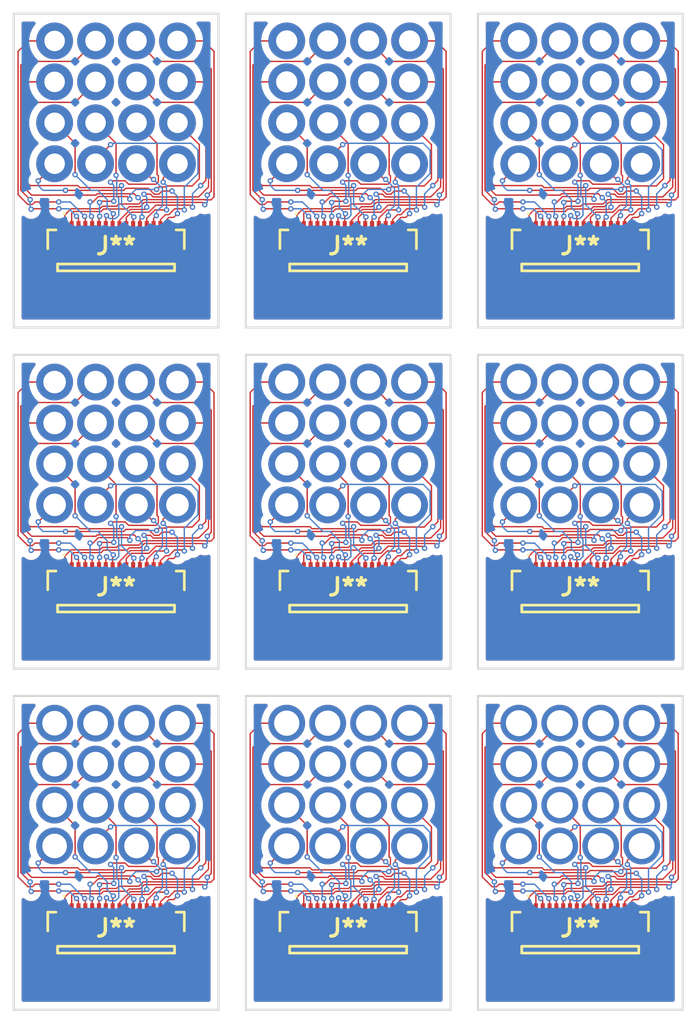
<source format=kicad_pcb>
(kicad_pcb (version 20171130) (host pcbnew "(5.0.0)")
  (layers (0 F.Cu signal) (31 B.Cu signal) (34 B.Paste user) (35 F.Paste user) (36 B.SilkS user) (37 F.SilkS user hide) (38 B.Mask user) (39 F.Mask user) (44 Edge.Cuts user))
  (net 0 "")
  (module SamacSys_Parts:FH19SC16S05SH09 (layer F.Cu) (at 133.5 99.1)
    (fp_text reference J** (at 0 -0.075) (layer F.SilkS) (effects (font (size 1.27 1.27) (thickness 0.254))))
    (fp_text value FH19SC16S05SH09 hide)
    (pad 1 smd rect (at -3.75 -1.5) (size 0.3 0.8) (layers F.Cu F.Paste F.Mask))
    (pad 2 smd rect (at -3.25 -1.5) (size 0.3 0.8) (layers F.Cu F.Paste F.Mask))
    (pad 3 smd rect (at -2.75 -1.5) (size 0.3 0.8) (layers F.Cu F.Paste F.Mask))
    (pad 4 smd rect (at -2.25 -1.5) (size 0.3 0.8) (layers F.Cu F.Paste F.Mask))
    (pad 5 smd rect (at -1.75 -1.5) (size 0.3 0.8) (layers F.Cu F.Paste F.Mask))
    (pad 6 smd rect (at -1.25 -1.5) (size 0.3 0.8) (layers F.Cu F.Paste F.Mask))
    (pad 7 smd rect (at -0.75 -1.5) (size 0.3 0.8) (layers F.Cu F.Paste F.Mask))
    (pad 8 smd rect (at -0.25 -1.5) (size 0.3 0.8) (layers F.Cu F.Paste F.Mask))
    (pad 9 smd rect (at 0.25 -1.5) (size 0.3 0.8) (layers F.Cu F.Paste F.Mask))
    (pad 10 smd rect (at 0.75 -1.5) (size 0.3 0.8) (layers F.Cu F.Paste F.Mask))
    (pad 11 smd rect (at 1.25 -1.5) (size 0.3 0.8) (layers F.Cu F.Paste F.Mask))
    (pad 12 smd rect (at 1.75 -1.5) (size 0.3 0.8) (layers F.Cu F.Paste F.Mask))
    (pad 13 smd rect (at 2.25 -1.5) (size 0.3 0.8) (layers F.Cu F.Paste F.Mask))
    (pad 14 smd rect (at 2.75 -1.5) (size 0.3 0.8) (layers F.Cu F.Paste F.Mask))
    (pad 15 smd rect (at 3.25 -1.5) (size 0.3 0.8) (layers F.Cu F.Paste F.Mask))
    (pad 16 smd rect (at 3.75 -1.5) (size 0.3 0.8) (layers F.Cu F.Paste F.Mask))
    (pad MP1 smd rect (at -4.75 1) (size 0.4 0.8) (layers F.Cu F.Paste F.Mask))
    (pad MP2 smd rect (at 4.75 1) (size 0.4 0.8) (layers F.Cu F.Paste F.Mask))
  )
  (module SamacSys_Parts:FH19SC16S05SH09 (layer F.Cu) (at 116.5 99.1)
    (fp_text reference J** (at 0 -0.075) (layer F.SilkS) (effects (font (size 1.27 1.27) (thickness 0.254))))
    (fp_text value FH19SC16S05SH09 hide)
    (pad 1 smd rect (at -3.75 -1.5) (size 0.3 0.8) (layers F.Cu F.Paste F.Mask))
    (pad 2 smd rect (at -3.25 -1.5) (size 0.3 0.8) (layers F.Cu F.Paste F.Mask))
    (pad 3 smd rect (at -2.75 -1.5) (size 0.3 0.8) (layers F.Cu F.Paste F.Mask))
    (pad 4 smd rect (at -2.25 -1.5) (size 0.3 0.8) (layers F.Cu F.Paste F.Mask))
    (pad 5 smd rect (at -1.75 -1.5) (size 0.3 0.8) (layers F.Cu F.Paste F.Mask))
    (pad 6 smd rect (at -1.25 -1.5) (size 0.3 0.8) (layers F.Cu F.Paste F.Mask))
    (pad 7 smd rect (at -0.75 -1.5) (size 0.3 0.8) (layers F.Cu F.Paste F.Mask))
    (pad 8 smd rect (at -0.25 -1.5) (size 0.3 0.8) (layers F.Cu F.Paste F.Mask))
    (pad 9 smd rect (at 0.25 -1.5) (size 0.3 0.8) (layers F.Cu F.Paste F.Mask))
    (pad 10 smd rect (at 0.75 -1.5) (size 0.3 0.8) (layers F.Cu F.Paste F.Mask))
    (pad 11 smd rect (at 1.25 -1.5) (size 0.3 0.8) (layers F.Cu F.Paste F.Mask))
    (pad 12 smd rect (at 1.75 -1.5) (size 0.3 0.8) (layers F.Cu F.Paste F.Mask))
    (pad 13 smd rect (at 2.25 -1.5) (size 0.3 0.8) (layers F.Cu F.Paste F.Mask))
    (pad 14 smd rect (at 2.75 -1.5) (size 0.3 0.8) (layers F.Cu F.Paste F.Mask))
    (pad 15 smd rect (at 3.25 -1.5) (size 0.3 0.8) (layers F.Cu F.Paste F.Mask))
    (pad 16 smd rect (at 3.75 -1.5) (size 0.3 0.8) (layers F.Cu F.Paste F.Mask))
    (pad MP1 smd rect (at -4.75 1) (size 0.4 0.8) (layers F.Cu F.Paste F.Mask))
    (pad MP2 smd rect (at 4.75 1) (size 0.4 0.8) (layers F.Cu F.Paste F.Mask))
  )
  (module SamacSys_Parts:FH19SC16S05SH09 (layer F.Cu) (at 99.5 99.1)
    (fp_text reference J** (at 0 -0.075) (layer F.SilkS) (effects (font (size 1.27 1.27) (thickness 0.254))))
    (fp_text value FH19SC16S05SH09 hide)
    (pad 1 smd rect (at -3.75 -1.5) (size 0.3 0.8) (layers F.Cu F.Paste F.Mask))
    (pad 2 smd rect (at -3.25 -1.5) (size 0.3 0.8) (layers F.Cu F.Paste F.Mask))
    (pad 3 smd rect (at -2.75 -1.5) (size 0.3 0.8) (layers F.Cu F.Paste F.Mask))
    (pad 4 smd rect (at -2.25 -1.5) (size 0.3 0.8) (layers F.Cu F.Paste F.Mask))
    (pad 5 smd rect (at -1.75 -1.5) (size 0.3 0.8) (layers F.Cu F.Paste F.Mask))
    (pad 6 smd rect (at -1.25 -1.5) (size 0.3 0.8) (layers F.Cu F.Paste F.Mask))
    (pad 7 smd rect (at -0.75 -1.5) (size 0.3 0.8) (layers F.Cu F.Paste F.Mask))
    (pad 8 smd rect (at -0.25 -1.5) (size 0.3 0.8) (layers F.Cu F.Paste F.Mask))
    (pad 9 smd rect (at 0.25 -1.5) (size 0.3 0.8) (layers F.Cu F.Paste F.Mask))
    (pad 10 smd rect (at 0.75 -1.5) (size 0.3 0.8) (layers F.Cu F.Paste F.Mask))
    (pad 11 smd rect (at 1.25 -1.5) (size 0.3 0.8) (layers F.Cu F.Paste F.Mask))
    (pad 12 smd rect (at 1.75 -1.5) (size 0.3 0.8) (layers F.Cu F.Paste F.Mask))
    (pad 13 smd rect (at 2.25 -1.5) (size 0.3 0.8) (layers F.Cu F.Paste F.Mask))
    (pad 14 smd rect (at 2.75 -1.5) (size 0.3 0.8) (layers F.Cu F.Paste F.Mask))
    (pad 15 smd rect (at 3.25 -1.5) (size 0.3 0.8) (layers F.Cu F.Paste F.Mask))
    (pad 16 smd rect (at 3.75 -1.5) (size 0.3 0.8) (layers F.Cu F.Paste F.Mask))
    (pad MP1 smd rect (at -4.75 1) (size 0.4 0.8) (layers F.Cu F.Paste F.Mask))
    (pad MP2 smd rect (at 4.75 1) (size 0.4 0.8) (layers F.Cu F.Paste F.Mask))
  )
  (module SamacSys_Parts:FH19SC16S05SH09 (layer F.Cu) (at 133.5 74.1)
    (fp_text reference J** (at 0 -0.075) (layer F.SilkS) (effects (font (size 1.27 1.27) (thickness 0.254))))
    (fp_text value FH19SC16S05SH09 hide)
    (pad 1 smd rect (at -3.75 -1.5) (size 0.3 0.8) (layers F.Cu F.Paste F.Mask))
    (pad 2 smd rect (at -3.25 -1.5) (size 0.3 0.8) (layers F.Cu F.Paste F.Mask))
    (pad 3 smd rect (at -2.75 -1.5) (size 0.3 0.8) (layers F.Cu F.Paste F.Mask))
    (pad 4 smd rect (at -2.25 -1.5) (size 0.3 0.8) (layers F.Cu F.Paste F.Mask))
    (pad 5 smd rect (at -1.75 -1.5) (size 0.3 0.8) (layers F.Cu F.Paste F.Mask))
    (pad 6 smd rect (at -1.25 -1.5) (size 0.3 0.8) (layers F.Cu F.Paste F.Mask))
    (pad 7 smd rect (at -0.75 -1.5) (size 0.3 0.8) (layers F.Cu F.Paste F.Mask))
    (pad 8 smd rect (at -0.25 -1.5) (size 0.3 0.8) (layers F.Cu F.Paste F.Mask))
    (pad 9 smd rect (at 0.25 -1.5) (size 0.3 0.8) (layers F.Cu F.Paste F.Mask))
    (pad 10 smd rect (at 0.75 -1.5) (size 0.3 0.8) (layers F.Cu F.Paste F.Mask))
    (pad 11 smd rect (at 1.25 -1.5) (size 0.3 0.8) (layers F.Cu F.Paste F.Mask))
    (pad 12 smd rect (at 1.75 -1.5) (size 0.3 0.8) (layers F.Cu F.Paste F.Mask))
    (pad 13 smd rect (at 2.25 -1.5) (size 0.3 0.8) (layers F.Cu F.Paste F.Mask))
    (pad 14 smd rect (at 2.75 -1.5) (size 0.3 0.8) (layers F.Cu F.Paste F.Mask))
    (pad 15 smd rect (at 3.25 -1.5) (size 0.3 0.8) (layers F.Cu F.Paste F.Mask))
    (pad 16 smd rect (at 3.75 -1.5) (size 0.3 0.8) (layers F.Cu F.Paste F.Mask))
    (pad MP1 smd rect (at -4.75 1) (size 0.4 0.8) (layers F.Cu F.Paste F.Mask))
    (pad MP2 smd rect (at 4.75 1) (size 0.4 0.8) (layers F.Cu F.Paste F.Mask))
  )
  (module SamacSys_Parts:FH19SC16S05SH09 (layer F.Cu) (at 116.5 74.1)
    (fp_text reference J** (at 0 -0.075) (layer F.SilkS) (effects (font (size 1.27 1.27) (thickness 0.254))))
    (fp_text value FH19SC16S05SH09 hide)
    (pad 1 smd rect (at -3.75 -1.5) (size 0.3 0.8) (layers F.Cu F.Paste F.Mask))
    (pad 2 smd rect (at -3.25 -1.5) (size 0.3 0.8) (layers F.Cu F.Paste F.Mask))
    (pad 3 smd rect (at -2.75 -1.5) (size 0.3 0.8) (layers F.Cu F.Paste F.Mask))
    (pad 4 smd rect (at -2.25 -1.5) (size 0.3 0.8) (layers F.Cu F.Paste F.Mask))
    (pad 5 smd rect (at -1.75 -1.5) (size 0.3 0.8) (layers F.Cu F.Paste F.Mask))
    (pad 6 smd rect (at -1.25 -1.5) (size 0.3 0.8) (layers F.Cu F.Paste F.Mask))
    (pad 7 smd rect (at -0.75 -1.5) (size 0.3 0.8) (layers F.Cu F.Paste F.Mask))
    (pad 8 smd rect (at -0.25 -1.5) (size 0.3 0.8) (layers F.Cu F.Paste F.Mask))
    (pad 9 smd rect (at 0.25 -1.5) (size 0.3 0.8) (layers F.Cu F.Paste F.Mask))
    (pad 10 smd rect (at 0.75 -1.5) (size 0.3 0.8) (layers F.Cu F.Paste F.Mask))
    (pad 11 smd rect (at 1.25 -1.5) (size 0.3 0.8) (layers F.Cu F.Paste F.Mask))
    (pad 12 smd rect (at 1.75 -1.5) (size 0.3 0.8) (layers F.Cu F.Paste F.Mask))
    (pad 13 smd rect (at 2.25 -1.5) (size 0.3 0.8) (layers F.Cu F.Paste F.Mask))
    (pad 14 smd rect (at 2.75 -1.5) (size 0.3 0.8) (layers F.Cu F.Paste F.Mask))
    (pad 15 smd rect (at 3.25 -1.5) (size 0.3 0.8) (layers F.Cu F.Paste F.Mask))
    (pad 16 smd rect (at 3.75 -1.5) (size 0.3 0.8) (layers F.Cu F.Paste F.Mask))
    (pad MP1 smd rect (at -4.75 1) (size 0.4 0.8) (layers F.Cu F.Paste F.Mask))
    (pad MP2 smd rect (at 4.75 1) (size 0.4 0.8) (layers F.Cu F.Paste F.Mask))
  )
  (module SamacSys_Parts:FH19SC16S05SH09 (layer F.Cu) (at 99.5 74.1)
    (fp_text reference J** (at 0 -0.075) (layer F.SilkS) (effects (font (size 1.27 1.27) (thickness 0.254))))
    (fp_text value FH19SC16S05SH09 hide)
    (pad 1 smd rect (at -3.75 -1.5) (size 0.3 0.8) (layers F.Cu F.Paste F.Mask))
    (pad 2 smd rect (at -3.25 -1.5) (size 0.3 0.8) (layers F.Cu F.Paste F.Mask))
    (pad 3 smd rect (at -2.75 -1.5) (size 0.3 0.8) (layers F.Cu F.Paste F.Mask))
    (pad 4 smd rect (at -2.25 -1.5) (size 0.3 0.8) (layers F.Cu F.Paste F.Mask))
    (pad 5 smd rect (at -1.75 -1.5) (size 0.3 0.8) (layers F.Cu F.Paste F.Mask))
    (pad 6 smd rect (at -1.25 -1.5) (size 0.3 0.8) (layers F.Cu F.Paste F.Mask))
    (pad 7 smd rect (at -0.75 -1.5) (size 0.3 0.8) (layers F.Cu F.Paste F.Mask))
    (pad 8 smd rect (at -0.25 -1.5) (size 0.3 0.8) (layers F.Cu F.Paste F.Mask))
    (pad 9 smd rect (at 0.25 -1.5) (size 0.3 0.8) (layers F.Cu F.Paste F.Mask))
    (pad 10 smd rect (at 0.75 -1.5) (size 0.3 0.8) (layers F.Cu F.Paste F.Mask))
    (pad 11 smd rect (at 1.25 -1.5) (size 0.3 0.8) (layers F.Cu F.Paste F.Mask))
    (pad 12 smd rect (at 1.75 -1.5) (size 0.3 0.8) (layers F.Cu F.Paste F.Mask))
    (pad 13 smd rect (at 2.25 -1.5) (size 0.3 0.8) (layers F.Cu F.Paste F.Mask))
    (pad 14 smd rect (at 2.75 -1.5) (size 0.3 0.8) (layers F.Cu F.Paste F.Mask))
    (pad 15 smd rect (at 3.25 -1.5) (size 0.3 0.8) (layers F.Cu F.Paste F.Mask))
    (pad 16 smd rect (at 3.75 -1.5) (size 0.3 0.8) (layers F.Cu F.Paste F.Mask))
    (pad MP1 smd rect (at -4.75 1) (size 0.4 0.8) (layers F.Cu F.Paste F.Mask))
    (pad MP2 smd rect (at 4.75 1) (size 0.4 0.8) (layers F.Cu F.Paste F.Mask))
  )
  (module SamacSys_Parts:FH19SC16S05SH09 (layer F.Cu) (at 133.5 49.1)
    (fp_text reference J** (at 0 -0.075) (layer F.SilkS) (effects (font (size 1.27 1.27) (thickness 0.254))))
    (fp_text value FH19SC16S05SH09 hide)
    (pad 1 smd rect (at -3.75 -1.5) (size 0.3 0.8) (layers F.Cu F.Paste F.Mask))
    (pad 2 smd rect (at -3.25 -1.5) (size 0.3 0.8) (layers F.Cu F.Paste F.Mask))
    (pad 3 smd rect (at -2.75 -1.5) (size 0.3 0.8) (layers F.Cu F.Paste F.Mask))
    (pad 4 smd rect (at -2.25 -1.5) (size 0.3 0.8) (layers F.Cu F.Paste F.Mask))
    (pad 5 smd rect (at -1.75 -1.5) (size 0.3 0.8) (layers F.Cu F.Paste F.Mask))
    (pad 6 smd rect (at -1.25 -1.5) (size 0.3 0.8) (layers F.Cu F.Paste F.Mask))
    (pad 7 smd rect (at -0.75 -1.5) (size 0.3 0.8) (layers F.Cu F.Paste F.Mask))
    (pad 8 smd rect (at -0.25 -1.5) (size 0.3 0.8) (layers F.Cu F.Paste F.Mask))
    (pad 9 smd rect (at 0.25 -1.5) (size 0.3 0.8) (layers F.Cu F.Paste F.Mask))
    (pad 10 smd rect (at 0.75 -1.5) (size 0.3 0.8) (layers F.Cu F.Paste F.Mask))
    (pad 11 smd rect (at 1.25 -1.5) (size 0.3 0.8) (layers F.Cu F.Paste F.Mask))
    (pad 12 smd rect (at 1.75 -1.5) (size 0.3 0.8) (layers F.Cu F.Paste F.Mask))
    (pad 13 smd rect (at 2.25 -1.5) (size 0.3 0.8) (layers F.Cu F.Paste F.Mask))
    (pad 14 smd rect (at 2.75 -1.5) (size 0.3 0.8) (layers F.Cu F.Paste F.Mask))
    (pad 15 smd rect (at 3.25 -1.5) (size 0.3 0.8) (layers F.Cu F.Paste F.Mask))
    (pad 16 smd rect (at 3.75 -1.5) (size 0.3 0.8) (layers F.Cu F.Paste F.Mask))
    (pad MP1 smd rect (at -4.75 1) (size 0.4 0.8) (layers F.Cu F.Paste F.Mask))
    (pad MP2 smd rect (at 4.75 1) (size 0.4 0.8) (layers F.Cu F.Paste F.Mask))
  )
  (module SamacSys_Parts:FH19SC16S05SH09 (layer F.Cu) (at 99.5 49.1)
    (fp_text reference J** (at 0 -0.075) (layer F.SilkS) (effects (font (size 1.27 1.27) (thickness 0.254))))
    (fp_text value FH19SC16S05SH09 hide)
    (pad 1 smd rect (at -3.75 -1.5) (size 0.3 0.8) (layers F.Cu F.Paste F.Mask))
    (pad 2 smd rect (at -3.25 -1.5) (size 0.3 0.8) (layers F.Cu F.Paste F.Mask))
    (pad 3 smd rect (at -2.75 -1.5) (size 0.3 0.8) (layers F.Cu F.Paste F.Mask))
    (pad 4 smd rect (at -2.25 -1.5) (size 0.3 0.8) (layers F.Cu F.Paste F.Mask))
    (pad 5 smd rect (at -1.75 -1.5) (size 0.3 0.8) (layers F.Cu F.Paste F.Mask))
    (pad 6 smd rect (at -1.25 -1.5) (size 0.3 0.8) (layers F.Cu F.Paste F.Mask))
    (pad 7 smd rect (at -0.75 -1.5) (size 0.3 0.8) (layers F.Cu F.Paste F.Mask))
    (pad 8 smd rect (at -0.25 -1.5) (size 0.3 0.8) (layers F.Cu F.Paste F.Mask))
    (pad 9 smd rect (at 0.25 -1.5) (size 0.3 0.8) (layers F.Cu F.Paste F.Mask))
    (pad 10 smd rect (at 0.75 -1.5) (size 0.3 0.8) (layers F.Cu F.Paste F.Mask))
    (pad 11 smd rect (at 1.25 -1.5) (size 0.3 0.8) (layers F.Cu F.Paste F.Mask))
    (pad 12 smd rect (at 1.75 -1.5) (size 0.3 0.8) (layers F.Cu F.Paste F.Mask))
    (pad 13 smd rect (at 2.25 -1.5) (size 0.3 0.8) (layers F.Cu F.Paste F.Mask))
    (pad 14 smd rect (at 2.75 -1.5) (size 0.3 0.8) (layers F.Cu F.Paste F.Mask))
    (pad 15 smd rect (at 3.25 -1.5) (size 0.3 0.8) (layers F.Cu F.Paste F.Mask))
    (pad 16 smd rect (at 3.75 -1.5) (size 0.3 0.8) (layers F.Cu F.Paste F.Mask))
    (pad MP1 smd rect (at -4.75 1) (size 0.4 0.8) (layers F.Cu F.Paste F.Mask))
    (pad MP2 smd rect (at 4.75 1) (size 0.4 0.8) (layers F.Cu F.Paste F.Mask))
  )
  (module SamacSys_Parts:FH19SC16S05SH09 (layer F.Cu) (at 116.5 49.1)
    (fp_text reference J** (at 0 -0.075) (layer F.SilkS) (effects (font (size 1.27 1.27) (thickness 0.254))))
    (fp_text value FH19SC16S05SH09 hide)
    (pad MP2 smd rect (at 4.75 1) (size 0.4 0.8) (layers F.Cu F.Paste F.Mask))
    (pad MP1 smd rect (at -4.75 1) (size 0.4 0.8) (layers F.Cu F.Paste F.Mask))
    (pad 16 smd rect (at 3.75 -1.5) (size 0.3 0.8) (layers F.Cu F.Paste F.Mask))
    (pad 15 smd rect (at 3.25 -1.5) (size 0.3 0.8) (layers F.Cu F.Paste F.Mask))
    (pad 14 smd rect (at 2.75 -1.5) (size 0.3 0.8) (layers F.Cu F.Paste F.Mask))
    (pad 13 smd rect (at 2.25 -1.5) (size 0.3 0.8) (layers F.Cu F.Paste F.Mask))
    (pad 12 smd rect (at 1.75 -1.5) (size 0.3 0.8) (layers F.Cu F.Paste F.Mask))
    (pad 11 smd rect (at 1.25 -1.5) (size 0.3 0.8) (layers F.Cu F.Paste F.Mask))
    (pad 10 smd rect (at 0.75 -1.5) (size 0.3 0.8) (layers F.Cu F.Paste F.Mask))
    (pad 9 smd rect (at 0.25 -1.5) (size 0.3 0.8) (layers F.Cu F.Paste F.Mask))
    (pad 8 smd rect (at -0.25 -1.5) (size 0.3 0.8) (layers F.Cu F.Paste F.Mask))
    (pad 7 smd rect (at -0.75 -1.5) (size 0.3 0.8) (layers F.Cu F.Paste F.Mask))
    (pad 6 smd rect (at -1.25 -1.5) (size 0.3 0.8) (layers F.Cu F.Paste F.Mask))
    (pad 5 smd rect (at -1.75 -1.5) (size 0.3 0.8) (layers F.Cu F.Paste F.Mask))
    (pad 4 smd rect (at -2.25 -1.5) (size 0.3 0.8) (layers F.Cu F.Paste F.Mask))
    (pad 3 smd rect (at -2.75 -1.5) (size 0.3 0.8) (layers F.Cu F.Paste F.Mask))
    (pad 2 smd rect (at -3.25 -1.5) (size 0.3 0.8) (layers F.Cu F.Paste F.Mask))
    (pad 1 smd rect (at -3.75 -1.5) (size 0.3 0.8) (layers F.Cu F.Paste F.Mask))
  )
  (gr_line (start 126 82) (end 141 82) (layer Edge.Cuts) (width 0.15))
  (gr_line (start 126 105) (end 126 82) (layer Edge.Cuts) (width 0.15))
  (gr_line (start 141 82) (end 141 105) (layer Edge.Cuts) (width 0.15))
  (gr_line (start 126 105) (end 141 105) (layer Edge.Cuts) (width 0.15))
  (gr_line (start 109 82) (end 124 82) (layer Edge.Cuts) (width 0.15))
  (gr_line (start 109 105) (end 109 82) (layer Edge.Cuts) (width 0.15))
  (gr_line (start 124 82) (end 124 105) (layer Edge.Cuts) (width 0.15))
  (gr_line (start 109 105) (end 124 105) (layer Edge.Cuts) (width 0.15))
  (gr_line (start 92 82) (end 107 82) (layer Edge.Cuts) (width 0.15))
  (gr_line (start 92 105) (end 92 82) (layer Edge.Cuts) (width 0.15))
  (gr_line (start 107 82) (end 107 105) (layer Edge.Cuts) (width 0.15))
  (gr_line (start 92 105) (end 107 105) (layer Edge.Cuts) (width 0.15))
  (gr_line (start 126 57) (end 141 57) (layer Edge.Cuts) (width 0.15))
  (gr_line (start 126 80) (end 126 57) (layer Edge.Cuts) (width 0.15))
  (gr_line (start 141 57) (end 141 80) (layer Edge.Cuts) (width 0.15))
  (gr_line (start 126 80) (end 141 80) (layer Edge.Cuts) (width 0.15))
  (gr_line (start 109 57) (end 124 57) (layer Edge.Cuts) (width 0.15))
  (gr_line (start 109 80) (end 109 57) (layer Edge.Cuts) (width 0.15))
  (gr_line (start 124 57) (end 124 80) (layer Edge.Cuts) (width 0.15))
  (gr_line (start 109 80) (end 124 80) (layer Edge.Cuts) (width 0.15))
  (gr_line (start 92 57) (end 107 57) (layer Edge.Cuts) (width 0.15))
  (gr_line (start 92 80) (end 92 57) (layer Edge.Cuts) (width 0.15))
  (gr_line (start 107 57) (end 107 80) (layer Edge.Cuts) (width 0.15))
  (gr_line (start 92 80) (end 107 80) (layer Edge.Cuts) (width 0.15))
  (gr_line (start 126 32) (end 141 32) (layer Edge.Cuts) (width 0.15))
  (gr_line (start 126 55) (end 126 32) (layer Edge.Cuts) (width 0.15))
  (gr_line (start 141 32) (end 141 55) (layer Edge.Cuts) (width 0.15))
  (gr_line (start 126 55) (end 141 55) (layer Edge.Cuts) (width 0.15))
  (gr_line (start 124 32) (end 124 55) (layer Edge.Cuts) (width 0.15))
  (gr_line (start 109 55) (end 109 32) (layer Edge.Cuts) (width 0.15))
  (gr_line (start 109 32) (end 124 32) (layer Edge.Cuts) (width 0.15))
  (gr_line (start 109 55) (end 124 55) (layer Edge.Cuts) (width 0.15))
  (gr_line (start 92 55) (end 107 55) (layer Edge.Cuts) (width 0.15))
  (gr_line (start 107 32) (end 107 55) (layer Edge.Cuts) (width 0.15))
  (gr_line (start 92 55) (end 92 32) (layer Edge.Cuts) (width 0.15))
  (gr_line (start 92 32) (end 107 32) (layer Edge.Cuts) (width 0.15))
  (segment (start 95.75 46.75) (end 95.75 47.85) (width 0.1) (layer F.Cu) (net 0))
  (via (at 104 34) (size 2.7) (drill 1.5) (layers F.Cu B.Cu) (net 0))
  (segment (start 101.49134 45.63182) (end 101.173195 45.949965) (width 0.1) (layer F.Cu) (net 0))
  (segment (start 106.67499 45.42501) (end 106.450002 45.649998) (width 0.1) (layer F.Cu) (net 0))
  (segment (start 106.032856 45.649998) (end 106.014678 45.63182) (width 0.1) (layer F.Cu) (net 0))
  (segment (start 106.67499 34.765802) (end 106.67499 45.42501) (width 0.1) (layer F.Cu) (net 0))
  (segment (start 101.173195 45.949965) (end 99.700861 45.949965) (width 0.1) (layer F.Cu) (net 0))
  (segment (start 99.700861 45.949965) (end 99.534843 46.115983) (width 0.1) (layer F.Cu) (net 0))
  (segment (start 105.909188 34) (end 106.67499 34.765802) (width 0.1) (layer F.Cu) (net 0))
  (segment (start 98.31721 46.3) (end 96.2 46.3) (width 0.1) (layer F.Cu) (net 0))
  (segment (start 106.014678 45.63182) (end 101.49134 45.63182) (width 0.1) (layer F.Cu) (net 0))
  (segment (start 104 34) (end 105.909188 34) (width 0.1) (layer F.Cu) (net 0))
  (segment (start 98.501227 46.115983) (end 98.31721 46.3) (width 0.1) (layer F.Cu) (net 0))
  (segment (start 106.450002 45.649998) (end 106.032856 45.649998) (width 0.1) (layer F.Cu) (net 0))
  (segment (start 96.2 46.3) (end 95.75 46.75) (width 0.1) (layer F.Cu) (net 0))
  (segment (start 99.534843 46.115983) (end 98.501227 46.115983) (width 0.1) (layer F.Cu) (net 0))
  (via (at 106 46) (size 0.4) (drill 0.2) (layers F.Cu B.Cu) (net 0))
  (via (at 106.181922 45.299988) (size 0.4) (drill 0.2) (layers F.Cu B.Cu) (net 0))
  (segment (start 102.500001 35.500001) (end 105.9 35.5) (width 0.1) (layer F.Cu) (net 0))
  (segment (start 101 34) (end 102.500001 35.500001) (width 0.1) (layer F.Cu) (net 0))
  (segment (start 106.181922 45.299988) (end 106.181922 45.818078) (width 0.1) (layer B.Cu) (net 0))
  (segment (start 106.474979 45.006931) (end 106.181922 45.299988) (width 0.1) (layer F.Cu) (net 0))
  (segment (start 106.181922 45.818078) (end 106 46) (width 0.1) (layer B.Cu) (net 0))
  (segment (start 106.474979 36.074979) (end 106.474979 45.006931) (width 0.1) (layer F.Cu) (net 0))
  (segment (start 100.300286 46.315994) (end 100.466304 46.149976) (width 0.1) (layer F.Cu) (net 0))
  (segment (start 98.400057 46.500011) (end 98.584074 46.315994) (width 0.1) (layer F.Cu) (net 0))
  (segment (start 96.25 47.85) (end 96.25 46.631996) (width 0.1) (layer F.Cu) (net 0))
  (segment (start 98.584074 46.315994) (end 100.300286 46.315994) (width 0.1) (layer F.Cu) (net 0))
  (segment (start 100.466304 46.149976) (end 101.256042 46.149976) (width 0.1) (layer F.Cu) (net 0))
  (segment (start 101.256042 46.149976) (end 101.574187 45.831831) (width 0.1) (layer F.Cu) (net 0))
  (segment (start 101.574187 45.831831) (end 105.831831 45.831831) (width 0.1) (layer F.Cu) (net 0))
  (segment (start 105.831831 45.831831) (end 106 46) (width 0.1) (layer F.Cu) (net 0))
  (segment (start 96.25 46.631996) (end 96.381985 46.500011) (width 0.1) (layer F.Cu) (net 0))
  (segment (start 96.381985 46.500011) (end 98.400057 46.500011) (width 0.1) (layer F.Cu) (net 0))
  (segment (start 106.474979 36.074979) (end 105.9 35.5) (width 0.1) (layer F.Cu) (net 0))
  (via (at 95.3 46.3) (size 0.4) (drill 0.2) (layers F.Cu B.Cu) (net 0))
  (via (at 93.283867 46.332988) (size 0.4) (drill 0.2) (layers F.Cu B.Cu) (net 0))
  (via (at 93.209278 45.632976) (size 0.4) (drill 0.2) (layers F.Cu B.Cu) (net 0))
  (via (at 96.60001 46.850021) (size 0.4) (drill 0.2) (layers F.Cu B.Cu) (net 0))
  (segment (start 93.209278 46.258399) (end 93.283867 46.332988) (width 0.1) (layer B.Cu) (net 0))
  (segment (start 93.316855 46.3) (end 93.283867 46.332988) (width 0.1) (layer F.Cu) (net 0))
  (segment (start 95.3 46.3) (end 93.316855 46.3) (width 0.1) (layer F.Cu) (net 0))
  (segment (start 93.209278 45.632976) (end 93.209278 46.258399) (width 0.1) (layer B.Cu) (net 0))
  (segment (start 92.8 35.5) (end 92.525021 35.774979) (width 0.1) (layer F.Cu) (net 0))
  (segment (start 96.5 35.5) (end 92.8 35.5) (width 0.1) (layer F.Cu) (net 0))
  (segment (start 92.525021 35.774979) (end 92.525021 44.948719) (width 0.1) (layer F.Cu) (net 0))
  (segment (start 98 34) (end 96.5 35.5) (width 0.1) (layer F.Cu) (net 0))
  (segment (start 92.525021 44.948719) (end 93.209278 45.632976) (width 0.1) (layer F.Cu) (net 0))
  (segment (start 96.75 47.000011) (end 96.60001 46.850021) (width 0.1) (layer F.Cu) (net 0))
  (segment (start 96.049989 46.3) (end 96.60001 46.850021) (width 0.1) (layer B.Cu) (net 0))
  (segment (start 96.75 47.85) (end 96.75 47.000011) (width 0.1) (layer F.Cu) (net 0))
  (segment (start 95.3 46.3) (end 96.049989 46.3) (width 0.1) (layer B.Cu) (net 0))
  (via (at 95.3 45.799997) (size 0.4) (drill 0.2) (layers F.Cu B.Cu) (net 0))
  (via (at 97.2 46.850021) (size 0.4) (drill 0.2) (layers F.Cu B.Cu) (net 0))
  (segment (start 95.3 45.799997) (end 93.560261 45.799997) (width 0.1) (layer F.Cu) (net 0))
  (segment (start 92.32501 45.266712) (end 92.32501 34.765802) (width 0.1) (layer F.Cu) (net 0))
  (segment (start 93.37728 45.982978) (end 93.041276 45.982978) (width 0.1) (layer F.Cu) (net 0))
  (segment (start 93.560261 45.799997) (end 93.37728 45.982978) (width 0.1) (layer F.Cu) (net 0))
  (segment (start 93.041276 45.982978) (end 92.32501 45.266712) (width 0.1) (layer F.Cu) (net 0))
  (segment (start 92.32501 34.765802) (end 93.090812 34) (width 0.1) (layer F.Cu) (net 0))
  (segment (start 93.090812 34) (end 95 34) (width 0.1) (layer F.Cu) (net 0))
  (segment (start 95.3 45.799997) (end 96.149976 45.799997) (width 0.1) (layer B.Cu) (net 0))
  (segment (start 96.149976 45.799997) (end 97.2 46.850021) (width 0.1) (layer B.Cu) (net 0))
  (segment (start 97.25 46.900021) (end 97.2 46.850021) (width 0.1) (layer F.Cu) (net 0))
  (segment (start 97.25 47.85) (end 97.25 46.900021) (width 0.1) (layer F.Cu) (net 0))
  (via (at 97.6 45.799994) (size 0.4) (drill 0.2) (layers F.Cu B.Cu) (net 0))
  (via (at 100.510213 45.599955) (size 0.4) (drill 0.2) (layers F.Cu B.Cu) (net 0))
  (via (at 97.7 46.850021) (size 0.4) (drill 0.2) (layers F.Cu B.Cu) (net 0))
  (via (at 102.468803 44.881797) (size 0.4) (drill 0.2) (layers F.Cu B.Cu) (net 0))
  (segment (start 97.75 47.279998) (end 97.75 47.85) (width 0.1) (layer F.Cu) (net 0))
  (segment (start 104 40) (end 105.599999 41.599999) (width 0.1) (layer F.Cu) (net 0))
  (segment (start 100.510213 45.317113) (end 100.945529 44.881797) (width 0.1) (layer B.Cu) (net 0))
  (segment (start 100.510213 45.599955) (end 100.510213 45.317113) (width 0.1) (layer B.Cu) (net 0))
  (segment (start 105.599999 44.100001) (end 105.073475 44.626525) (width 0.1) (layer F.Cu) (net 0))
  (segment (start 103.241477 44.626525) (end 103.168001 44.700001) (width 0.1) (layer F.Cu) (net 0))
  (segment (start 105.599999 41.599999) (end 105.599999 44.100001) (width 0.1) (layer F.Cu) (net 0))
  (segment (start 103.168001 44.700001) (end 102.650599 44.700001) (width 0.1) (layer F.Cu) (net 0))
  (segment (start 100.945529 44.881797) (end 102.468803 44.881797) (width 0.1) (layer B.Cu) (net 0))
  (segment (start 105.073475 44.626525) (end 103.241477 44.626525) (width 0.1) (layer F.Cu) (net 0))
  (segment (start 102.650599 44.700001) (end 102.468803 44.881797) (width 0.1) (layer F.Cu) (net 0))
  (segment (start 97.808906 45.799994) (end 98.208944 45.399956) (width 0.1) (layer F.Cu) (net 0))
  (segment (start 100.310214 45.399956) (end 100.510213 45.599955) (width 0.1) (layer F.Cu) (net 0))
  (segment (start 98.208944 45.399956) (end 100.310214 45.399956) (width 0.1) (layer F.Cu) (net 0))
  (segment (start 97.6 45.799994) (end 97.808906 45.799994) (width 0.1) (layer F.Cu) (net 0))
  (segment (start 97.75 47.85) (end 97.75 46.900021) (width 0.1) (layer F.Cu) (net 0))
  (segment (start 97.6 45.799994) (end 97.6 46.750021) (width 0.1) (layer B.Cu) (net 0))
  (segment (start 97.75 46.900021) (end 97.7 46.850021) (width 0.1) (layer F.Cu) (net 0))
  (segment (start 97.6 46.750021) (end 97.7 46.850021) (width 0.1) (layer B.Cu) (net 0))
  (via (at 99.331343 45.749968) (size 0.4) (drill 0.2) (layers F.Cu B.Cu) (net 0))
  (via (at 98.290043 45.836861) (size 0.4) (drill 0.2) (layers F.Cu B.Cu) (net 0))
  (via (at 99.1 44.35) (size 0.4) (drill 0.2) (layers F.Cu B.Cu) (net 0))
  (via (at 98.299997 46.850021) (size 0.4) (drill 0.2) (layers F.Cu B.Cu) (net 0))
  (segment (start 98.25 47.279998) (end 98.25 47.85) (width 0.1) (layer F.Cu) (net 0))
  (segment (start 99.331343 44.581343) (end 99.1 44.35) (width 0.1) (layer B.Cu) (net 0))
  (segment (start 99.331343 45.749968) (end 99.331343 44.581343) (width 0.1) (layer B.Cu) (net 0))
  (segment (start 99.331343 45.749968) (end 98.376936 45.749968) (width 0.1) (layer F.Cu) (net 0))
  (segment (start 98.376936 45.749968) (end 98.290043 45.836861) (width 0.1) (layer F.Cu) (net 0))
  (segment (start 99.200002 44.249998) (end 99.1 44.35) (width 0.1) (layer F.Cu) (net 0))
  (segment (start 98.25 47.85) (end 98.25 46.900018) (width 0.1) (layer F.Cu) (net 0))
  (segment (start 98.25 46.900018) (end 98.299997 46.850021) (width 0.1) (layer F.Cu) (net 0))
  (segment (start 102.418003 44.500001) (end 100.418005 44.500001) (width 0.1) (layer F.Cu) (net 0))
  (segment (start 102.5 41.5) (end 102.5 43.781988) (width 0.1) (layer F.Cu) (net 0))
  (segment (start 102.600002 43.88199) (end 102.600002 44.318002) (width 0.1) (layer F.Cu) (net 0))
  (segment (start 101 40) (end 102.5 41.5) (width 0.1) (layer F.Cu) (net 0))
  (segment (start 102.600002 44.318002) (end 102.418003 44.500001) (width 0.1) (layer F.Cu) (net 0))
  (segment (start 98.290043 46.840067) (end 98.299997 46.850021) (width 0.1) (layer B.Cu) (net 0))
  (segment (start 100.418005 44.500001) (end 100.168002 44.249998) (width 0.1) (layer F.Cu) (net 0))
  (segment (start 100.168002 44.249998) (end 99.200002 44.249998) (width 0.1) (layer F.Cu) (net 0))
  (segment (start 98.290043 45.836861) (end 98.290043 46.840067) (width 0.1) (layer B.Cu) (net 0))
  (segment (start 102.5 43.781988) (end 102.600002 43.88199) (width 0.1) (layer F.Cu) (net 0))
  (via (at 98.8 46.8) (size 0.4) (drill 0.2) (layers F.Cu B.Cu) (net 0))
  (via (at 99.5 43.85) (size 0.4) (drill 0.2) (layers F.Cu B.Cu) (net 0))
  (segment (start 98.75 47.279998) (end 98.75 47.85) (width 0.1) (layer F.Cu) (net 0))
  (segment (start 98.75 47.85) (end 98.75 46.85) (width 0.1) (layer F.Cu) (net 0))
  (segment (start 98.75 46.85) (end 98.8 46.8) (width 0.1) (layer F.Cu) (net 0))
  (segment (start 99.016005 47.016005) (end 99.468001 47.016005) (width 0.1) (layer B.Cu) (net 0))
  (segment (start 99.699554 45.531975) (end 99.549563 45.381984) (width 0.1) (layer B.Cu) (net 0))
  (segment (start 98.8 46.8) (end 99.016005 47.016005) (width 0.1) (layer B.Cu) (net 0))
  (segment (start 98 40) (end 99.5 41.5) (width 0.1) (layer F.Cu) (net 0))
  (segment (start 99.468001 47.016005) (end 99.699554 46.784452) (width 0.1) (layer B.Cu) (net 0))
  (segment (start 99.549563 45.381984) (end 99.549563 43.899563) (width 0.1) (layer B.Cu) (net 0))
  (segment (start 99.549563 43.899563) (end 99.5 43.85) (width 0.1) (layer B.Cu) (net 0))
  (segment (start 99.5 41.5) (end 99.5 43.85) (width 0.1) (layer F.Cu) (net 0))
  (segment (start 99.699554 46.784452) (end 99.699554 45.531975) (width 0.1) (layer B.Cu) (net 0))
  (via (at 96.5 43.8) (size 0.4) (drill 0.2) (layers F.Cu B.Cu) (net 0))
  (via (at 99.3 46.666004) (size 0.4) (drill 0.2) (layers F.Cu B.Cu) (net 0))
  (segment (start 99.25 46.716004) (end 99.3 46.666004) (width 0.1) (layer F.Cu) (net 0))
  (segment (start 98.849998 45.632856) (end 98.849998 46.216002) (width 0.1) (layer B.Cu) (net 0))
  (segment (start 96.5 43.8) (end 97.649998 44.949998) (width 0.1) (layer B.Cu) (net 0))
  (segment (start 97.649998 44.949998) (end 98.16714 44.949998) (width 0.1) (layer B.Cu) (net 0))
  (segment (start 98.849998 46.216002) (end 99.3 46.666004) (width 0.1) (layer B.Cu) (net 0))
  (segment (start 99.25 47.85) (end 99.25 46.716004) (width 0.1) (layer F.Cu) (net 0))
  (segment (start 98.16714 44.949998) (end 98.849998 45.632856) (width 0.1) (layer B.Cu) (net 0))
  (segment (start 96.5 43.6) (end 96.500001 41.500001) (width 0.1) (layer F.Cu) (net 0))
  (segment (start 96.500001 41.500001) (end 95 40) (width 0.1) (layer F.Cu) (net 0))
  (segment (start 96.5 43.6) (end 96.5 43.8) (width 0.1) (layer F.Cu) (net 0))
  (via (at 101.750493 46.181841) (size 0.4) (drill 0.2) (layers F.Cu B.Cu) (net 0))
  (via (at 101.543787 45.231807) (size 0.4) (drill 0.2) (layers F.Cu B.Cu) (net 0))
  (segment (start 101.582347 46.349987) (end 101.750493 46.181841) (width 0.1) (layer F.Cu) (net 0))
  (segment (start 99.75 47.85) (end 99.75 47.149138) (width 0.1) (layer F.Cu) (net 0))
  (segment (start 100.549151 46.349987) (end 101.582347 46.349987) (width 0.1) (layer F.Cu) (net 0))
  (segment (start 101.543787 45.231807) (end 101.750493 45.438513) (width 0.1) (layer B.Cu) (net 0))
  (segment (start 101.750493 45.438513) (end 101.750493 46.181841) (width 0.1) (layer B.Cu) (net 0))
  (segment (start 99.75 47.149138) (end 100.549151 46.349987) (width 0.1) (layer F.Cu) (net 0))
  (segment (start 102.217954 45.43181) (end 102.017951 45.231807) (width 0.1) (layer F.Cu) (net 0))
  (segment (start 106.27497 37.365782) (end 106.27497 44.701779) (width 0.1) (layer F.Cu) (net 0))
  (segment (start 102.017951 45.231807) (end 101.543787 45.231807) (width 0.1) (layer F.Cu) (net 0))
  (segment (start 105.909188 37) (end 106.27497 37.365782) (width 0.1) (layer F.Cu) (net 0))
  (segment (start 105.544939 45.43181) (end 102.217954 45.43181) (width 0.1) (layer F.Cu) (net 0))
  (segment (start 104 37) (end 105.909188 37) (width 0.1) (layer F.Cu) (net 0))
  (segment (start 106.27497 44.701779) (end 105.544939 45.43181) (width 0.1) (layer F.Cu) (net 0))
  (via (at 105.7 44.6) (size 0.4) (drill 0.2) (layers F.Cu B.Cu) (net 0))
  (via (at 105.1 46.18184) (size 0.4) (drill 0.2) (layers F.Cu B.Cu) (net 0))
  (segment (start 100.25 46.931996) (end 100.632006 46.54999) (width 0.1) (layer F.Cu) (net 0))
  (segment (start 100.25 47.85) (end 100.25 46.931996) (width 0.1) (layer F.Cu) (net 0))
  (segment (start 104.950001 46.031841) (end 105.1 46.18184) (width 0.1) (layer F.Cu) (net 0))
  (segment (start 102.418495 46.031841) (end 104.950001 46.031841) (width 0.1) (layer F.Cu) (net 0))
  (segment (start 100.632006 46.54999) (end 101.900346 46.54999) (width 0.1) (layer F.Cu) (net 0))
  (segment (start 101.900346 46.54999) (end 102.418495 46.031841) (width 0.1) (layer F.Cu) (net 0))
  (segment (start 105.7 44.6) (end 106.07496 44.22504) (width 0.1) (layer F.Cu) (net 0))
  (segment (start 105.8 38.5) (end 102.500001 38.500001) (width 0.1) (layer F.Cu) (net 0))
  (segment (start 106.07496 44.22504) (end 106.07496 38.77496) (width 0.1) (layer F.Cu) (net 0))
  (segment (start 106.07496 38.77496) (end 105.8 38.5) (width 0.1) (layer F.Cu) (net 0))
  (segment (start 102.500001 38.500001) (end 101 37) (width 0.1) (layer F.Cu) (net 0))
  (segment (start 105.7 44.6) (end 105.1 45.2) (width 0.1) (layer B.Cu) (net 0))
  (segment (start 105.1 45.2) (end 105.1 46.18184) (width 0.1) (layer B.Cu) (net 0))
  (via (at 100.799997 46.900003) (size 0.4) (drill 0.2) (layers F.Cu B.Cu) (net 0))
  (via (at 99.9 44.6) (size 0.4) (drill 0.2) (layers F.Cu B.Cu) (net 0))
  (segment (start 92.925043 38.8) (end 92.925043 44.325043) (width 0.1) (layer F.Cu) (net 0))
  (segment (start 98 37) (end 96.499999 38.500001) (width 0.1) (layer F.Cu) (net 0))
  (segment (start 93.225043 38.5) (end 92.925043 38.8) (width 0.1) (layer F.Cu) (net 0))
  (segment (start 96.7 44.6) (end 96.849987 44.749987) (width 0.1) (layer F.Cu) (net 0))
  (segment (start 99.750013 44.749987) (end 99.9 44.6) (width 0.1) (layer F.Cu) (net 0))
  (segment (start 93.2 44.6) (end 96.7 44.6) (width 0.1) (layer F.Cu) (net 0))
  (segment (start 96.849987 44.749987) (end 99.750013 44.749987) (width 0.1) (layer F.Cu) (net 0))
  (segment (start 94.279997 38.500001) (end 93.225043 38.5) (width 0.1) (layer F.Cu) (net 0))
  (segment (start 92.925043 44.325043) (end 93.2 44.6) (width 0.1) (layer F.Cu) (net 0))
  (segment (start 96.499999 38.500001) (end 94.279999 38.499999) (width 0.1) (layer F.Cu) (net 0))
  (segment (start 94.279999 38.499999) (end 94.279997 38.500001) (width 0.1) (layer F.Cu) (net 0))
  (segment (start 100.75 46.95) (end 100.799997 46.900003) (width 0.1) (layer F.Cu) (net 0))
  (segment (start 100.75 47.85) (end 100.75 46.95) (width 0.1) (layer F.Cu) (net 0))
  (segment (start 100.799997 46.900003) (end 99.9 46.000006) (width 0.1) (layer B.Cu) (net 0))
  (segment (start 99.9 46.000006) (end 99.9 44.6) (width 0.1) (layer B.Cu) (net 0))
  (via (at 101.4 46.899992) (size 0.4) (drill 0.2) (layers F.Cu B.Cu) (net 0))
  (via (at 101.111473 45.483038) (size 0.4) (drill 0.2) (layers F.Cu B.Cu) (net 0))
  (segment (start 93 37) (end 92.725032 37.274968) (width 0.1) (layer F.Cu) (net 0))
  (segment (start 98.026042 45.3) (end 98.126086 45.199956) (width 0.1) (layer F.Cu) (net 0))
  (segment (start 98.126086 45.199956) (end 100.828391 45.199956) (width 0.1) (layer F.Cu) (net 0))
  (segment (start 95 37) (end 93 37) (width 0.1) (layer F.Cu) (net 0))
  (segment (start 101.4 46.899992) (end 101.4 45.771565) (width 0.1) (layer B.Cu) (net 0))
  (segment (start 101.4 45.771565) (end 101.111473 45.483038) (width 0.1) (layer B.Cu) (net 0))
  (segment (start 92.725032 44.70789) (end 93.317142 45.3) (width 0.1) (layer F.Cu) (net 0))
  (segment (start 92.725032 37.274968) (end 92.725032 44.70789) (width 0.1) (layer F.Cu) (net 0))
  (segment (start 100.828391 45.199956) (end 101.111473 45.483038) (width 0.1) (layer F.Cu) (net 0))
  (segment (start 93.317142 45.3) (end 98.026042 45.3) (width 0.1) (layer F.Cu) (net 0))
  (segment (start 101.25 47.85) (end 101.25 47.049992) (width 0.1) (layer F.Cu) (net 0))
  (segment (start 101.25 47.049992) (end 101.4 46.899992) (width 0.1) (layer F.Cu) (net 0))
  (via (at 103.196175 46.381851) (size 0.4) (drill 0.2) (layers F.Cu B.Cu) (net 0))
  (via (at 102.95 44.35) (size 0.4) (drill 0.2) (layers F.Cu B.Cu) (net 0))
  (segment (start 102.95 44.05) (end 102.95 44.35) (width 0.1) (layer F.Cu) (net 0))
  (segment (start 104 43) (end 102.95 44.05) (width 0.1) (layer F.Cu) (net 0))
  (segment (start 101.75 46.983194) (end 102.351343 46.381851) (width 0.1) (layer F.Cu) (net 0))
  (segment (start 102.351343 46.381851) (end 103.196175 46.381851) (width 0.1) (layer F.Cu) (net 0))
  (segment (start 101.75 47.85) (end 101.75 46.983194) (width 0.1) (layer F.Cu) (net 0))
  (segment (start 103.196175 44.596175) (end 103.196175 46.381851) (width 0.1) (layer B.Cu) (net 0))
  (segment (start 102.95 44.35) (end 103.196175 44.596175) (width 0.1) (layer B.Cu) (net 0))
  (via (at 102.25 44.15) (size 0.4) (drill 0.2) (layers F.Cu B.Cu) (net 0))
  (via (at 102.45 46.8) (size 0.4) (drill 0.2) (layers F.Cu B.Cu) (net 0))
  (segment (start 102.894061 46.073097) (end 102.45 46.517158) (width 0.1) (layer B.Cu) (net 0))
  (segment (start 102.45 46.517158) (end 102.45 46.8) (width 0.1) (layer B.Cu) (net 0))
  (segment (start 102.25 44.15) (end 102.894061 44.794061) (width 0.1) (layer B.Cu) (net 0))
  (segment (start 102.250001 46.999999) (end 102.45 46.8) (width 0.1) (layer F.Cu) (net 0))
  (segment (start 102.25 47.85) (end 102.250001 46.999999) (width 0.1) (layer F.Cu) (net 0))
  (segment (start 102.894061 44.794061) (end 102.894061 46.073097) (width 0.1) (layer B.Cu) (net 0))
  (segment (start 101 43) (end 102.15 44.15) (width 0.1) (layer F.Cu) (net 0))
  (segment (start 102.15 44.15) (end 102.25 44.15) (width 0.1) (layer F.Cu) (net 0))
  (via (at 99.1 41.6) (size 0.4) (drill 0.2) (layers F.Cu B.Cu) (net 0))
  (via (at 104.5 46.381851) (size 0.4) (drill 0.2) (layers F.Cu B.Cu) (net 0))
  (segment (start 102.75 47.85) (end 102.75 47.273115) (width 0.1) (layer F.Cu) (net 0))
  (segment (start 102.75 47.85) (end 102.75 47.25) (width 0.1) (layer F.Cu) (net 0))
  (segment (start 98 43) (end 98 42.7) (width 0.1) (layer F.Cu) (net 0))
  (segment (start 98 42.7) (end 99.1 41.6) (width 0.1) (layer F.Cu) (net 0))
  (segment (start 103.118147 46.731853) (end 103.364177 46.731853) (width 0.1) (layer F.Cu) (net 0))
  (segment (start 105 41.5) (end 105.500001 42.000001) (width 0.1) (layer B.Cu) (net 0))
  (segment (start 99.2 41.5) (end 105 41.5) (width 0.1) (layer B.Cu) (net 0))
  (segment (start 105.500001 42.000001) (end 105.500001 43.720001) (width 0.1) (layer B.Cu) (net 0))
  (segment (start 102.75 47.85) (end 102.75 47.1) (width 0.1) (layer F.Cu) (net 0))
  (segment (start 104.5 44.720002) (end 104.5 46.381851) (width 0.1) (layer B.Cu) (net 0))
  (segment (start 102.75 47.1) (end 103.118147 46.731853) (width 0.1) (layer F.Cu) (net 0))
  (segment (start 103.364177 46.731853) (end 103.79603 46.3) (width 0.1) (layer F.Cu) (net 0))
  (segment (start 105.500001 43.720001) (end 104.5 44.720002) (width 0.1) (layer B.Cu) (net 0))
  (segment (start 103.79603 46.3) (end 104.418149 46.3) (width 0.1) (layer F.Cu) (net 0))
  (segment (start 104.418149 46.3) (end 104.5 46.381851) (width 0.1) (layer F.Cu) (net 0))
  (segment (start 99.1 41.6) (end 99.2 41.5) (width 0.1) (layer B.Cu) (net 0))
  (via (at 95.8 44.95) (size 0.4) (drill 0.2) (layers F.Cu B.Cu) (net 0))
  (via (at 103.6 44.999955) (size 0.4) (drill 0.2) (layers F.Cu B.Cu) (net 0))
  (via (at 93.8 44.25) (size 0.4) (drill 0.2) (layers F.Cu B.Cu) (net 0))
  (via (at 104 46.65) (size 0.4) (drill 0.2) (layers F.Cu B.Cu) (net 0))
  (segment (start 102.868649 44.999955) (end 103.6 44.999955) (width 0.1) (layer F.Cu) (net 0))
  (segment (start 102.636805 45.231799) (end 102.868649 44.999955) (width 0.1) (layer F.Cu) (net 0))
  (segment (start 101.869002 44.8) (end 102.300801 45.231799) (width 0.1) (layer F.Cu) (net 0))
  (segment (start 100.068001 44.950001) (end 100.218002 44.8) (width 0.1) (layer F.Cu) (net 0))
  (segment (start 100.218002 44.8) (end 101.869002 44.8) (width 0.1) (layer F.Cu) (net 0))
  (segment (start 95.8 44.95) (end 100.068001 44.950001) (width 0.1) (layer F.Cu) (net 0))
  (segment (start 102.300801 45.231799) (end 102.636805 45.231799) (width 0.1) (layer F.Cu) (net 0))
  (segment (start 103.6 44.999955) (end 104 45.399955) (width 0.1) (layer B.Cu) (net 0))
  (segment (start 104 45.399955) (end 104 46.65) (width 0.1) (layer B.Cu) (net 0))
  (segment (start 95 43.05) (end 95 43) (width 0.1) (layer F.Cu) (net 0))
  (segment (start 93.8 44.25) (end 95 43.05) (width 0.1) (layer F.Cu) (net 0))
  (segment (start 95.8 44.95) (end 94.15 44.95) (width 0.1) (layer B.Cu) (net 0))
  (segment (start 94.15 44.95) (end 93.8 44.6) (width 0.1) (layer B.Cu) (net 0))
  (segment (start 93.8 44.6) (end 93.8 44.25) (width 0.1) (layer B.Cu) (net 0))
  (segment (start 103.368137 46.931863) (end 103.718137 46.931863) (width 0.1) (layer F.Cu) (net 0))
  (segment (start 103.718137 46.931863) (end 104 46.65) (width 0.1) (layer F.Cu) (net 0))
  (segment (start 103.25 47.05) (end 103.368137 46.931863) (width 0.1) (layer F.Cu) (net 0))
  (segment (start 103.25 47.85) (end 103.25 47.05) (width 0.1) (layer F.Cu) (net 0))
  (via (at 95 34) (size 2.7) (drill 1.5) (layers F.Cu B.Cu) (net 0))
  (via (at 98 34) (size 2.7) (drill 1.5) (layers F.Cu B.Cu) (net 0))
  (via (at 101 34) (size 2.7) (drill 1.5) (layers F.Cu B.Cu) (net 0))
  (via (at 104 37) (size 2.7) (drill 1.5) (layers F.Cu B.Cu) (net 0))
  (via (at 101 37) (size 2.7) (drill 1.5) (layers F.Cu B.Cu) (net 0))
  (via (at 98 37) (size 2.7) (drill 1.5) (layers F.Cu B.Cu) (net 0))
  (via (at 95 37) (size 2.7) (drill 1.5) (layers F.Cu B.Cu) (net 0))
  (via (at 95 40) (size 2.7) (drill 1.5) (layers F.Cu B.Cu) (net 0))
  (via (at 98 40) (size 2.7) (drill 1.5) (layers F.Cu B.Cu) (net 0))
  (via (at 101 40) (size 2.7) (drill 1.5) (layers F.Cu B.Cu) (net 0))
  (via (at 104 40) (size 2.7) (drill 1.5) (layers F.Cu B.Cu) (net 0))
  (via (at 104 43) (size 2.7) (drill 1.5) (layers F.Cu B.Cu) (net 0))
  (via (at 101 43) (size 2.7) (drill 1.5) (layers F.Cu B.Cu) (net 0))
  (via (at 98 43) (size 2.7) (drill 1.5) (layers F.Cu B.Cu) (net 0))
  (via (at 95 43) (size 2.7) (drill 1.5) (layers F.Cu B.Cu) (net 0))
  (via (at 115.299997 46.850021) (size 0.4) (drill 0.2) (layers F.Cu B.Cu) (net 0))
  (via (at 113.5 43.8) (size 0.4) (drill 0.2) (layers F.Cu B.Cu) (net 0))
  (via (at 110.8 44.25) (size 0.4) (drill 0.2) (layers F.Cu B.Cu) (net 0))
  (via (at 112.8 44.95) (size 0.4) (drill 0.2) (layers F.Cu B.Cu) (net 0))
  (via (at 116.9 44.6) (size 0.4) (drill 0.2) (layers F.Cu B.Cu) (net 0))
  (via (at 116.1 41.6) (size 0.4) (drill 0.2) (layers F.Cu B.Cu) (net 0))
  (via (at 122.7 44.6) (size 0.4) (drill 0.2) (layers F.Cu B.Cu) (net 0))
  (via (at 123.181922 45.299988) (size 0.4) (drill 0.2) (layers F.Cu B.Cu) (net 0))
  (via (at 115.8 46.8) (size 0.4) (drill 0.2) (layers F.Cu B.Cu) (net 0))
  (via (at 110.283867 46.332988) (size 0.4) (drill 0.2) (layers F.Cu B.Cu) (net 0))
  (via (at 118.4 46.899992) (size 0.4) (drill 0.2) (layers F.Cu B.Cu) (net 0))
  (via (at 114.2 46.850021) (size 0.4) (drill 0.2) (layers F.Cu B.Cu) (net 0))
  (via (at 121 46.65) (size 0.4) (drill 0.2) (layers F.Cu B.Cu) (net 0))
  (via (at 112.3 46.3) (size 0.4) (drill 0.2) (layers F.Cu B.Cu) (net 0))
  (via (at 112.3 45.799997) (size 0.4) (drill 0.2) (layers F.Cu B.Cu) (net 0))
  (via (at 116.1 44.35) (size 0.4) (drill 0.2) (layers F.Cu B.Cu) (net 0))
  (via (at 110.209278 45.632976) (size 0.4) (drill 0.2) (layers F.Cu B.Cu) (net 0))
  (via (at 119.25 44.15) (size 0.4) (drill 0.2) (layers F.Cu B.Cu) (net 0))
  (via (at 121.5 46.381851) (size 0.4) (drill 0.2) (layers F.Cu B.Cu) (net 0))
  (via (at 113.60001 46.850021) (size 0.4) (drill 0.2) (layers F.Cu B.Cu) (net 0))
  (via (at 117.510213 45.599955) (size 0.4) (drill 0.2) (layers F.Cu B.Cu) (net 0))
  (via (at 120.196175 46.381851) (size 0.4) (drill 0.2) (layers F.Cu B.Cu) (net 0))
  (via (at 114.6 45.799994) (size 0.4) (drill 0.2) (layers F.Cu B.Cu) (net 0))
  (via (at 122.1 46.18184) (size 0.4) (drill 0.2) (layers F.Cu B.Cu) (net 0))
  (via (at 119.95 44.35) (size 0.4) (drill 0.2) (layers F.Cu B.Cu) (net 0))
  (via (at 116.5 43.85) (size 0.4) (drill 0.2) (layers F.Cu B.Cu) (net 0))
  (via (at 115.290043 45.836861) (size 0.4) (drill 0.2) (layers F.Cu B.Cu) (net 0))
  (via (at 119.45 46.8) (size 0.4) (drill 0.2) (layers F.Cu B.Cu) (net 0))
  (via (at 119.468803 44.881797) (size 0.4) (drill 0.2) (layers F.Cu B.Cu) (net 0))
  (via (at 116.331343 45.749968) (size 0.4) (drill 0.2) (layers F.Cu B.Cu) (net 0))
  (via (at 123 46) (size 0.4) (drill 0.2) (layers F.Cu B.Cu) (net 0))
  (via (at 118.111473 45.483038) (size 0.4) (drill 0.2) (layers F.Cu B.Cu) (net 0))
  (via (at 116.3 46.666004) (size 0.4) (drill 0.2) (layers F.Cu B.Cu) (net 0))
  (via (at 114.7 46.850021) (size 0.4) (drill 0.2) (layers F.Cu B.Cu) (net 0))
  (via (at 118.543787 45.231807) (size 0.4) (drill 0.2) (layers F.Cu B.Cu) (net 0))
  (via (at 117.799997 46.900003) (size 0.4) (drill 0.2) (layers F.Cu B.Cu) (net 0))
  (via (at 120.6 44.999955) (size 0.4) (drill 0.2) (layers F.Cu B.Cu) (net 0))
  (via (at 118.750493 46.181841) (size 0.4) (drill 0.2) (layers F.Cu B.Cu) (net 0))
  (segment (start 109.725032 37.274968) (end 109.725032 44.70789) (width 0.1) (layer F.Cu) (net 0))
  (segment (start 120.241477 44.626525) (end 120.168001 44.700001) (width 0.1) (layer F.Cu) (net 0))
  (segment (start 122.073475 44.626525) (end 120.241477 44.626525) (width 0.1) (layer F.Cu) (net 0))
  (segment (start 119.95 44.05) (end 119.95 44.35) (width 0.1) (layer F.Cu) (net 0))
  (segment (start 112.8 44.95) (end 117.068001 44.950001) (width 0.1) (layer F.Cu) (net 0))
  (segment (start 119.75 47.85) (end 119.75 47.25) (width 0.1) (layer F.Cu) (net 0))
  (segment (start 110.225043 38.5) (end 109.925043 38.8) (width 0.1) (layer F.Cu) (net 0))
  (segment (start 111.279997 38.500001) (end 110.225043 38.5) (width 0.1) (layer F.Cu) (net 0))
  (segment (start 117.828391 45.199956) (end 118.111473 45.483038) (width 0.1) (layer F.Cu) (net 0))
  (segment (start 117.510213 45.317113) (end 117.945529 44.881797) (width 0.1) (layer B.Cu) (net 0))
  (segment (start 113.500001 41.500001) (end 112 40) (width 0.1) (layer F.Cu) (net 0))
  (segment (start 114.649998 44.949998) (end 115.16714 44.949998) (width 0.1) (layer B.Cu) (net 0))
  (segment (start 115.849998 46.216002) (end 116.3 46.666004) (width 0.1) (layer B.Cu) (net 0))
  (segment (start 118.4 45.771565) (end 118.111473 45.483038) (width 0.1) (layer B.Cu) (net 0))
  (segment (start 121 43) (end 119.95 44.05) (width 0.1) (layer F.Cu) (net 0))
  (segment (start 119.650599 44.700001) (end 119.468803 44.881797) (width 0.1) (layer F.Cu) (net 0))
  (segment (start 119.300801 45.231799) (end 119.636805 45.231799) (width 0.1) (layer F.Cu) (net 0))
  (segment (start 109.925043 44.325043) (end 110.2 44.6) (width 0.1) (layer F.Cu) (net 0))
  (segment (start 113.7 44.6) (end 113.849987 44.749987) (width 0.1) (layer F.Cu) (net 0))
  (segment (start 112 37) (end 110 37) (width 0.1) (layer F.Cu) (net 0))
  (segment (start 111.279999 38.499999) (end 111.279997 38.500001) (width 0.1) (layer F.Cu) (net 0))
  (segment (start 118.25 47.85) (end 118.25 47.049992) (width 0.1) (layer F.Cu) (net 0))
  (segment (start 119.500001 35.500001) (end 122.9 35.5) (width 0.1) (layer F.Cu) (net 0))
  (segment (start 109.925043 38.8) (end 109.925043 44.325043) (width 0.1) (layer F.Cu) (net 0))
  (segment (start 117.510213 45.599955) (end 117.510213 45.317113) (width 0.1) (layer B.Cu) (net 0))
  (segment (start 118.25 47.049992) (end 118.4 46.899992) (width 0.1) (layer F.Cu) (net 0))
  (segment (start 116.25 46.716004) (end 116.3 46.666004) (width 0.1) (layer F.Cu) (net 0))
  (segment (start 123.181922 45.299988) (end 123.181922 45.818078) (width 0.1) (layer B.Cu) (net 0))
  (segment (start 115.126086 45.199956) (end 117.828391 45.199956) (width 0.1) (layer F.Cu) (net 0))
  (segment (start 119.868649 44.999955) (end 120.6 44.999955) (width 0.1) (layer F.Cu) (net 0))
  (segment (start 118.4 46.899992) (end 118.4 45.771565) (width 0.1) (layer B.Cu) (net 0))
  (segment (start 113.5 43.6) (end 113.500001 41.500001) (width 0.1) (layer F.Cu) (net 0))
  (segment (start 116.25 47.85) (end 116.25 46.716004) (width 0.1) (layer F.Cu) (net 0))
  (segment (start 115.026042 45.3) (end 115.126086 45.199956) (width 0.1) (layer F.Cu) (net 0))
  (segment (start 115.16714 44.949998) (end 115.849998 45.632856) (width 0.1) (layer B.Cu) (net 0))
  (segment (start 121 40) (end 122.599999 41.599999) (width 0.1) (layer F.Cu) (net 0))
  (segment (start 115 37) (end 113.499999 38.500001) (width 0.1) (layer F.Cu) (net 0))
  (segment (start 113.499999 38.500001) (end 111.279999 38.499999) (width 0.1) (layer F.Cu) (net 0))
  (segment (start 123.474979 45.006931) (end 123.181922 45.299988) (width 0.1) (layer F.Cu) (net 0))
  (segment (start 122.599999 44.100001) (end 122.073475 44.626525) (width 0.1) (layer F.Cu) (net 0))
  (segment (start 118 34) (end 119.500001 35.500001) (width 0.1) (layer F.Cu) (net 0))
  (segment (start 123.474979 36.074979) (end 123.474979 45.006931) (width 0.1) (layer F.Cu) (net 0))
  (segment (start 116.331343 45.749968) (end 116.331343 44.581343) (width 0.1) (layer B.Cu) (net 0))
  (segment (start 110.2 44.6) (end 113.7 44.6) (width 0.1) (layer F.Cu) (net 0))
  (segment (start 115.75 47.279998) (end 115.75 47.85) (width 0.1) (layer F.Cu) (net 0))
  (segment (start 113.849987 44.749987) (end 116.750013 44.749987) (width 0.1) (layer F.Cu) (net 0))
  (segment (start 122.599999 41.599999) (end 122.599999 44.100001) (width 0.1) (layer F.Cu) (net 0))
  (segment (start 119.636805 45.231799) (end 119.868649 44.999955) (width 0.1) (layer F.Cu) (net 0))
  (segment (start 110 37) (end 109.725032 37.274968) (width 0.1) (layer F.Cu) (net 0))
  (segment (start 117.945529 44.881797) (end 119.468803 44.881797) (width 0.1) (layer B.Cu) (net 0))
  (segment (start 109.725032 44.70789) (end 110.317142 45.3) (width 0.1) (layer F.Cu) (net 0))
  (segment (start 116.750013 44.749987) (end 116.9 44.6) (width 0.1) (layer F.Cu) (net 0))
  (segment (start 115.25 47.279998) (end 115.25 47.85) (width 0.1) (layer F.Cu) (net 0))
  (segment (start 110.317142 45.3) (end 115.026042 45.3) (width 0.1) (layer F.Cu) (net 0))
  (segment (start 123.181922 45.818078) (end 123 46) (width 0.1) (layer B.Cu) (net 0))
  (segment (start 116.331343 44.581343) (end 116.1 44.35) (width 0.1) (layer B.Cu) (net 0))
  (segment (start 118.869002 44.8) (end 119.300801 45.231799) (width 0.1) (layer F.Cu) (net 0))
  (segment (start 114.75 47.279998) (end 114.75 47.85) (width 0.1) (layer F.Cu) (net 0))
  (segment (start 115.849998 45.632856) (end 115.849998 46.216002) (width 0.1) (layer B.Cu) (net 0))
  (segment (start 113.5 43.8) (end 114.649998 44.949998) (width 0.1) (layer B.Cu) (net 0))
  (segment (start 117.068001 44.950001) (end 117.218002 44.8) (width 0.1) (layer F.Cu) (net 0))
  (segment (start 120.168001 44.700001) (end 119.650599 44.700001) (width 0.1) (layer F.Cu) (net 0))
  (segment (start 119.75 47.85) (end 119.75 47.273115) (width 0.1) (layer F.Cu) (net 0))
  (segment (start 117.218002 44.8) (end 118.869002 44.8) (width 0.1) (layer F.Cu) (net 0))
  (segment (start 110.209278 45.632976) (end 110.209278 46.258399) (width 0.1) (layer B.Cu) (net 0))
  (segment (start 121 45.399955) (end 121 46.65) (width 0.1) (layer B.Cu) (net 0))
  (segment (start 110.209278 46.258399) (end 110.283867 46.332988) (width 0.1) (layer B.Cu) (net 0))
  (segment (start 112.3 46.3) (end 110.316855 46.3) (width 0.1) (layer F.Cu) (net 0))
  (segment (start 114.808906 45.799994) (end 115.208944 45.399956) (width 0.1) (layer F.Cu) (net 0))
  (segment (start 117.310214 45.399956) (end 117.510213 45.599955) (width 0.1) (layer F.Cu) (net 0))
  (segment (start 120.6 44.999955) (end 121 45.399955) (width 0.1) (layer B.Cu) (net 0))
  (segment (start 115.208944 45.399956) (end 117.310214 45.399956) (width 0.1) (layer F.Cu) (net 0))
  (segment (start 110.316855 46.3) (end 110.283867 46.332988) (width 0.1) (layer F.Cu) (net 0))
  (segment (start 116.331343 45.749968) (end 115.376936 45.749968) (width 0.1) (layer F.Cu) (net 0))
  (segment (start 116.700861 45.949965) (end 116.534843 46.115983) (width 0.1) (layer F.Cu) (net 0))
  (segment (start 115.75 47.85) (end 115.75 46.85) (width 0.1) (layer F.Cu) (net 0))
  (segment (start 122.909188 34) (end 123.67499 34.765802) (width 0.1) (layer F.Cu) (net 0))
  (segment (start 122.831831 45.831831) (end 123 46) (width 0.1) (layer F.Cu) (net 0))
  (segment (start 113.25 46.631996) (end 113.381985 46.500011) (width 0.1) (layer F.Cu) (net 0))
  (segment (start 117.632006 46.54999) (end 118.900346 46.54999) (width 0.1) (layer F.Cu) (net 0))
  (segment (start 121.950001 46.031841) (end 122.1 46.18184) (width 0.1) (layer F.Cu) (net 0))
  (segment (start 123.67499 45.42501) (end 123.450002 45.649998) (width 0.1) (layer F.Cu) (net 0))
  (segment (start 115.75 46.85) (end 115.8 46.8) (width 0.1) (layer F.Cu) (net 0))
  (segment (start 110.8 44.25) (end 112 43.05) (width 0.1) (layer F.Cu) (net 0))
  (segment (start 110.8 44.6) (end 110.8 44.25) (width 0.1) (layer B.Cu) (net 0))
  (segment (start 117.25 46.931996) (end 117.632006 46.54999) (width 0.1) (layer F.Cu) (net 0))
  (segment (start 117.466304 46.149976) (end 118.256042 46.149976) (width 0.1) (layer F.Cu) (net 0))
  (segment (start 118.582347 46.349987) (end 118.750493 46.181841) (width 0.1) (layer F.Cu) (net 0))
  (segment (start 115.501227 46.115983) (end 115.31721 46.3) (width 0.1) (layer F.Cu) (net 0))
  (segment (start 117.25 47.85) (end 117.25 46.931996) (width 0.1) (layer F.Cu) (net 0))
  (segment (start 119.418495 46.031841) (end 121.950001 46.031841) (width 0.1) (layer F.Cu) (net 0))
  (segment (start 123.67499 34.765802) (end 123.67499 45.42501) (width 0.1) (layer F.Cu) (net 0))
  (segment (start 123.032856 45.649998) (end 123.014678 45.63182) (width 0.1) (layer F.Cu) (net 0))
  (segment (start 115.376936 45.749968) (end 115.290043 45.836861) (width 0.1) (layer F.Cu) (net 0))
  (segment (start 118.49134 45.63182) (end 118.173195 45.949965) (width 0.1) (layer F.Cu) (net 0))
  (segment (start 118.900346 46.54999) (end 119.418495 46.031841) (width 0.1) (layer F.Cu) (net 0))
  (segment (start 118.574187 45.831831) (end 122.831831 45.831831) (width 0.1) (layer F.Cu) (net 0))
  (segment (start 115.584074 46.315994) (end 117.300286 46.315994) (width 0.1) (layer F.Cu) (net 0))
  (segment (start 112.75 46.75) (end 112.75 47.85) (width 0.1) (layer F.Cu) (net 0))
  (segment (start 118.75 46.983194) (end 119.351343 46.381851) (width 0.1) (layer F.Cu) (net 0))
  (segment (start 113.381985 46.500011) (end 115.400057 46.500011) (width 0.1) (layer F.Cu) (net 0))
  (segment (start 112.8 44.95) (end 111.15 44.95) (width 0.1) (layer B.Cu) (net 0))
  (segment (start 116.534843 46.115983) (end 115.501227 46.115983) (width 0.1) (layer F.Cu) (net 0))
  (segment (start 111.15 44.95) (end 110.8 44.6) (width 0.1) (layer B.Cu) (net 0))
  (segment (start 115 43) (end 115 42.7) (width 0.1) (layer F.Cu) (net 0))
  (segment (start 115.400057 46.500011) (end 115.584074 46.315994) (width 0.1) (layer F.Cu) (net 0))
  (segment (start 116.75 47.149138) (end 117.549151 46.349987) (width 0.1) (layer F.Cu) (net 0))
  (segment (start 114.6 45.799994) (end 114.808906 45.799994) (width 0.1) (layer F.Cu) (net 0))
  (segment (start 118.173195 45.949965) (end 116.700861 45.949965) (width 0.1) (layer F.Cu) (net 0))
  (segment (start 118.75 47.85) (end 118.75 46.983194) (width 0.1) (layer F.Cu) (net 0))
  (segment (start 123.474979 36.074979) (end 122.9 35.5) (width 0.1) (layer F.Cu) (net 0))
  (segment (start 118.750493 45.438513) (end 118.750493 46.181841) (width 0.1) (layer B.Cu) (net 0))
  (segment (start 120.368137 46.931863) (end 120.718137 46.931863) (width 0.1) (layer F.Cu) (net 0))
  (segment (start 117.549151 46.349987) (end 118.582347 46.349987) (width 0.1) (layer F.Cu) (net 0))
  (segment (start 115 42.7) (end 116.1 41.6) (width 0.1) (layer F.Cu) (net 0))
  (segment (start 120.718137 46.931863) (end 121 46.65) (width 0.1) (layer F.Cu) (net 0))
  (segment (start 112 43.05) (end 112 43) (width 0.1) (layer F.Cu) (net 0))
  (segment (start 119.351343 46.381851) (end 120.196175 46.381851) (width 0.1) (layer F.Cu) (net 0))
  (segment (start 120.25 47.05) (end 120.368137 46.931863) (width 0.1) (layer F.Cu) (net 0))
  (segment (start 117.300286 46.315994) (end 117.466304 46.149976) (width 0.1) (layer F.Cu) (net 0))
  (segment (start 123.450002 45.649998) (end 123.032856 45.649998) (width 0.1) (layer F.Cu) (net 0))
  (segment (start 118.543787 45.231807) (end 118.750493 45.438513) (width 0.1) (layer B.Cu) (net 0))
  (segment (start 116.75 47.85) (end 116.75 47.149138) (width 0.1) (layer F.Cu) (net 0))
  (segment (start 118.256042 46.149976) (end 118.574187 45.831831) (width 0.1) (layer F.Cu) (net 0))
  (segment (start 113.2 46.3) (end 112.75 46.75) (width 0.1) (layer F.Cu) (net 0))
  (segment (start 115.31721 46.3) (end 113.2 46.3) (width 0.1) (layer F.Cu) (net 0))
  (segment (start 123.014678 45.63182) (end 118.49134 45.63182) (width 0.1) (layer F.Cu) (net 0))
  (segment (start 121 34) (end 122.909188 34) (width 0.1) (layer F.Cu) (net 0))
  (segment (start 113.25 47.85) (end 113.25 46.631996) (width 0.1) (layer F.Cu) (net 0))
  (segment (start 113.149976 45.799997) (end 114.2 46.850021) (width 0.1) (layer B.Cu) (net 0))
  (segment (start 122.8 38.5) (end 119.500001 38.500001) (width 0.1) (layer F.Cu) (net 0))
  (segment (start 123.07496 44.22504) (end 123.07496 38.77496) (width 0.1) (layer F.Cu) (net 0))
  (segment (start 119.250001 46.999999) (end 119.45 46.8) (width 0.1) (layer F.Cu) (net 0))
  (segment (start 118 43) (end 119.15 44.15) (width 0.1) (layer F.Cu) (net 0))
  (segment (start 118 40) (end 119.5 41.5) (width 0.1) (layer F.Cu) (net 0))
  (segment (start 114.75 46.900021) (end 114.7 46.850021) (width 0.1) (layer F.Cu) (net 0))
  (segment (start 114.25 47.85) (end 114.25 46.900021) (width 0.1) (layer F.Cu) (net 0))
  (segment (start 117.75 46.95) (end 117.799997 46.900003) (width 0.1) (layer F.Cu) (net 0))
  (segment (start 109.8 35.5) (end 109.525021 35.774979) (width 0.1) (layer F.Cu) (net 0))
  (segment (start 110.041276 45.982978) (end 109.32501 45.266712) (width 0.1) (layer F.Cu) (net 0))
  (segment (start 119.418003 44.500001) (end 117.418005 44.500001) (width 0.1) (layer F.Cu) (net 0))
  (segment (start 119.5 43.781988) (end 119.600002 43.88199) (width 0.1) (layer F.Cu) (net 0))
  (segment (start 119.15 44.15) (end 119.25 44.15) (width 0.1) (layer F.Cu) (net 0))
  (segment (start 116.016005 47.016005) (end 116.468001 47.016005) (width 0.1) (layer B.Cu) (net 0))
  (segment (start 114.75 47.85) (end 114.75 46.900021) (width 0.1) (layer F.Cu) (net 0))
  (segment (start 120.25 47.85) (end 120.25 47.05) (width 0.1) (layer F.Cu) (net 0))
  (segment (start 114.25 46.900021) (end 114.2 46.850021) (width 0.1) (layer F.Cu) (net 0))
  (segment (start 115 34) (end 113.5 35.5) (width 0.1) (layer F.Cu) (net 0))
  (segment (start 115.25 47.85) (end 115.25 46.900018) (width 0.1) (layer F.Cu) (net 0))
  (segment (start 119.25 44.15) (end 119.894061 44.794061) (width 0.1) (layer B.Cu) (net 0))
  (segment (start 119.600002 43.88199) (end 119.600002 44.318002) (width 0.1) (layer F.Cu) (net 0))
  (segment (start 112.3 45.799997) (end 113.149976 45.799997) (width 0.1) (layer B.Cu) (net 0))
  (segment (start 115.290043 46.840067) (end 115.299997 46.850021) (width 0.1) (layer B.Cu) (net 0))
  (segment (start 113.049989 46.3) (end 113.60001 46.850021) (width 0.1) (layer B.Cu) (net 0))
  (segment (start 109.525021 44.948719) (end 110.209278 45.632976) (width 0.1) (layer F.Cu) (net 0))
  (segment (start 113.5 35.5) (end 109.8 35.5) (width 0.1) (layer F.Cu) (net 0))
  (segment (start 119.45 46.517158) (end 119.45 46.8) (width 0.1) (layer B.Cu) (net 0))
  (segment (start 117.168002 44.249998) (end 116.200002 44.249998) (width 0.1) (layer F.Cu) (net 0))
  (segment (start 109.32501 34.765802) (end 110.090812 34) (width 0.1) (layer F.Cu) (net 0))
  (segment (start 113.75 47.000011) (end 113.60001 46.850021) (width 0.1) (layer F.Cu) (net 0))
  (segment (start 112.3 46.3) (end 113.049989 46.3) (width 0.1) (layer B.Cu) (net 0))
  (segment (start 119.500001 38.500001) (end 118 37) (width 0.1) (layer F.Cu) (net 0))
  (segment (start 119.894061 46.073097) (end 119.45 46.517158) (width 0.1) (layer B.Cu) (net 0))
  (segment (start 116.699554 45.531975) (end 116.549563 45.381984) (width 0.1) (layer B.Cu) (net 0))
  (segment (start 115.290043 45.836861) (end 115.290043 46.840067) (width 0.1) (layer B.Cu) (net 0))
  (segment (start 119.600002 44.318002) (end 119.418003 44.500001) (width 0.1) (layer F.Cu) (net 0))
  (segment (start 114.6 46.750021) (end 114.7 46.850021) (width 0.1) (layer B.Cu) (net 0))
  (segment (start 115 40) (end 116.5 41.5) (width 0.1) (layer F.Cu) (net 0))
  (segment (start 115.8 46.8) (end 116.016005 47.016005) (width 0.1) (layer B.Cu) (net 0))
  (segment (start 123.07496 38.77496) (end 122.8 38.5) (width 0.1) (layer F.Cu) (net 0))
  (segment (start 119.894061 44.794061) (end 119.894061 46.073097) (width 0.1) (layer B.Cu) (net 0))
  (segment (start 113.75 47.85) (end 113.75 47.000011) (width 0.1) (layer F.Cu) (net 0))
  (segment (start 114.6 45.799994) (end 114.6 46.750021) (width 0.1) (layer B.Cu) (net 0))
  (segment (start 116.468001 47.016005) (end 116.699554 46.784452) (width 0.1) (layer B.Cu) (net 0))
  (segment (start 117.418005 44.500001) (end 117.168002 44.249998) (width 0.1) (layer F.Cu) (net 0))
  (segment (start 116.549563 45.381984) (end 116.549563 43.899563) (width 0.1) (layer B.Cu) (net 0))
  (segment (start 116.549563 43.899563) (end 116.5 43.85) (width 0.1) (layer B.Cu) (net 0))
  (segment (start 110.37728 45.982978) (end 110.041276 45.982978) (width 0.1) (layer F.Cu) (net 0))
  (segment (start 117.75 47.85) (end 117.75 46.95) (width 0.1) (layer F.Cu) (net 0))
  (segment (start 116.5 41.5) (end 116.5 43.85) (width 0.1) (layer F.Cu) (net 0))
  (segment (start 116.699554 46.784452) (end 116.699554 45.531975) (width 0.1) (layer B.Cu) (net 0))
  (segment (start 113.5 43.6) (end 113.5 43.8) (width 0.1) (layer F.Cu) (net 0))
  (segment (start 117.799997 46.900003) (end 116.9 46.000006) (width 0.1) (layer B.Cu) (net 0))
  (segment (start 110.090812 34) (end 112 34) (width 0.1) (layer F.Cu) (net 0))
  (segment (start 109.525021 35.774979) (end 109.525021 44.948719) (width 0.1) (layer F.Cu) (net 0))
  (segment (start 110.560261 45.799997) (end 110.37728 45.982978) (width 0.1) (layer F.Cu) (net 0))
  (segment (start 122.7 44.6) (end 123.07496 44.22504) (width 0.1) (layer F.Cu) (net 0))
  (segment (start 112.3 45.799997) (end 110.560261 45.799997) (width 0.1) (layer F.Cu) (net 0))
  (segment (start 109.32501 45.266712) (end 109.32501 34.765802) (width 0.1) (layer F.Cu) (net 0))
  (segment (start 116.200002 44.249998) (end 116.1 44.35) (width 0.1) (layer F.Cu) (net 0))
  (segment (start 119.25 47.85) (end 119.250001 46.999999) (width 0.1) (layer F.Cu) (net 0))
  (segment (start 115.25 46.900018) (end 115.299997 46.850021) (width 0.1) (layer F.Cu) (net 0))
  (segment (start 119.5 41.5) (end 119.5 43.781988) (width 0.1) (layer F.Cu) (net 0))
  (segment (start 123.27497 44.701779) (end 122.544939 45.43181) (width 0.1) (layer F.Cu) (net 0))
  (segment (start 120.364177 46.731853) (end 120.79603 46.3) (width 0.1) (layer F.Cu) (net 0))
  (segment (start 120.118147 46.731853) (end 120.364177 46.731853) (width 0.1) (layer F.Cu) (net 0))
  (segment (start 116.2 41.5) (end 122 41.5) (width 0.1) (layer B.Cu) (net 0))
  (segment (start 119.95 44.35) (end 120.196175 44.596175) (width 0.1) (layer B.Cu) (net 0))
  (segment (start 121.5 44.720002) (end 121.5 46.381851) (width 0.1) (layer B.Cu) (net 0))
  (segment (start 119.217954 45.43181) (end 119.017951 45.231807) (width 0.1) (layer F.Cu) (net 0))
  (segment (start 122.500001 42.000001) (end 122.500001 43.720001) (width 0.1) (layer B.Cu) (net 0))
  (segment (start 121 37) (end 122.909188 37) (width 0.1) (layer F.Cu) (net 0))
  (segment (start 119.75 47.1) (end 120.118147 46.731853) (width 0.1) (layer F.Cu) (net 0))
  (segment (start 116.1 41.6) (end 116.2 41.5) (width 0.1) (layer B.Cu) (net 0))
  (segment (start 119.017951 45.231807) (end 118.543787 45.231807) (width 0.1) (layer F.Cu) (net 0))
  (segment (start 120.196175 44.596175) (end 120.196175 46.381851) (width 0.1) (layer B.Cu) (net 0))
  (segment (start 122.544939 45.43181) (end 119.217954 45.43181) (width 0.1) (layer F.Cu) (net 0))
  (segment (start 122 41.5) (end 122.500001 42.000001) (width 0.1) (layer B.Cu) (net 0))
  (segment (start 116.9 46.000006) (end 116.9 44.6) (width 0.1) (layer B.Cu) (net 0))
  (segment (start 122.7 44.6) (end 122.1 45.2) (width 0.1) (layer B.Cu) (net 0))
  (segment (start 120.79603 46.3) (end 121.418149 46.3) (width 0.1) (layer F.Cu) (net 0))
  (segment (start 122.909188 37) (end 123.27497 37.365782) (width 0.1) (layer F.Cu) (net 0))
  (segment (start 122.1 45.2) (end 122.1 46.18184) (width 0.1) (layer B.Cu) (net 0))
  (segment (start 121.418149 46.3) (end 121.5 46.381851) (width 0.1) (layer F.Cu) (net 0))
  (segment (start 119.75 47.85) (end 119.75 47.1) (width 0.1) (layer F.Cu) (net 0))
  (segment (start 122.500001 43.720001) (end 121.5 44.720002) (width 0.1) (layer B.Cu) (net 0))
  (segment (start 123.27497 37.365782) (end 123.27497 44.701779) (width 0.1) (layer F.Cu) (net 0))
  (via (at 140.181922 45.299988) (size 0.4) (drill 0.2) (layers F.Cu B.Cu) (net 0))
  (via (at 133.1 44.35) (size 0.4) (drill 0.2) (layers F.Cu B.Cu) (net 0))
  (via (at 133.1 41.6) (size 0.4) (drill 0.2) (layers F.Cu B.Cu) (net 0))
  (via (at 138 46.65) (size 0.4) (drill 0.2) (layers F.Cu B.Cu) (net 0))
  (via (at 129.3 45.799997) (size 0.4) (drill 0.2) (layers F.Cu B.Cu) (net 0))
  (via (at 127.209278 45.632976) (size 0.4) (drill 0.2) (layers F.Cu B.Cu) (net 0))
  (via (at 136.25 44.15) (size 0.4) (drill 0.2) (layers F.Cu B.Cu) (net 0))
  (via (at 136.95 44.35) (size 0.4) (drill 0.2) (layers F.Cu B.Cu) (net 0))
  (via (at 133.5 43.85) (size 0.4) (drill 0.2) (layers F.Cu B.Cu) (net 0))
  (via (at 133.9 44.6) (size 0.4) (drill 0.2) (layers F.Cu B.Cu) (net 0))
  (via (at 136.45 46.8) (size 0.4) (drill 0.2) (layers F.Cu B.Cu) (net 0))
  (via (at 136.468803 44.881797) (size 0.4) (drill 0.2) (layers F.Cu B.Cu) (net 0))
  (via (at 130.5 43.8) (size 0.4) (drill 0.2) (layers F.Cu B.Cu) (net 0))
  (via (at 138.5 46.381851) (size 0.4) (drill 0.2) (layers F.Cu B.Cu) (net 0))
  (via (at 139.1 46.18184) (size 0.4) (drill 0.2) (layers F.Cu B.Cu) (net 0))
  (via (at 133.331343 45.749968) (size 0.4) (drill 0.2) (layers F.Cu B.Cu) (net 0))
  (via (at 139.7 44.6) (size 0.4) (drill 0.2) (layers F.Cu B.Cu) (net 0))
  (via (at 131.2 46.850021) (size 0.4) (drill 0.2) (layers F.Cu B.Cu) (net 0))
  (via (at 134.510213 45.599955) (size 0.4) (drill 0.2) (layers F.Cu B.Cu) (net 0))
  (via (at 131.6 45.799994) (size 0.4) (drill 0.2) (layers F.Cu B.Cu) (net 0))
  (via (at 132.290043 45.836861) (size 0.4) (drill 0.2) (layers F.Cu B.Cu) (net 0))
  (via (at 140 46) (size 0.4) (drill 0.2) (layers F.Cu B.Cu) (net 0))
  (via (at 135.111473 45.483038) (size 0.4) (drill 0.2) (layers F.Cu B.Cu) (net 0))
  (via (at 133.3 46.666004) (size 0.4) (drill 0.2) (layers F.Cu B.Cu) (net 0))
  (via (at 132.299997 46.850021) (size 0.4) (drill 0.2) (layers F.Cu B.Cu) (net 0))
  (via (at 132.8 46.8) (size 0.4) (drill 0.2) (layers F.Cu B.Cu) (net 0))
  (via (at 127.8 44.25) (size 0.4) (drill 0.2) (layers F.Cu B.Cu) (net 0))
  (via (at 129.8 44.95) (size 0.4) (drill 0.2) (layers F.Cu B.Cu) (net 0))
  (via (at 127.283867 46.332988) (size 0.4) (drill 0.2) (layers F.Cu B.Cu) (net 0))
  (via (at 135.4 46.899992) (size 0.4) (drill 0.2) (layers F.Cu B.Cu) (net 0))
  (via (at 129.3 46.3) (size 0.4) (drill 0.2) (layers F.Cu B.Cu) (net 0))
  (via (at 130.60001 46.850021) (size 0.4) (drill 0.2) (layers F.Cu B.Cu) (net 0))
  (via (at 137.196175 46.381851) (size 0.4) (drill 0.2) (layers F.Cu B.Cu) (net 0))
  (via (at 134.799997 46.900003) (size 0.4) (drill 0.2) (layers F.Cu B.Cu) (net 0))
  (via (at 131.7 46.850021) (size 0.4) (drill 0.2) (layers F.Cu B.Cu) (net 0))
  (via (at 135.543787 45.231807) (size 0.4) (drill 0.2) (layers F.Cu B.Cu) (net 0))
  (via (at 137.6 44.999955) (size 0.4) (drill 0.2) (layers F.Cu B.Cu) (net 0))
  (via (at 135.750493 46.181841) (size 0.4) (drill 0.2) (layers F.Cu B.Cu) (net 0))
  (segment (start 126.725032 37.274968) (end 126.725032 44.70789) (width 0.1) (layer F.Cu) (net 0))
  (segment (start 139.073475 44.626525) (end 137.241477 44.626525) (width 0.1) (layer F.Cu) (net 0))
  (segment (start 136.95 44.05) (end 136.95 44.35) (width 0.1) (layer F.Cu) (net 0))
  (segment (start 129.8 44.95) (end 134.068001 44.950001) (width 0.1) (layer F.Cu) (net 0))
  (segment (start 136.75 47.85) (end 136.75 47.25) (width 0.1) (layer F.Cu) (net 0))
  (segment (start 137.241477 44.626525) (end 137.168001 44.700001) (width 0.1) (layer F.Cu) (net 0))
  (segment (start 140.474979 36.074979) (end 140.474979 45.006931) (width 0.1) (layer F.Cu) (net 0))
  (segment (start 129 37) (end 127 37) (width 0.1) (layer F.Cu) (net 0))
  (segment (start 128.279997 38.500001) (end 127.225043 38.5) (width 0.1) (layer F.Cu) (net 0))
  (segment (start 134.510213 45.317113) (end 134.945529 44.881797) (width 0.1) (layer B.Cu) (net 0))
  (segment (start 131.649998 44.949998) (end 132.16714 44.949998) (width 0.1) (layer B.Cu) (net 0))
  (segment (start 128.279999 38.499999) (end 128.279997 38.500001) (width 0.1) (layer F.Cu) (net 0))
  (segment (start 135.25 47.85) (end 135.25 47.049992) (width 0.1) (layer F.Cu) (net 0))
  (segment (start 136.500001 35.500001) (end 139.9 35.5) (width 0.1) (layer F.Cu) (net 0))
  (segment (start 140.181922 45.299988) (end 140.181922 45.818078) (width 0.1) (layer B.Cu) (net 0))
  (segment (start 135.4 45.771565) (end 135.111473 45.483038) (width 0.1) (layer B.Cu) (net 0))
  (segment (start 127.225043 38.5) (end 126.925043 38.8) (width 0.1) (layer F.Cu) (net 0))
  (segment (start 126.925043 44.325043) (end 127.2 44.6) (width 0.1) (layer F.Cu) (net 0))
  (segment (start 138 43) (end 136.95 44.05) (width 0.1) (layer F.Cu) (net 0))
  (segment (start 133.25 47.85) (end 133.25 46.716004) (width 0.1) (layer F.Cu) (net 0))
  (segment (start 133.25 46.716004) (end 133.3 46.666004) (width 0.1) (layer F.Cu) (net 0))
  (segment (start 130.7 44.6) (end 130.849987 44.749987) (width 0.1) (layer F.Cu) (net 0))
  (segment (start 132.16714 44.949998) (end 132.849998 45.632856) (width 0.1) (layer B.Cu) (net 0))
  (segment (start 136.300801 45.231799) (end 136.636805 45.231799) (width 0.1) (layer F.Cu) (net 0))
  (segment (start 138 40) (end 139.599999 41.599999) (width 0.1) (layer F.Cu) (net 0))
  (segment (start 132.026042 45.3) (end 132.126086 45.199956) (width 0.1) (layer F.Cu) (net 0))
  (segment (start 130.499999 38.500001) (end 128.279999 38.499999) (width 0.1) (layer F.Cu) (net 0))
  (segment (start 135.25 47.049992) (end 135.4 46.899992) (width 0.1) (layer F.Cu) (net 0))
  (segment (start 140.474979 45.006931) (end 140.181922 45.299988) (width 0.1) (layer F.Cu) (net 0))
  (segment (start 133.331343 45.749968) (end 133.331343 44.581343) (width 0.1) (layer B.Cu) (net 0))
  (segment (start 132.849998 46.216002) (end 133.3 46.666004) (width 0.1) (layer B.Cu) (net 0))
  (segment (start 130.5 43.6) (end 130.500001 41.500001) (width 0.1) (layer F.Cu) (net 0))
  (segment (start 134.510213 45.599955) (end 134.510213 45.317113) (width 0.1) (layer B.Cu) (net 0))
  (segment (start 136.868649 44.999955) (end 137.6 44.999955) (width 0.1) (layer F.Cu) (net 0))
  (segment (start 134.828391 45.199956) (end 135.111473 45.483038) (width 0.1) (layer F.Cu) (net 0))
  (segment (start 130.500001 41.500001) (end 129 40) (width 0.1) (layer F.Cu) (net 0))
  (segment (start 132.126086 45.199956) (end 134.828391 45.199956) (width 0.1) (layer F.Cu) (net 0))
  (segment (start 126.925043 38.8) (end 126.925043 44.325043) (width 0.1) (layer F.Cu) (net 0))
  (segment (start 135.4 46.899992) (end 135.4 45.771565) (width 0.1) (layer B.Cu) (net 0))
  (segment (start 139.599999 44.100001) (end 139.073475 44.626525) (width 0.1) (layer F.Cu) (net 0))
  (segment (start 135 34) (end 136.500001 35.500001) (width 0.1) (layer F.Cu) (net 0))
  (segment (start 132 37) (end 130.499999 38.500001) (width 0.1) (layer F.Cu) (net 0))
  (segment (start 136.650599 44.700001) (end 136.468803 44.881797) (width 0.1) (layer F.Cu) (net 0))
  (segment (start 127.209278 45.632976) (end 127.209278 46.258399) (width 0.1) (layer B.Cu) (net 0))
  (segment (start 127 37) (end 126.725032 37.274968) (width 0.1) (layer F.Cu) (net 0))
  (segment (start 126.725032 44.70789) (end 127.317142 45.3) (width 0.1) (layer F.Cu) (net 0))
  (segment (start 127.317142 45.3) (end 132.026042 45.3) (width 0.1) (layer F.Cu) (net 0))
  (segment (start 135.869002 44.8) (end 136.300801 45.231799) (width 0.1) (layer F.Cu) (net 0))
  (segment (start 139.599999 41.599999) (end 139.599999 44.100001) (width 0.1) (layer F.Cu) (net 0))
  (segment (start 132.25 47.279998) (end 132.25 47.85) (width 0.1) (layer F.Cu) (net 0))
  (segment (start 131.75 47.279998) (end 131.75 47.85) (width 0.1) (layer F.Cu) (net 0))
  (segment (start 132.75 47.279998) (end 132.75 47.85) (width 0.1) (layer F.Cu) (net 0))
  (segment (start 132.849998 45.632856) (end 132.849998 46.216002) (width 0.1) (layer B.Cu) (net 0))
  (segment (start 134.068001 44.950001) (end 134.218002 44.8) (width 0.1) (layer F.Cu) (net 0))
  (segment (start 136.75 47.85) (end 136.75 47.273115) (width 0.1) (layer F.Cu) (net 0))
  (segment (start 134.218002 44.8) (end 135.869002 44.8) (width 0.1) (layer F.Cu) (net 0))
  (segment (start 138 45.399955) (end 138 46.65) (width 0.1) (layer B.Cu) (net 0))
  (segment (start 136.636805 45.231799) (end 136.868649 44.999955) (width 0.1) (layer F.Cu) (net 0))
  (segment (start 130.849987 44.749987) (end 133.750013 44.749987) (width 0.1) (layer F.Cu) (net 0))
  (segment (start 129.3 46.3) (end 127.316855 46.3) (width 0.1) (layer F.Cu) (net 0))
  (segment (start 131.808906 45.799994) (end 132.208944 45.399956) (width 0.1) (layer F.Cu) (net 0))
  (segment (start 130.5 43.8) (end 131.649998 44.949998) (width 0.1) (layer B.Cu) (net 0))
  (segment (start 127.209278 46.258399) (end 127.283867 46.332988) (width 0.1) (layer B.Cu) (net 0))
  (segment (start 127.316855 46.3) (end 127.283867 46.332988) (width 0.1) (layer F.Cu) (net 0))
  (segment (start 137.6 44.999955) (end 138 45.399955) (width 0.1) (layer B.Cu) (net 0))
  (segment (start 133.331343 45.749968) (end 132.376936 45.749968) (width 0.1) (layer F.Cu) (net 0))
  (segment (start 132.208944 45.399956) (end 134.310214 45.399956) (width 0.1) (layer F.Cu) (net 0))
  (segment (start 132.75 47.85) (end 132.75 46.85) (width 0.1) (layer F.Cu) (net 0))
  (segment (start 127.2 44.6) (end 130.7 44.6) (width 0.1) (layer F.Cu) (net 0))
  (segment (start 137.168001 44.700001) (end 136.650599 44.700001) (width 0.1) (layer F.Cu) (net 0))
  (segment (start 133.750013 44.749987) (end 133.9 44.6) (width 0.1) (layer F.Cu) (net 0))
  (segment (start 134.310214 45.399956) (end 134.510213 45.599955) (width 0.1) (layer F.Cu) (net 0))
  (segment (start 133.700861 45.949965) (end 133.534843 46.115983) (width 0.1) (layer F.Cu) (net 0))
  (segment (start 140.181922 45.818078) (end 140 46) (width 0.1) (layer B.Cu) (net 0))
  (segment (start 134.945529 44.881797) (end 136.468803 44.881797) (width 0.1) (layer B.Cu) (net 0))
  (segment (start 133.331343 44.581343) (end 133.1 44.35) (width 0.1) (layer B.Cu) (net 0))
  (segment (start 131.75 46.900021) (end 131.7 46.850021) (width 0.1) (layer F.Cu) (net 0))
  (segment (start 131.25 47.85) (end 131.25 46.900021) (width 0.1) (layer F.Cu) (net 0))
  (segment (start 140.67499 45.42501) (end 140.450002 45.649998) (width 0.1) (layer F.Cu) (net 0))
  (segment (start 137.25 47.05) (end 137.368137 46.931863) (width 0.1) (layer F.Cu) (net 0))
  (segment (start 134.75 46.95) (end 134.799997 46.900003) (width 0.1) (layer F.Cu) (net 0))
  (segment (start 126.8 35.5) (end 126.525021 35.774979) (width 0.1) (layer F.Cu) (net 0))
  (segment (start 135.75 46.983194) (end 136.351343 46.381851) (width 0.1) (layer F.Cu) (net 0))
  (segment (start 127.041276 45.982978) (end 126.32501 45.266712) (width 0.1) (layer F.Cu) (net 0))
  (segment (start 132.75 46.85) (end 132.8 46.8) (width 0.1) (layer F.Cu) (net 0))
  (segment (start 127.8 44.25) (end 129 43.05) (width 0.1) (layer F.Cu) (net 0))
  (segment (start 127.8 44.6) (end 127.8 44.25) (width 0.1) (layer B.Cu) (net 0))
  (segment (start 140.474979 36.074979) (end 139.9 35.5) (width 0.1) (layer F.Cu) (net 0))
  (segment (start 135.543787 45.231807) (end 135.750493 45.438513) (width 0.1) (layer B.Cu) (net 0))
  (segment (start 140.032856 45.649998) (end 140.014678 45.63182) (width 0.1) (layer F.Cu) (net 0))
  (segment (start 132.31721 46.3) (end 130.2 46.3) (width 0.1) (layer F.Cu) (net 0))
  (segment (start 136.351343 46.381851) (end 137.196175 46.381851) (width 0.1) (layer F.Cu) (net 0))
  (segment (start 133.75 47.149138) (end 134.549151 46.349987) (width 0.1) (layer F.Cu) (net 0))
  (segment (start 137.718137 46.931863) (end 138 46.65) (width 0.1) (layer F.Cu) (net 0))
  (segment (start 134.632006 46.54999) (end 135.900346 46.54999) (width 0.1) (layer F.Cu) (net 0))
  (segment (start 130.381985 46.500011) (end 132.400057 46.500011) (width 0.1) (layer F.Cu) (net 0))
  (segment (start 139.831831 45.831831) (end 140 46) (width 0.1) (layer F.Cu) (net 0))
  (segment (start 134.466304 46.149976) (end 135.256042 46.149976) (width 0.1) (layer F.Cu) (net 0))
  (segment (start 135.582347 46.349987) (end 135.750493 46.181841) (width 0.1) (layer F.Cu) (net 0))
  (segment (start 134.25 47.85) (end 134.25 46.931996) (width 0.1) (layer F.Cu) (net 0))
  (segment (start 132.376936 45.749968) (end 132.290043 45.836861) (width 0.1) (layer F.Cu) (net 0))
  (segment (start 131.6 45.799994) (end 131.808906 45.799994) (width 0.1) (layer F.Cu) (net 0))
  (segment (start 138.950001 46.031841) (end 139.1 46.18184) (width 0.1) (layer F.Cu) (net 0))
  (segment (start 139.909188 34) (end 140.67499 34.765802) (width 0.1) (layer F.Cu) (net 0))
  (segment (start 137.368137 46.931863) (end 137.718137 46.931863) (width 0.1) (layer F.Cu) (net 0))
  (segment (start 129.75 46.75) (end 129.75 47.85) (width 0.1) (layer F.Cu) (net 0))
  (segment (start 130.25 46.631996) (end 130.381985 46.500011) (width 0.1) (layer F.Cu) (net 0))
  (segment (start 134.549151 46.349987) (end 135.582347 46.349987) (width 0.1) (layer F.Cu) (net 0))
  (segment (start 132.584074 46.315994) (end 134.300286 46.315994) (width 0.1) (layer F.Cu) (net 0))
  (segment (start 133.534843 46.115983) (end 132.501227 46.115983) (width 0.1) (layer F.Cu) (net 0))
  (segment (start 128.15 44.95) (end 127.8 44.6) (width 0.1) (layer B.Cu) (net 0))
  (segment (start 132 43) (end 132 42.7) (width 0.1) (layer F.Cu) (net 0))
  (segment (start 129.8 44.95) (end 128.15 44.95) (width 0.1) (layer B.Cu) (net 0))
  (segment (start 132.400057 46.500011) (end 132.584074 46.315994) (width 0.1) (layer F.Cu) (net 0))
  (segment (start 129 43.05) (end 129 43) (width 0.1) (layer F.Cu) (net 0))
  (segment (start 140.450002 45.649998) (end 140.032856 45.649998) (width 0.1) (layer F.Cu) (net 0))
  (segment (start 136.418495 46.031841) (end 138.950001 46.031841) (width 0.1) (layer F.Cu) (net 0))
  (segment (start 132 42.7) (end 133.1 41.6) (width 0.1) (layer F.Cu) (net 0))
  (segment (start 135.256042 46.149976) (end 135.574187 45.831831) (width 0.1) (layer F.Cu) (net 0))
  (segment (start 130.2 46.3) (end 129.75 46.75) (width 0.1) (layer F.Cu) (net 0))
  (segment (start 132.501227 46.115983) (end 132.31721 46.3) (width 0.1) (layer F.Cu) (net 0))
  (segment (start 140.014678 45.63182) (end 135.49134 45.63182) (width 0.1) (layer F.Cu) (net 0))
  (segment (start 135.75 47.85) (end 135.75 46.983194) (width 0.1) (layer F.Cu) (net 0))
  (segment (start 135.49134 45.63182) (end 135.173195 45.949965) (width 0.1) (layer F.Cu) (net 0))
  (segment (start 138 34) (end 139.909188 34) (width 0.1) (layer F.Cu) (net 0))
  (segment (start 130.25 47.85) (end 130.25 46.631996) (width 0.1) (layer F.Cu) (net 0))
  (segment (start 130.149976 45.799997) (end 131.2 46.850021) (width 0.1) (layer B.Cu) (net 0))
  (segment (start 140.67499 34.765802) (end 140.67499 45.42501) (width 0.1) (layer F.Cu) (net 0))
  (segment (start 133.75 47.85) (end 133.75 47.149138) (width 0.1) (layer F.Cu) (net 0))
  (segment (start 135.173195 45.949965) (end 133.700861 45.949965) (width 0.1) (layer F.Cu) (net 0))
  (segment (start 139.8 38.5) (end 136.500001 38.500001) (width 0.1) (layer F.Cu) (net 0))
  (segment (start 134.25 46.931996) (end 134.632006 46.54999) (width 0.1) (layer F.Cu) (net 0))
  (segment (start 135.900346 46.54999) (end 136.418495 46.031841) (width 0.1) (layer F.Cu) (net 0))
  (segment (start 135.574187 45.831831) (end 139.831831 45.831831) (width 0.1) (layer F.Cu) (net 0))
  (segment (start 140.07496 44.22504) (end 140.07496 38.77496) (width 0.1) (layer F.Cu) (net 0))
  (segment (start 136.250001 46.999999) (end 136.45 46.8) (width 0.1) (layer F.Cu) (net 0))
  (segment (start 135 43) (end 136.15 44.15) (width 0.1) (layer F.Cu) (net 0))
  (segment (start 135.750493 45.438513) (end 135.750493 46.181841) (width 0.1) (layer B.Cu) (net 0))
  (segment (start 134.300286 46.315994) (end 134.466304 46.149976) (width 0.1) (layer F.Cu) (net 0))
  (segment (start 135 40) (end 136.5 41.5) (width 0.1) (layer F.Cu) (net 0))
  (segment (start 130.5 35.5) (end 126.8 35.5) (width 0.1) (layer F.Cu) (net 0))
  (segment (start 131.25 46.900021) (end 131.2 46.850021) (width 0.1) (layer F.Cu) (net 0))
  (segment (start 126.32501 34.765802) (end 127.090812 34) (width 0.1) (layer F.Cu) (net 0))
  (segment (start 136.45 46.517158) (end 136.45 46.8) (width 0.1) (layer B.Cu) (net 0))
  (segment (start 129.3 46.3) (end 130.049989 46.3) (width 0.1) (layer B.Cu) (net 0))
  (segment (start 132.8 46.8) (end 133.016005 47.016005) (width 0.1) (layer B.Cu) (net 0))
  (segment (start 140.07496 38.77496) (end 139.8 38.5) (width 0.1) (layer F.Cu) (net 0))
  (segment (start 131.75 47.85) (end 131.75 46.900021) (width 0.1) (layer F.Cu) (net 0))
  (segment (start 130.75 47.85) (end 130.75 47.000011) (width 0.1) (layer F.Cu) (net 0))
  (segment (start 132 34) (end 130.5 35.5) (width 0.1) (layer F.Cu) (net 0))
  (segment (start 136.15 44.15) (end 136.25 44.15) (width 0.1) (layer F.Cu) (net 0))
  (segment (start 130.75 47.000011) (end 130.60001 46.850021) (width 0.1) (layer F.Cu) (net 0))
  (segment (start 133.699554 45.531975) (end 133.549563 45.381984) (width 0.1) (layer B.Cu) (net 0))
  (segment (start 136.600002 44.318002) (end 136.418003 44.500001) (width 0.1) (layer F.Cu) (net 0))
  (segment (start 136.894061 44.794061) (end 136.894061 46.073097) (width 0.1) (layer B.Cu) (net 0))
  (segment (start 133.016005 47.016005) (end 133.468001 47.016005) (width 0.1) (layer B.Cu) (net 0))
  (segment (start 131.6 45.799994) (end 131.6 46.750021) (width 0.1) (layer B.Cu) (net 0))
  (segment (start 131.6 46.750021) (end 131.7 46.850021) (width 0.1) (layer B.Cu) (net 0))
  (segment (start 126.525021 44.948719) (end 127.209278 45.632976) (width 0.1) (layer F.Cu) (net 0))
  (segment (start 130.049989 46.3) (end 130.60001 46.850021) (width 0.1) (layer B.Cu) (net 0))
  (segment (start 133.468001 47.016005) (end 133.699554 46.784452) (width 0.1) (layer B.Cu) (net 0))
  (segment (start 136.5 43.781988) (end 136.600002 43.88199) (width 0.1) (layer F.Cu) (net 0))
  (segment (start 132.290043 46.840067) (end 132.299997 46.850021) (width 0.1) (layer B.Cu) (net 0))
  (segment (start 132.290043 45.836861) (end 132.290043 46.840067) (width 0.1) (layer B.Cu) (net 0))
  (segment (start 136.500001 38.500001) (end 135 37) (width 0.1) (layer F.Cu) (net 0))
  (segment (start 136.600002 43.88199) (end 136.600002 44.318002) (width 0.1) (layer F.Cu) (net 0))
  (segment (start 129.3 45.799997) (end 130.149976 45.799997) (width 0.1) (layer B.Cu) (net 0))
  (segment (start 136.894061 46.073097) (end 136.45 46.517158) (width 0.1) (layer B.Cu) (net 0))
  (segment (start 134.418005 44.500001) (end 134.168002 44.249998) (width 0.1) (layer F.Cu) (net 0))
  (segment (start 133.549563 45.381984) (end 133.549563 43.899563) (width 0.1) (layer B.Cu) (net 0))
  (segment (start 133.549563 43.899563) (end 133.5 43.85) (width 0.1) (layer B.Cu) (net 0))
  (segment (start 127.37728 45.982978) (end 127.041276 45.982978) (width 0.1) (layer F.Cu) (net 0))
  (segment (start 134.75 47.85) (end 134.75 46.95) (width 0.1) (layer F.Cu) (net 0))
  (segment (start 137.25 47.85) (end 137.25 47.05) (width 0.1) (layer F.Cu) (net 0))
  (segment (start 134.168002 44.249998) (end 133.200002 44.249998) (width 0.1) (layer F.Cu) (net 0))
  (segment (start 132 40) (end 133.5 41.5) (width 0.1) (layer F.Cu) (net 0))
  (segment (start 133.5 41.5) (end 133.5 43.85) (width 0.1) (layer F.Cu) (net 0))
  (segment (start 132.25 47.85) (end 132.25 46.900018) (width 0.1) (layer F.Cu) (net 0))
  (segment (start 136.418003 44.500001) (end 134.418005 44.500001) (width 0.1) (layer F.Cu) (net 0))
  (segment (start 136.25 44.15) (end 136.894061 44.794061) (width 0.1) (layer B.Cu) (net 0))
  (segment (start 132.25 46.900018) (end 132.299997 46.850021) (width 0.1) (layer F.Cu) (net 0))
  (segment (start 139.7 44.6) (end 140.07496 44.22504) (width 0.1) (layer F.Cu) (net 0))
  (segment (start 139.909188 37) (end 140.27497 37.365782) (width 0.1) (layer F.Cu) (net 0))
  (segment (start 136.75 47.1) (end 137.118147 46.731853) (width 0.1) (layer F.Cu) (net 0))
  (segment (start 127.090812 34) (end 129 34) (width 0.1) (layer F.Cu) (net 0))
  (segment (start 139.1 45.2) (end 139.1 46.18184) (width 0.1) (layer B.Cu) (net 0))
  (segment (start 138.418149 46.3) (end 138.5 46.381851) (width 0.1) (layer F.Cu) (net 0))
  (segment (start 136.75 47.85) (end 136.75 47.1) (width 0.1) (layer F.Cu) (net 0))
  (segment (start 139.500001 43.720001) (end 138.5 44.720002) (width 0.1) (layer B.Cu) (net 0))
  (segment (start 133.200002 44.249998) (end 133.1 44.35) (width 0.1) (layer F.Cu) (net 0))
  (segment (start 138.5 44.720002) (end 138.5 46.381851) (width 0.1) (layer B.Cu) (net 0))
  (segment (start 136.5 41.5) (end 136.5 43.781988) (width 0.1) (layer F.Cu) (net 0))
  (segment (start 140.27497 37.365782) (end 140.27497 44.701779) (width 0.1) (layer F.Cu) (net 0))
  (segment (start 133.699554 46.784452) (end 133.699554 45.531975) (width 0.1) (layer B.Cu) (net 0))
  (segment (start 129.3 45.799997) (end 127.560261 45.799997) (width 0.1) (layer F.Cu) (net 0))
  (segment (start 137.364177 46.731853) (end 137.79603 46.3) (width 0.1) (layer F.Cu) (net 0))
  (segment (start 130.5 43.6) (end 130.5 43.8) (width 0.1) (layer F.Cu) (net 0))
  (segment (start 126.525021 35.774979) (end 126.525021 44.948719) (width 0.1) (layer F.Cu) (net 0))
  (segment (start 126.32501 45.266712) (end 126.32501 34.765802) (width 0.1) (layer F.Cu) (net 0))
  (segment (start 137.118147 46.731853) (end 137.364177 46.731853) (width 0.1) (layer F.Cu) (net 0))
  (segment (start 134.799997 46.900003) (end 133.9 46.000006) (width 0.1) (layer B.Cu) (net 0))
  (segment (start 136.217954 45.43181) (end 136.017951 45.231807) (width 0.1) (layer F.Cu) (net 0))
  (segment (start 133.1 41.6) (end 133.2 41.5) (width 0.1) (layer B.Cu) (net 0))
  (segment (start 133.2 41.5) (end 139 41.5) (width 0.1) (layer B.Cu) (net 0))
  (segment (start 139.500001 42.000001) (end 139.500001 43.720001) (width 0.1) (layer B.Cu) (net 0))
  (segment (start 136.95 44.35) (end 137.196175 44.596175) (width 0.1) (layer B.Cu) (net 0))
  (segment (start 139.544939 45.43181) (end 136.217954 45.43181) (width 0.1) (layer F.Cu) (net 0))
  (segment (start 139 41.5) (end 139.500001 42.000001) (width 0.1) (layer B.Cu) (net 0))
  (segment (start 133.9 46.000006) (end 133.9 44.6) (width 0.1) (layer B.Cu) (net 0))
  (segment (start 137.79603 46.3) (end 138.418149 46.3) (width 0.1) (layer F.Cu) (net 0))
  (segment (start 137.196175 44.596175) (end 137.196175 46.381851) (width 0.1) (layer B.Cu) (net 0))
  (segment (start 136.25 47.85) (end 136.250001 46.999999) (width 0.1) (layer F.Cu) (net 0))
  (segment (start 127.560261 45.799997) (end 127.37728 45.982978) (width 0.1) (layer F.Cu) (net 0))
  (segment (start 140.27497 44.701779) (end 139.544939 45.43181) (width 0.1) (layer F.Cu) (net 0))
  (segment (start 138 37) (end 139.909188 37) (width 0.1) (layer F.Cu) (net 0))
  (segment (start 136.017951 45.231807) (end 135.543787 45.231807) (width 0.1) (layer F.Cu) (net 0))
  (segment (start 139.7 44.6) (end 139.1 45.2) (width 0.1) (layer B.Cu) (net 0))
  (via (at 106.181922 70.299988) (size 0.4) (drill 0.2) (layers F.Cu B.Cu) (net 0))
  (via (at 99.1 69.35) (size 0.4) (drill 0.2) (layers F.Cu B.Cu) (net 0))
  (via (at 99.1 66.6) (size 0.4) (drill 0.2) (layers F.Cu B.Cu) (net 0))
  (via (at 104 71.65) (size 0.4) (drill 0.2) (layers F.Cu B.Cu) (net 0))
  (via (at 95.3 70.799997) (size 0.4) (drill 0.2) (layers F.Cu B.Cu) (net 0))
  (via (at 93.209278 70.632976) (size 0.4) (drill 0.2) (layers F.Cu B.Cu) (net 0))
  (via (at 102.25 69.15) (size 0.4) (drill 0.2) (layers F.Cu B.Cu) (net 0))
  (via (at 102.95 69.35) (size 0.4) (drill 0.2) (layers F.Cu B.Cu) (net 0))
  (via (at 99.5 68.85) (size 0.4) (drill 0.2) (layers F.Cu B.Cu) (net 0))
  (via (at 99.9 69.6) (size 0.4) (drill 0.2) (layers F.Cu B.Cu) (net 0))
  (via (at 102.45 71.8) (size 0.4) (drill 0.2) (layers F.Cu B.Cu) (net 0))
  (via (at 102.468803 69.881797) (size 0.4) (drill 0.2) (layers F.Cu B.Cu) (net 0))
  (via (at 96.5 68.8) (size 0.4) (drill 0.2) (layers F.Cu B.Cu) (net 0))
  (via (at 104.5 71.381851) (size 0.4) (drill 0.2) (layers F.Cu B.Cu) (net 0))
  (via (at 105.1 71.18184) (size 0.4) (drill 0.2) (layers F.Cu B.Cu) (net 0))
  (via (at 99.331343 70.749968) (size 0.4) (drill 0.2) (layers F.Cu B.Cu) (net 0))
  (via (at 105.7 69.6) (size 0.4) (drill 0.2) (layers F.Cu B.Cu) (net 0))
  (via (at 97.2 71.850021) (size 0.4) (drill 0.2) (layers F.Cu B.Cu) (net 0))
  (via (at 100.510213 70.599955) (size 0.4) (drill 0.2) (layers F.Cu B.Cu) (net 0))
  (via (at 97.6 70.799994) (size 0.4) (drill 0.2) (layers F.Cu B.Cu) (net 0))
  (via (at 98.290043 70.836861) (size 0.4) (drill 0.2) (layers F.Cu B.Cu) (net 0))
  (via (at 106 71) (size 0.4) (drill 0.2) (layers F.Cu B.Cu) (net 0))
  (via (at 101.111473 70.483038) (size 0.4) (drill 0.2) (layers F.Cu B.Cu) (net 0))
  (via (at 99.3 71.666004) (size 0.4) (drill 0.2) (layers F.Cu B.Cu) (net 0))
  (via (at 98.299997 71.850021) (size 0.4) (drill 0.2) (layers F.Cu B.Cu) (net 0))
  (via (at 98.8 71.8) (size 0.4) (drill 0.2) (layers F.Cu B.Cu) (net 0))
  (via (at 93.8 69.25) (size 0.4) (drill 0.2) (layers F.Cu B.Cu) (net 0))
  (via (at 95.8 69.95) (size 0.4) (drill 0.2) (layers F.Cu B.Cu) (net 0))
  (via (at 93.283867 71.332988) (size 0.4) (drill 0.2) (layers F.Cu B.Cu) (net 0))
  (via (at 101.4 71.899992) (size 0.4) (drill 0.2) (layers F.Cu B.Cu) (net 0))
  (via (at 95.3 71.3) (size 0.4) (drill 0.2) (layers F.Cu B.Cu) (net 0))
  (via (at 96.60001 71.850021) (size 0.4) (drill 0.2) (layers F.Cu B.Cu) (net 0))
  (via (at 103.196175 71.381851) (size 0.4) (drill 0.2) (layers F.Cu B.Cu) (net 0))
  (via (at 100.799997 71.900003) (size 0.4) (drill 0.2) (layers F.Cu B.Cu) (net 0))
  (via (at 97.7 71.850021) (size 0.4) (drill 0.2) (layers F.Cu B.Cu) (net 0))
  (via (at 101.543787 70.231807) (size 0.4) (drill 0.2) (layers F.Cu B.Cu) (net 0))
  (via (at 103.6 69.999955) (size 0.4) (drill 0.2) (layers F.Cu B.Cu) (net 0))
  (via (at 101.750493 71.181841) (size 0.4) (drill 0.2) (layers F.Cu B.Cu) (net 0))
  (segment (start 92.725032 62.274968) (end 92.725032 69.70789) (width 0.1) (layer F.Cu) (net 0))
  (segment (start 105.073475 69.626525) (end 103.241477 69.626525) (width 0.1) (layer F.Cu) (net 0))
  (segment (start 102.95 69.05) (end 102.95 69.35) (width 0.1) (layer F.Cu) (net 0))
  (segment (start 95.8 69.95) (end 100.068001 69.950001) (width 0.1) (layer F.Cu) (net 0))
  (segment (start 102.75 72.85) (end 102.75 72.25) (width 0.1) (layer F.Cu) (net 0))
  (segment (start 103.241477 69.626525) (end 103.168001 69.700001) (width 0.1) (layer F.Cu) (net 0))
  (segment (start 106.474979 61.074979) (end 106.474979 70.006931) (width 0.1) (layer F.Cu) (net 0))
  (segment (start 95 62) (end 93 62) (width 0.1) (layer F.Cu) (net 0))
  (segment (start 94.279997 63.500001) (end 93.225043 63.5) (width 0.1) (layer F.Cu) (net 0))
  (segment (start 100.510213 70.317113) (end 100.945529 69.881797) (width 0.1) (layer B.Cu) (net 0))
  (segment (start 97.649998 69.949998) (end 98.16714 69.949998) (width 0.1) (layer B.Cu) (net 0))
  (segment (start 94.279999 63.499999) (end 94.279997 63.500001) (width 0.1) (layer F.Cu) (net 0))
  (segment (start 101.25 72.85) (end 101.25 72.049992) (width 0.1) (layer F.Cu) (net 0))
  (segment (start 102.500001 60.500001) (end 105.9 60.5) (width 0.1) (layer F.Cu) (net 0))
  (segment (start 106.181922 70.299988) (end 106.181922 70.818078) (width 0.1) (layer B.Cu) (net 0))
  (segment (start 101.4 70.771565) (end 101.111473 70.483038) (width 0.1) (layer B.Cu) (net 0))
  (segment (start 93.225043 63.5) (end 92.925043 63.8) (width 0.1) (layer F.Cu) (net 0))
  (segment (start 92.925043 69.325043) (end 93.2 69.6) (width 0.1) (layer F.Cu) (net 0))
  (segment (start 104 68) (end 102.95 69.05) (width 0.1) (layer F.Cu) (net 0))
  (segment (start 99.25 72.85) (end 99.25 71.716004) (width 0.1) (layer F.Cu) (net 0))
  (segment (start 99.25 71.716004) (end 99.3 71.666004) (width 0.1) (layer F.Cu) (net 0))
  (segment (start 96.7 69.6) (end 96.849987 69.749987) (width 0.1) (layer F.Cu) (net 0))
  (segment (start 98.16714 69.949998) (end 98.849998 70.632856) (width 0.1) (layer B.Cu) (net 0))
  (segment (start 102.300801 70.231799) (end 102.636805 70.231799) (width 0.1) (layer F.Cu) (net 0))
  (segment (start 104 65) (end 105.599999 66.599999) (width 0.1) (layer F.Cu) (net 0))
  (segment (start 98.026042 70.3) (end 98.126086 70.199956) (width 0.1) (layer F.Cu) (net 0))
  (segment (start 96.499999 63.500001) (end 94.279999 63.499999) (width 0.1) (layer F.Cu) (net 0))
  (segment (start 101.25 72.049992) (end 101.4 71.899992) (width 0.1) (layer F.Cu) (net 0))
  (segment (start 106.474979 70.006931) (end 106.181922 70.299988) (width 0.1) (layer F.Cu) (net 0))
  (segment (start 99.331343 70.749968) (end 99.331343 69.581343) (width 0.1) (layer B.Cu) (net 0))
  (segment (start 98.849998 71.216002) (end 99.3 71.666004) (width 0.1) (layer B.Cu) (net 0))
  (segment (start 96.5 68.6) (end 96.500001 66.500001) (width 0.1) (layer F.Cu) (net 0))
  (segment (start 100.510213 70.599955) (end 100.510213 70.317113) (width 0.1) (layer B.Cu) (net 0))
  (segment (start 102.868649 69.999955) (end 103.6 69.999955) (width 0.1) (layer F.Cu) (net 0))
  (segment (start 100.828391 70.199956) (end 101.111473 70.483038) (width 0.1) (layer F.Cu) (net 0))
  (segment (start 96.500001 66.500001) (end 95 65) (width 0.1) (layer F.Cu) (net 0))
  (segment (start 98.126086 70.199956) (end 100.828391 70.199956) (width 0.1) (layer F.Cu) (net 0))
  (segment (start 92.925043 63.8) (end 92.925043 69.325043) (width 0.1) (layer F.Cu) (net 0))
  (segment (start 101.4 71.899992) (end 101.4 70.771565) (width 0.1) (layer B.Cu) (net 0))
  (segment (start 105.599999 69.100001) (end 105.073475 69.626525) (width 0.1) (layer F.Cu) (net 0))
  (segment (start 101 59) (end 102.500001 60.500001) (width 0.1) (layer F.Cu) (net 0))
  (segment (start 98 62) (end 96.499999 63.500001) (width 0.1) (layer F.Cu) (net 0))
  (segment (start 102.650599 69.700001) (end 102.468803 69.881797) (width 0.1) (layer F.Cu) (net 0))
  (segment (start 93.209278 70.632976) (end 93.209278 71.258399) (width 0.1) (layer B.Cu) (net 0))
  (segment (start 93 62) (end 92.725032 62.274968) (width 0.1) (layer F.Cu) (net 0))
  (segment (start 92.725032 69.70789) (end 93.317142 70.3) (width 0.1) (layer F.Cu) (net 0))
  (segment (start 93.317142 70.3) (end 98.026042 70.3) (width 0.1) (layer F.Cu) (net 0))
  (segment (start 101.869002 69.8) (end 102.300801 70.231799) (width 0.1) (layer F.Cu) (net 0))
  (segment (start 105.599999 66.599999) (end 105.599999 69.100001) (width 0.1) (layer F.Cu) (net 0))
  (segment (start 98.25 72.279998) (end 98.25 72.85) (width 0.1) (layer F.Cu) (net 0))
  (segment (start 97.75 72.279998) (end 97.75 72.85) (width 0.1) (layer F.Cu) (net 0))
  (segment (start 98.75 72.279998) (end 98.75 72.85) (width 0.1) (layer F.Cu) (net 0))
  (segment (start 98.849998 70.632856) (end 98.849998 71.216002) (width 0.1) (layer B.Cu) (net 0))
  (segment (start 100.068001 69.950001) (end 100.218002 69.8) (width 0.1) (layer F.Cu) (net 0))
  (segment (start 102.75 72.85) (end 102.75 72.273115) (width 0.1) (layer F.Cu) (net 0))
  (segment (start 100.218002 69.8) (end 101.869002 69.8) (width 0.1) (layer F.Cu) (net 0))
  (segment (start 104 70.399955) (end 104 71.65) (width 0.1) (layer B.Cu) (net 0))
  (segment (start 102.636805 70.231799) (end 102.868649 69.999955) (width 0.1) (layer F.Cu) (net 0))
  (segment (start 96.849987 69.749987) (end 99.750013 69.749987) (width 0.1) (layer F.Cu) (net 0))
  (segment (start 95.3 71.3) (end 93.316855 71.3) (width 0.1) (layer F.Cu) (net 0))
  (segment (start 97.808906 70.799994) (end 98.208944 70.399956) (width 0.1) (layer F.Cu) (net 0))
  (segment (start 96.5 68.8) (end 97.649998 69.949998) (width 0.1) (layer B.Cu) (net 0))
  (segment (start 93.209278 71.258399) (end 93.283867 71.332988) (width 0.1) (layer B.Cu) (net 0))
  (segment (start 93.316855 71.3) (end 93.283867 71.332988) (width 0.1) (layer F.Cu) (net 0))
  (segment (start 103.6 69.999955) (end 104 70.399955) (width 0.1) (layer B.Cu) (net 0))
  (segment (start 99.331343 70.749968) (end 98.376936 70.749968) (width 0.1) (layer F.Cu) (net 0))
  (segment (start 98.208944 70.399956) (end 100.310214 70.399956) (width 0.1) (layer F.Cu) (net 0))
  (segment (start 98.75 72.85) (end 98.75 71.85) (width 0.1) (layer F.Cu) (net 0))
  (segment (start 93.2 69.6) (end 96.7 69.6) (width 0.1) (layer F.Cu) (net 0))
  (segment (start 103.168001 69.700001) (end 102.650599 69.700001) (width 0.1) (layer F.Cu) (net 0))
  (segment (start 99.750013 69.749987) (end 99.9 69.6) (width 0.1) (layer F.Cu) (net 0))
  (segment (start 100.310214 70.399956) (end 100.510213 70.599955) (width 0.1) (layer F.Cu) (net 0))
  (segment (start 99.700861 70.949965) (end 99.534843 71.115983) (width 0.1) (layer F.Cu) (net 0))
  (segment (start 106.181922 70.818078) (end 106 71) (width 0.1) (layer B.Cu) (net 0))
  (segment (start 100.945529 69.881797) (end 102.468803 69.881797) (width 0.1) (layer B.Cu) (net 0))
  (segment (start 99.331343 69.581343) (end 99.1 69.35) (width 0.1) (layer B.Cu) (net 0))
  (segment (start 97.75 71.900021) (end 97.7 71.850021) (width 0.1) (layer F.Cu) (net 0))
  (segment (start 97.25 72.85) (end 97.25 71.900021) (width 0.1) (layer F.Cu) (net 0))
  (segment (start 106.67499 70.42501) (end 106.450002 70.649998) (width 0.1) (layer F.Cu) (net 0))
  (segment (start 103.25 72.05) (end 103.368137 71.931863) (width 0.1) (layer F.Cu) (net 0))
  (segment (start 100.75 71.95) (end 100.799997 71.900003) (width 0.1) (layer F.Cu) (net 0))
  (segment (start 92.8 60.5) (end 92.525021 60.774979) (width 0.1) (layer F.Cu) (net 0))
  (segment (start 101.75 71.983194) (end 102.351343 71.381851) (width 0.1) (layer F.Cu) (net 0))
  (segment (start 93.041276 70.982978) (end 92.32501 70.266712) (width 0.1) (layer F.Cu) (net 0))
  (segment (start 98.75 71.85) (end 98.8 71.8) (width 0.1) (layer F.Cu) (net 0))
  (segment (start 93.8 69.25) (end 95 68.05) (width 0.1) (layer F.Cu) (net 0))
  (segment (start 93.8 69.6) (end 93.8 69.25) (width 0.1) (layer B.Cu) (net 0))
  (segment (start 106.474979 61.074979) (end 105.9 60.5) (width 0.1) (layer F.Cu) (net 0))
  (segment (start 101.543787 70.231807) (end 101.750493 70.438513) (width 0.1) (layer B.Cu) (net 0))
  (segment (start 106.032856 70.649998) (end 106.014678 70.63182) (width 0.1) (layer F.Cu) (net 0))
  (segment (start 98.31721 71.3) (end 96.2 71.3) (width 0.1) (layer F.Cu) (net 0))
  (segment (start 102.351343 71.381851) (end 103.196175 71.381851) (width 0.1) (layer F.Cu) (net 0))
  (segment (start 99.75 72.149138) (end 100.549151 71.349987) (width 0.1) (layer F.Cu) (net 0))
  (segment (start 103.718137 71.931863) (end 104 71.65) (width 0.1) (layer F.Cu) (net 0))
  (segment (start 100.632006 71.54999) (end 101.900346 71.54999) (width 0.1) (layer F.Cu) (net 0))
  (segment (start 96.381985 71.500011) (end 98.400057 71.500011) (width 0.1) (layer F.Cu) (net 0))
  (segment (start 105.831831 70.831831) (end 106 71) (width 0.1) (layer F.Cu) (net 0))
  (segment (start 100.466304 71.149976) (end 101.256042 71.149976) (width 0.1) (layer F.Cu) (net 0))
  (segment (start 101.582347 71.349987) (end 101.750493 71.181841) (width 0.1) (layer F.Cu) (net 0))
  (segment (start 100.25 72.85) (end 100.25 71.931996) (width 0.1) (layer F.Cu) (net 0))
  (segment (start 98.376936 70.749968) (end 98.290043 70.836861) (width 0.1) (layer F.Cu) (net 0))
  (segment (start 97.6 70.799994) (end 97.808906 70.799994) (width 0.1) (layer F.Cu) (net 0))
  (segment (start 104.950001 71.031841) (end 105.1 71.18184) (width 0.1) (layer F.Cu) (net 0))
  (segment (start 105.909188 59) (end 106.67499 59.765802) (width 0.1) (layer F.Cu) (net 0))
  (segment (start 103.368137 71.931863) (end 103.718137 71.931863) (width 0.1) (layer F.Cu) (net 0))
  (segment (start 95.75 71.75) (end 95.75 72.85) (width 0.1) (layer F.Cu) (net 0))
  (segment (start 96.25 71.631996) (end 96.381985 71.500011) (width 0.1) (layer F.Cu) (net 0))
  (segment (start 100.549151 71.349987) (end 101.582347 71.349987) (width 0.1) (layer F.Cu) (net 0))
  (segment (start 98.584074 71.315994) (end 100.300286 71.315994) (width 0.1) (layer F.Cu) (net 0))
  (segment (start 99.534843 71.115983) (end 98.501227 71.115983) (width 0.1) (layer F.Cu) (net 0))
  (segment (start 94.15 69.95) (end 93.8 69.6) (width 0.1) (layer B.Cu) (net 0))
  (segment (start 98 68) (end 98 67.7) (width 0.1) (layer F.Cu) (net 0))
  (segment (start 95.8 69.95) (end 94.15 69.95) (width 0.1) (layer B.Cu) (net 0))
  (segment (start 98.400057 71.500011) (end 98.584074 71.315994) (width 0.1) (layer F.Cu) (net 0))
  (segment (start 95 68.05) (end 95 68) (width 0.1) (layer F.Cu) (net 0))
  (segment (start 106.450002 70.649998) (end 106.032856 70.649998) (width 0.1) (layer F.Cu) (net 0))
  (segment (start 102.418495 71.031841) (end 104.950001 71.031841) (width 0.1) (layer F.Cu) (net 0))
  (segment (start 98 67.7) (end 99.1 66.6) (width 0.1) (layer F.Cu) (net 0))
  (segment (start 101.256042 71.149976) (end 101.574187 70.831831) (width 0.1) (layer F.Cu) (net 0))
  (segment (start 96.2 71.3) (end 95.75 71.75) (width 0.1) (layer F.Cu) (net 0))
  (segment (start 98.501227 71.115983) (end 98.31721 71.3) (width 0.1) (layer F.Cu) (net 0))
  (segment (start 106.014678 70.63182) (end 101.49134 70.63182) (width 0.1) (layer F.Cu) (net 0))
  (segment (start 101.75 72.85) (end 101.75 71.983194) (width 0.1) (layer F.Cu) (net 0))
  (segment (start 101.49134 70.63182) (end 101.173195 70.949965) (width 0.1) (layer F.Cu) (net 0))
  (segment (start 104 59) (end 105.909188 59) (width 0.1) (layer F.Cu) (net 0))
  (segment (start 96.25 72.85) (end 96.25 71.631996) (width 0.1) (layer F.Cu) (net 0))
  (segment (start 96.149976 70.799997) (end 97.2 71.850021) (width 0.1) (layer B.Cu) (net 0))
  (segment (start 106.67499 59.765802) (end 106.67499 70.42501) (width 0.1) (layer F.Cu) (net 0))
  (segment (start 99.75 72.85) (end 99.75 72.149138) (width 0.1) (layer F.Cu) (net 0))
  (segment (start 101.173195 70.949965) (end 99.700861 70.949965) (width 0.1) (layer F.Cu) (net 0))
  (segment (start 105.8 63.5) (end 102.500001 63.500001) (width 0.1) (layer F.Cu) (net 0))
  (segment (start 100.25 71.931996) (end 100.632006 71.54999) (width 0.1) (layer F.Cu) (net 0))
  (segment (start 101.900346 71.54999) (end 102.418495 71.031841) (width 0.1) (layer F.Cu) (net 0))
  (segment (start 101.574187 70.831831) (end 105.831831 70.831831) (width 0.1) (layer F.Cu) (net 0))
  (segment (start 106.07496 69.22504) (end 106.07496 63.77496) (width 0.1) (layer F.Cu) (net 0))
  (segment (start 102.250001 71.999999) (end 102.45 71.8) (width 0.1) (layer F.Cu) (net 0))
  (segment (start 101 68) (end 102.15 69.15) (width 0.1) (layer F.Cu) (net 0))
  (segment (start 101.750493 70.438513) (end 101.750493 71.181841) (width 0.1) (layer B.Cu) (net 0))
  (segment (start 100.300286 71.315994) (end 100.466304 71.149976) (width 0.1) (layer F.Cu) (net 0))
  (segment (start 101 65) (end 102.5 66.5) (width 0.1) (layer F.Cu) (net 0))
  (segment (start 96.5 60.5) (end 92.8 60.5) (width 0.1) (layer F.Cu) (net 0))
  (segment (start 97.25 71.900021) (end 97.2 71.850021) (width 0.1) (layer F.Cu) (net 0))
  (segment (start 92.32501 59.765802) (end 93.090812 59) (width 0.1) (layer F.Cu) (net 0))
  (segment (start 102.45 71.517158) (end 102.45 71.8) (width 0.1) (layer B.Cu) (net 0))
  (segment (start 95.3 71.3) (end 96.049989 71.3) (width 0.1) (layer B.Cu) (net 0))
  (segment (start 98.8 71.8) (end 99.016005 72.016005) (width 0.1) (layer B.Cu) (net 0))
  (segment (start 106.07496 63.77496) (end 105.8 63.5) (width 0.1) (layer F.Cu) (net 0))
  (segment (start 97.75 72.85) (end 97.75 71.900021) (width 0.1) (layer F.Cu) (net 0))
  (segment (start 96.75 72.85) (end 96.75 72.000011) (width 0.1) (layer F.Cu) (net 0))
  (segment (start 98 59) (end 96.5 60.5) (width 0.1) (layer F.Cu) (net 0))
  (segment (start 102.15 69.15) (end 102.25 69.15) (width 0.1) (layer F.Cu) (net 0))
  (segment (start 96.75 72.000011) (end 96.60001 71.850021) (width 0.1) (layer F.Cu) (net 0))
  (segment (start 99.699554 70.531975) (end 99.549563 70.381984) (width 0.1) (layer B.Cu) (net 0))
  (segment (start 102.600002 69.318002) (end 102.418003 69.500001) (width 0.1) (layer F.Cu) (net 0))
  (segment (start 102.894061 69.794061) (end 102.894061 71.073097) (width 0.1) (layer B.Cu) (net 0))
  (segment (start 99.016005 72.016005) (end 99.468001 72.016005) (width 0.1) (layer B.Cu) (net 0))
  (segment (start 97.6 70.799994) (end 97.6 71.750021) (width 0.1) (layer B.Cu) (net 0))
  (segment (start 97.6 71.750021) (end 97.7 71.850021) (width 0.1) (layer B.Cu) (net 0))
  (segment (start 92.525021 69.948719) (end 93.209278 70.632976) (width 0.1) (layer F.Cu) (net 0))
  (segment (start 96.049989 71.3) (end 96.60001 71.850021) (width 0.1) (layer B.Cu) (net 0))
  (segment (start 99.468001 72.016005) (end 99.699554 71.784452) (width 0.1) (layer B.Cu) (net 0))
  (segment (start 102.5 68.781988) (end 102.600002 68.88199) (width 0.1) (layer F.Cu) (net 0))
  (segment (start 98.290043 71.840067) (end 98.299997 71.850021) (width 0.1) (layer B.Cu) (net 0))
  (segment (start 98.290043 70.836861) (end 98.290043 71.840067) (width 0.1) (layer B.Cu) (net 0))
  (segment (start 102.500001 63.500001) (end 101 62) (width 0.1) (layer F.Cu) (net 0))
  (segment (start 102.600002 68.88199) (end 102.600002 69.318002) (width 0.1) (layer F.Cu) (net 0))
  (segment (start 95.3 70.799997) (end 96.149976 70.799997) (width 0.1) (layer B.Cu) (net 0))
  (segment (start 102.894061 71.073097) (end 102.45 71.517158) (width 0.1) (layer B.Cu) (net 0))
  (segment (start 100.418005 69.500001) (end 100.168002 69.249998) (width 0.1) (layer F.Cu) (net 0))
  (segment (start 99.549563 70.381984) (end 99.549563 68.899563) (width 0.1) (layer B.Cu) (net 0))
  (segment (start 99.549563 68.899563) (end 99.5 68.85) (width 0.1) (layer B.Cu) (net 0))
  (segment (start 93.37728 70.982978) (end 93.041276 70.982978) (width 0.1) (layer F.Cu) (net 0))
  (segment (start 100.75 72.85) (end 100.75 71.95) (width 0.1) (layer F.Cu) (net 0))
  (segment (start 103.25 72.85) (end 103.25 72.05) (width 0.1) (layer F.Cu) (net 0))
  (segment (start 100.168002 69.249998) (end 99.200002 69.249998) (width 0.1) (layer F.Cu) (net 0))
  (segment (start 98 65) (end 99.5 66.5) (width 0.1) (layer F.Cu) (net 0))
  (segment (start 99.5 66.5) (end 99.5 68.85) (width 0.1) (layer F.Cu) (net 0))
  (segment (start 98.25 72.85) (end 98.25 71.900018) (width 0.1) (layer F.Cu) (net 0))
  (segment (start 102.418003 69.500001) (end 100.418005 69.500001) (width 0.1) (layer F.Cu) (net 0))
  (segment (start 102.25 69.15) (end 102.894061 69.794061) (width 0.1) (layer B.Cu) (net 0))
  (segment (start 98.25 71.900018) (end 98.299997 71.850021) (width 0.1) (layer F.Cu) (net 0))
  (segment (start 105.7 69.6) (end 106.07496 69.22504) (width 0.1) (layer F.Cu) (net 0))
  (segment (start 105.909188 62) (end 106.27497 62.365782) (width 0.1) (layer F.Cu) (net 0))
  (segment (start 102.75 72.1) (end 103.118147 71.731853) (width 0.1) (layer F.Cu) (net 0))
  (segment (start 93.090812 59) (end 95 59) (width 0.1) (layer F.Cu) (net 0))
  (segment (start 105.1 70.2) (end 105.1 71.18184) (width 0.1) (layer B.Cu) (net 0))
  (segment (start 104.418149 71.3) (end 104.5 71.381851) (width 0.1) (layer F.Cu) (net 0))
  (segment (start 102.75 72.85) (end 102.75 72.1) (width 0.1) (layer F.Cu) (net 0))
  (segment (start 105.500001 68.720001) (end 104.5 69.720002) (width 0.1) (layer B.Cu) (net 0))
  (segment (start 99.200002 69.249998) (end 99.1 69.35) (width 0.1) (layer F.Cu) (net 0))
  (segment (start 104.5 69.720002) (end 104.5 71.381851) (width 0.1) (layer B.Cu) (net 0))
  (segment (start 102.5 66.5) (end 102.5 68.781988) (width 0.1) (layer F.Cu) (net 0))
  (segment (start 106.27497 62.365782) (end 106.27497 69.701779) (width 0.1) (layer F.Cu) (net 0))
  (segment (start 99.699554 71.784452) (end 99.699554 70.531975) (width 0.1) (layer B.Cu) (net 0))
  (segment (start 95.3 70.799997) (end 93.560261 70.799997) (width 0.1) (layer F.Cu) (net 0))
  (segment (start 103.364177 71.731853) (end 103.79603 71.3) (width 0.1) (layer F.Cu) (net 0))
  (segment (start 96.5 68.6) (end 96.5 68.8) (width 0.1) (layer F.Cu) (net 0))
  (segment (start 92.525021 60.774979) (end 92.525021 69.948719) (width 0.1) (layer F.Cu) (net 0))
  (segment (start 92.32501 70.266712) (end 92.32501 59.765802) (width 0.1) (layer F.Cu) (net 0))
  (segment (start 103.118147 71.731853) (end 103.364177 71.731853) (width 0.1) (layer F.Cu) (net 0))
  (segment (start 100.799997 71.900003) (end 99.9 71.000006) (width 0.1) (layer B.Cu) (net 0))
  (segment (start 102.217954 70.43181) (end 102.017951 70.231807) (width 0.1) (layer F.Cu) (net 0))
  (segment (start 99.1 66.6) (end 99.2 66.5) (width 0.1) (layer B.Cu) (net 0))
  (segment (start 99.2 66.5) (end 105 66.5) (width 0.1) (layer B.Cu) (net 0))
  (segment (start 105.500001 67.000001) (end 105.500001 68.720001) (width 0.1) (layer B.Cu) (net 0))
  (segment (start 102.95 69.35) (end 103.196175 69.596175) (width 0.1) (layer B.Cu) (net 0))
  (segment (start 105.544939 70.43181) (end 102.217954 70.43181) (width 0.1) (layer F.Cu) (net 0))
  (segment (start 105 66.5) (end 105.500001 67.000001) (width 0.1) (layer B.Cu) (net 0))
  (segment (start 99.9 71.000006) (end 99.9 69.6) (width 0.1) (layer B.Cu) (net 0))
  (segment (start 103.79603 71.3) (end 104.418149 71.3) (width 0.1) (layer F.Cu) (net 0))
  (segment (start 103.196175 69.596175) (end 103.196175 71.381851) (width 0.1) (layer B.Cu) (net 0))
  (segment (start 102.25 72.85) (end 102.250001 71.999999) (width 0.1) (layer F.Cu) (net 0))
  (segment (start 93.560261 70.799997) (end 93.37728 70.982978) (width 0.1) (layer F.Cu) (net 0))
  (segment (start 106.27497 69.701779) (end 105.544939 70.43181) (width 0.1) (layer F.Cu) (net 0))
  (segment (start 104 62) (end 105.909188 62) (width 0.1) (layer F.Cu) (net 0))
  (segment (start 102.017951 70.231807) (end 101.543787 70.231807) (width 0.1) (layer F.Cu) (net 0))
  (segment (start 105.7 69.6) (end 105.1 70.2) (width 0.1) (layer B.Cu) (net 0))
  (via (at 123.181922 70.299988) (size 0.4) (drill 0.2) (layers F.Cu B.Cu) (net 0))
  (via (at 116.1 69.35) (size 0.4) (drill 0.2) (layers F.Cu B.Cu) (net 0))
  (via (at 116.1 66.6) (size 0.4) (drill 0.2) (layers F.Cu B.Cu) (net 0))
  (via (at 121 71.65) (size 0.4) (drill 0.2) (layers F.Cu B.Cu) (net 0))
  (via (at 112.3 70.799997) (size 0.4) (drill 0.2) (layers F.Cu B.Cu) (net 0))
  (via (at 110.209278 70.632976) (size 0.4) (drill 0.2) (layers F.Cu B.Cu) (net 0))
  (via (at 119.25 69.15) (size 0.4) (drill 0.2) (layers F.Cu B.Cu) (net 0))
  (via (at 119.95 69.35) (size 0.4) (drill 0.2) (layers F.Cu B.Cu) (net 0))
  (via (at 116.5 68.85) (size 0.4) (drill 0.2) (layers F.Cu B.Cu) (net 0))
  (via (at 116.9 69.6) (size 0.4) (drill 0.2) (layers F.Cu B.Cu) (net 0))
  (via (at 119.45 71.8) (size 0.4) (drill 0.2) (layers F.Cu B.Cu) (net 0))
  (via (at 119.468803 69.881797) (size 0.4) (drill 0.2) (layers F.Cu B.Cu) (net 0))
  (via (at 113.5 68.8) (size 0.4) (drill 0.2) (layers F.Cu B.Cu) (net 0))
  (via (at 121.5 71.381851) (size 0.4) (drill 0.2) (layers F.Cu B.Cu) (net 0))
  (via (at 122.1 71.18184) (size 0.4) (drill 0.2) (layers F.Cu B.Cu) (net 0))
  (via (at 116.331343 70.749968) (size 0.4) (drill 0.2) (layers F.Cu B.Cu) (net 0))
  (via (at 122.7 69.6) (size 0.4) (drill 0.2) (layers F.Cu B.Cu) (net 0))
  (via (at 114.2 71.850021) (size 0.4) (drill 0.2) (layers F.Cu B.Cu) (net 0))
  (via (at 117.510213 70.599955) (size 0.4) (drill 0.2) (layers F.Cu B.Cu) (net 0))
  (via (at 114.6 70.799994) (size 0.4) (drill 0.2) (layers F.Cu B.Cu) (net 0))
  (via (at 115.290043 70.836861) (size 0.4) (drill 0.2) (layers F.Cu B.Cu) (net 0))
  (via (at 123 71) (size 0.4) (drill 0.2) (layers F.Cu B.Cu) (net 0))
  (via (at 118.111473 70.483038) (size 0.4) (drill 0.2) (layers F.Cu B.Cu) (net 0))
  (via (at 116.3 71.666004) (size 0.4) (drill 0.2) (layers F.Cu B.Cu) (net 0))
  (via (at 115.299997 71.850021) (size 0.4) (drill 0.2) (layers F.Cu B.Cu) (net 0))
  (via (at 115.8 71.8) (size 0.4) (drill 0.2) (layers F.Cu B.Cu) (net 0))
  (via (at 110.8 69.25) (size 0.4) (drill 0.2) (layers F.Cu B.Cu) (net 0))
  (via (at 112.8 69.95) (size 0.4) (drill 0.2) (layers F.Cu B.Cu) (net 0))
  (via (at 110.283867 71.332988) (size 0.4) (drill 0.2) (layers F.Cu B.Cu) (net 0))
  (via (at 118.4 71.899992) (size 0.4) (drill 0.2) (layers F.Cu B.Cu) (net 0))
  (via (at 112.3 71.3) (size 0.4) (drill 0.2) (layers F.Cu B.Cu) (net 0))
  (via (at 113.60001 71.850021) (size 0.4) (drill 0.2) (layers F.Cu B.Cu) (net 0))
  (via (at 120.196175 71.381851) (size 0.4) (drill 0.2) (layers F.Cu B.Cu) (net 0))
  (via (at 117.799997 71.900003) (size 0.4) (drill 0.2) (layers F.Cu B.Cu) (net 0))
  (via (at 114.7 71.850021) (size 0.4) (drill 0.2) (layers F.Cu B.Cu) (net 0))
  (via (at 118.543787 70.231807) (size 0.4) (drill 0.2) (layers F.Cu B.Cu) (net 0))
  (via (at 120.6 69.999955) (size 0.4) (drill 0.2) (layers F.Cu B.Cu) (net 0))
  (via (at 118.750493 71.181841) (size 0.4) (drill 0.2) (layers F.Cu B.Cu) (net 0))
  (segment (start 109.725032 62.274968) (end 109.725032 69.70789) (width 0.1) (layer F.Cu) (net 0))
  (segment (start 122.073475 69.626525) (end 120.241477 69.626525) (width 0.1) (layer F.Cu) (net 0))
  (segment (start 119.95 69.05) (end 119.95 69.35) (width 0.1) (layer F.Cu) (net 0))
  (segment (start 112.8 69.95) (end 117.068001 69.950001) (width 0.1) (layer F.Cu) (net 0))
  (segment (start 119.75 72.85) (end 119.75 72.25) (width 0.1) (layer F.Cu) (net 0))
  (segment (start 120.241477 69.626525) (end 120.168001 69.700001) (width 0.1) (layer F.Cu) (net 0))
  (segment (start 123.474979 61.074979) (end 123.474979 70.006931) (width 0.1) (layer F.Cu) (net 0))
  (segment (start 112 62) (end 110 62) (width 0.1) (layer F.Cu) (net 0))
  (segment (start 111.279997 63.500001) (end 110.225043 63.5) (width 0.1) (layer F.Cu) (net 0))
  (segment (start 117.510213 70.317113) (end 117.945529 69.881797) (width 0.1) (layer B.Cu) (net 0))
  (segment (start 114.649998 69.949998) (end 115.16714 69.949998) (width 0.1) (layer B.Cu) (net 0))
  (segment (start 111.279999 63.499999) (end 111.279997 63.500001) (width 0.1) (layer F.Cu) (net 0))
  (segment (start 118.25 72.85) (end 118.25 72.049992) (width 0.1) (layer F.Cu) (net 0))
  (segment (start 119.500001 60.500001) (end 122.9 60.5) (width 0.1) (layer F.Cu) (net 0))
  (segment (start 123.181922 70.299988) (end 123.181922 70.818078) (width 0.1) (layer B.Cu) (net 0))
  (segment (start 118.4 70.771565) (end 118.111473 70.483038) (width 0.1) (layer B.Cu) (net 0))
  (segment (start 110.225043 63.5) (end 109.925043 63.8) (width 0.1) (layer F.Cu) (net 0))
  (segment (start 109.925043 69.325043) (end 110.2 69.6) (width 0.1) (layer F.Cu) (net 0))
  (segment (start 121 68) (end 119.95 69.05) (width 0.1) (layer F.Cu) (net 0))
  (segment (start 116.25 72.85) (end 116.25 71.716004) (width 0.1) (layer F.Cu) (net 0))
  (segment (start 116.25 71.716004) (end 116.3 71.666004) (width 0.1) (layer F.Cu) (net 0))
  (segment (start 113.7 69.6) (end 113.849987 69.749987) (width 0.1) (layer F.Cu) (net 0))
  (segment (start 115.16714 69.949998) (end 115.849998 70.632856) (width 0.1) (layer B.Cu) (net 0))
  (segment (start 119.300801 70.231799) (end 119.636805 70.231799) (width 0.1) (layer F.Cu) (net 0))
  (segment (start 121 65) (end 122.599999 66.599999) (width 0.1) (layer F.Cu) (net 0))
  (segment (start 115.026042 70.3) (end 115.126086 70.199956) (width 0.1) (layer F.Cu) (net 0))
  (segment (start 113.499999 63.500001) (end 111.279999 63.499999) (width 0.1) (layer F.Cu) (net 0))
  (segment (start 118.25 72.049992) (end 118.4 71.899992) (width 0.1) (layer F.Cu) (net 0))
  (segment (start 123.474979 70.006931) (end 123.181922 70.299988) (width 0.1) (layer F.Cu) (net 0))
  (segment (start 116.331343 70.749968) (end 116.331343 69.581343) (width 0.1) (layer B.Cu) (net 0))
  (segment (start 115.849998 71.216002) (end 116.3 71.666004) (width 0.1) (layer B.Cu) (net 0))
  (segment (start 113.5 68.6) (end 113.500001 66.500001) (width 0.1) (layer F.Cu) (net 0))
  (segment (start 117.510213 70.599955) (end 117.510213 70.317113) (width 0.1) (layer B.Cu) (net 0))
  (segment (start 119.868649 69.999955) (end 120.6 69.999955) (width 0.1) (layer F.Cu) (net 0))
  (segment (start 117.828391 70.199956) (end 118.111473 70.483038) (width 0.1) (layer F.Cu) (net 0))
  (segment (start 113.500001 66.500001) (end 112 65) (width 0.1) (layer F.Cu) (net 0))
  (segment (start 115.126086 70.199956) (end 117.828391 70.199956) (width 0.1) (layer F.Cu) (net 0))
  (segment (start 109.925043 63.8) (end 109.925043 69.325043) (width 0.1) (layer F.Cu) (net 0))
  (segment (start 118.4 71.899992) (end 118.4 70.771565) (width 0.1) (layer B.Cu) (net 0))
  (segment (start 122.599999 69.100001) (end 122.073475 69.626525) (width 0.1) (layer F.Cu) (net 0))
  (segment (start 118 59) (end 119.500001 60.500001) (width 0.1) (layer F.Cu) (net 0))
  (segment (start 115 62) (end 113.499999 63.500001) (width 0.1) (layer F.Cu) (net 0))
  (segment (start 119.650599 69.700001) (end 119.468803 69.881797) (width 0.1) (layer F.Cu) (net 0))
  (segment (start 110.209278 70.632976) (end 110.209278 71.258399) (width 0.1) (layer B.Cu) (net 0))
  (segment (start 110 62) (end 109.725032 62.274968) (width 0.1) (layer F.Cu) (net 0))
  (segment (start 109.725032 69.70789) (end 110.317142 70.3) (width 0.1) (layer F.Cu) (net 0))
  (segment (start 110.317142 70.3) (end 115.026042 70.3) (width 0.1) (layer F.Cu) (net 0))
  (segment (start 118.869002 69.8) (end 119.300801 70.231799) (width 0.1) (layer F.Cu) (net 0))
  (segment (start 122.599999 66.599999) (end 122.599999 69.100001) (width 0.1) (layer F.Cu) (net 0))
  (segment (start 115.25 72.279998) (end 115.25 72.85) (width 0.1) (layer F.Cu) (net 0))
  (segment (start 114.75 72.279998) (end 114.75 72.85) (width 0.1) (layer F.Cu) (net 0))
  (segment (start 115.75 72.279998) (end 115.75 72.85) (width 0.1) (layer F.Cu) (net 0))
  (segment (start 115.849998 70.632856) (end 115.849998 71.216002) (width 0.1) (layer B.Cu) (net 0))
  (segment (start 117.068001 69.950001) (end 117.218002 69.8) (width 0.1) (layer F.Cu) (net 0))
  (segment (start 119.75 72.85) (end 119.75 72.273115) (width 0.1) (layer F.Cu) (net 0))
  (segment (start 117.218002 69.8) (end 118.869002 69.8) (width 0.1) (layer F.Cu) (net 0))
  (segment (start 121 70.399955) (end 121 71.65) (width 0.1) (layer B.Cu) (net 0))
  (segment (start 119.636805 70.231799) (end 119.868649 69.999955) (width 0.1) (layer F.Cu) (net 0))
  (segment (start 113.849987 69.749987) (end 116.750013 69.749987) (width 0.1) (layer F.Cu) (net 0))
  (segment (start 112.3 71.3) (end 110.316855 71.3) (width 0.1) (layer F.Cu) (net 0))
  (segment (start 114.808906 70.799994) (end 115.208944 70.399956) (width 0.1) (layer F.Cu) (net 0))
  (segment (start 113.5 68.8) (end 114.649998 69.949998) (width 0.1) (layer B.Cu) (net 0))
  (segment (start 110.209278 71.258399) (end 110.283867 71.332988) (width 0.1) (layer B.Cu) (net 0))
  (segment (start 110.316855 71.3) (end 110.283867 71.332988) (width 0.1) (layer F.Cu) (net 0))
  (segment (start 120.6 69.999955) (end 121 70.399955) (width 0.1) (layer B.Cu) (net 0))
  (segment (start 116.331343 70.749968) (end 115.376936 70.749968) (width 0.1) (layer F.Cu) (net 0))
  (segment (start 115.208944 70.399956) (end 117.310214 70.399956) (width 0.1) (layer F.Cu) (net 0))
  (segment (start 115.75 72.85) (end 115.75 71.85) (width 0.1) (layer F.Cu) (net 0))
  (segment (start 110.2 69.6) (end 113.7 69.6) (width 0.1) (layer F.Cu) (net 0))
  (segment (start 120.168001 69.700001) (end 119.650599 69.700001) (width 0.1) (layer F.Cu) (net 0))
  (segment (start 116.750013 69.749987) (end 116.9 69.6) (width 0.1) (layer F.Cu) (net 0))
  (segment (start 117.310214 70.399956) (end 117.510213 70.599955) (width 0.1) (layer F.Cu) (net 0))
  (segment (start 116.700861 70.949965) (end 116.534843 71.115983) (width 0.1) (layer F.Cu) (net 0))
  (segment (start 123.181922 70.818078) (end 123 71) (width 0.1) (layer B.Cu) (net 0))
  (segment (start 117.945529 69.881797) (end 119.468803 69.881797) (width 0.1) (layer B.Cu) (net 0))
  (segment (start 116.331343 69.581343) (end 116.1 69.35) (width 0.1) (layer B.Cu) (net 0))
  (segment (start 114.75 71.900021) (end 114.7 71.850021) (width 0.1) (layer F.Cu) (net 0))
  (segment (start 114.25 72.85) (end 114.25 71.900021) (width 0.1) (layer F.Cu) (net 0))
  (segment (start 123.67499 70.42501) (end 123.450002 70.649998) (width 0.1) (layer F.Cu) (net 0))
  (segment (start 120.25 72.05) (end 120.368137 71.931863) (width 0.1) (layer F.Cu) (net 0))
  (segment (start 117.75 71.95) (end 117.799997 71.900003) (width 0.1) (layer F.Cu) (net 0))
  (segment (start 109.8 60.5) (end 109.525021 60.774979) (width 0.1) (layer F.Cu) (net 0))
  (segment (start 118.75 71.983194) (end 119.351343 71.381851) (width 0.1) (layer F.Cu) (net 0))
  (segment (start 110.041276 70.982978) (end 109.32501 70.266712) (width 0.1) (layer F.Cu) (net 0))
  (segment (start 115.75 71.85) (end 115.8 71.8) (width 0.1) (layer F.Cu) (net 0))
  (segment (start 110.8 69.25) (end 112 68.05) (width 0.1) (layer F.Cu) (net 0))
  (segment (start 110.8 69.6) (end 110.8 69.25) (width 0.1) (layer B.Cu) (net 0))
  (segment (start 123.474979 61.074979) (end 122.9 60.5) (width 0.1) (layer F.Cu) (net 0))
  (segment (start 118.543787 70.231807) (end 118.750493 70.438513) (width 0.1) (layer B.Cu) (net 0))
  (segment (start 123.032856 70.649998) (end 123.014678 70.63182) (width 0.1) (layer F.Cu) (net 0))
  (segment (start 115.31721 71.3) (end 113.2 71.3) (width 0.1) (layer F.Cu) (net 0))
  (segment (start 119.351343 71.381851) (end 120.196175 71.381851) (width 0.1) (layer F.Cu) (net 0))
  (segment (start 116.75 72.149138) (end 117.549151 71.349987) (width 0.1) (layer F.Cu) (net 0))
  (segment (start 120.718137 71.931863) (end 121 71.65) (width 0.1) (layer F.Cu) (net 0))
  (segment (start 117.632006 71.54999) (end 118.900346 71.54999) (width 0.1) (layer F.Cu) (net 0))
  (segment (start 113.381985 71.500011) (end 115.400057 71.500011) (width 0.1) (layer F.Cu) (net 0))
  (segment (start 122.831831 70.831831) (end 123 71) (width 0.1) (layer F.Cu) (net 0))
  (segment (start 117.466304 71.149976) (end 118.256042 71.149976) (width 0.1) (layer F.Cu) (net 0))
  (segment (start 118.582347 71.349987) (end 118.750493 71.181841) (width 0.1) (layer F.Cu) (net 0))
  (segment (start 117.25 72.85) (end 117.25 71.931996) (width 0.1) (layer F.Cu) (net 0))
  (segment (start 115.376936 70.749968) (end 115.290043 70.836861) (width 0.1) (layer F.Cu) (net 0))
  (segment (start 114.6 70.799994) (end 114.808906 70.799994) (width 0.1) (layer F.Cu) (net 0))
  (segment (start 121.950001 71.031841) (end 122.1 71.18184) (width 0.1) (layer F.Cu) (net 0))
  (segment (start 122.909188 59) (end 123.67499 59.765802) (width 0.1) (layer F.Cu) (net 0))
  (segment (start 120.368137 71.931863) (end 120.718137 71.931863) (width 0.1) (layer F.Cu) (net 0))
  (segment (start 112.75 71.75) (end 112.75 72.85) (width 0.1) (layer F.Cu) (net 0))
  (segment (start 113.25 71.631996) (end 113.381985 71.500011) (width 0.1) (layer F.Cu) (net 0))
  (segment (start 117.549151 71.349987) (end 118.582347 71.349987) (width 0.1) (layer F.Cu) (net 0))
  (segment (start 115.584074 71.315994) (end 117.300286 71.315994) (width 0.1) (layer F.Cu) (net 0))
  (segment (start 116.534843 71.115983) (end 115.501227 71.115983) (width 0.1) (layer F.Cu) (net 0))
  (segment (start 111.15 69.95) (end 110.8 69.6) (width 0.1) (layer B.Cu) (net 0))
  (segment (start 115 68) (end 115 67.7) (width 0.1) (layer F.Cu) (net 0))
  (segment (start 112.8 69.95) (end 111.15 69.95) (width 0.1) (layer B.Cu) (net 0))
  (segment (start 115.400057 71.500011) (end 115.584074 71.315994) (width 0.1) (layer F.Cu) (net 0))
  (segment (start 112 68.05) (end 112 68) (width 0.1) (layer F.Cu) (net 0))
  (segment (start 123.450002 70.649998) (end 123.032856 70.649998) (width 0.1) (layer F.Cu) (net 0))
  (segment (start 119.418495 71.031841) (end 121.950001 71.031841) (width 0.1) (layer F.Cu) (net 0))
  (segment (start 115 67.7) (end 116.1 66.6) (width 0.1) (layer F.Cu) (net 0))
  (segment (start 118.256042 71.149976) (end 118.574187 70.831831) (width 0.1) (layer F.Cu) (net 0))
  (segment (start 113.2 71.3) (end 112.75 71.75) (width 0.1) (layer F.Cu) (net 0))
  (segment (start 115.501227 71.115983) (end 115.31721 71.3) (width 0.1) (layer F.Cu) (net 0))
  (segment (start 123.014678 70.63182) (end 118.49134 70.63182) (width 0.1) (layer F.Cu) (net 0))
  (segment (start 118.75 72.85) (end 118.75 71.983194) (width 0.1) (layer F.Cu) (net 0))
  (segment (start 118.49134 70.63182) (end 118.173195 70.949965) (width 0.1) (layer F.Cu) (net 0))
  (segment (start 121 59) (end 122.909188 59) (width 0.1) (layer F.Cu) (net 0))
  (segment (start 113.25 72.85) (end 113.25 71.631996) (width 0.1) (layer F.Cu) (net 0))
  (segment (start 113.149976 70.799997) (end 114.2 71.850021) (width 0.1) (layer B.Cu) (net 0))
  (segment (start 123.67499 59.765802) (end 123.67499 70.42501) (width 0.1) (layer F.Cu) (net 0))
  (segment (start 116.75 72.85) (end 116.75 72.149138) (width 0.1) (layer F.Cu) (net 0))
  (segment (start 118.173195 70.949965) (end 116.700861 70.949965) (width 0.1) (layer F.Cu) (net 0))
  (segment (start 122.8 63.5) (end 119.500001 63.500001) (width 0.1) (layer F.Cu) (net 0))
  (segment (start 117.25 71.931996) (end 117.632006 71.54999) (width 0.1) (layer F.Cu) (net 0))
  (segment (start 118.900346 71.54999) (end 119.418495 71.031841) (width 0.1) (layer F.Cu) (net 0))
  (segment (start 118.574187 70.831831) (end 122.831831 70.831831) (width 0.1) (layer F.Cu) (net 0))
  (segment (start 123.07496 69.22504) (end 123.07496 63.77496) (width 0.1) (layer F.Cu) (net 0))
  (segment (start 119.250001 71.999999) (end 119.45 71.8) (width 0.1) (layer F.Cu) (net 0))
  (segment (start 118 68) (end 119.15 69.15) (width 0.1) (layer F.Cu) (net 0))
  (segment (start 118.750493 70.438513) (end 118.750493 71.181841) (width 0.1) (layer B.Cu) (net 0))
  (segment (start 117.300286 71.315994) (end 117.466304 71.149976) (width 0.1) (layer F.Cu) (net 0))
  (segment (start 118 65) (end 119.5 66.5) (width 0.1) (layer F.Cu) (net 0))
  (segment (start 113.5 60.5) (end 109.8 60.5) (width 0.1) (layer F.Cu) (net 0))
  (segment (start 114.25 71.900021) (end 114.2 71.850021) (width 0.1) (layer F.Cu) (net 0))
  (segment (start 109.32501 59.765802) (end 110.090812 59) (width 0.1) (layer F.Cu) (net 0))
  (segment (start 119.45 71.517158) (end 119.45 71.8) (width 0.1) (layer B.Cu) (net 0))
  (segment (start 112.3 71.3) (end 113.049989 71.3) (width 0.1) (layer B.Cu) (net 0))
  (segment (start 115.8 71.8) (end 116.016005 72.016005) (width 0.1) (layer B.Cu) (net 0))
  (segment (start 123.07496 63.77496) (end 122.8 63.5) (width 0.1) (layer F.Cu) (net 0))
  (segment (start 114.75 72.85) (end 114.75 71.900021) (width 0.1) (layer F.Cu) (net 0))
  (segment (start 113.75 72.85) (end 113.75 72.000011) (width 0.1) (layer F.Cu) (net 0))
  (segment (start 115 59) (end 113.5 60.5) (width 0.1) (layer F.Cu) (net 0))
  (segment (start 119.15 69.15) (end 119.25 69.15) (width 0.1) (layer F.Cu) (net 0))
  (segment (start 113.75 72.000011) (end 113.60001 71.850021) (width 0.1) (layer F.Cu) (net 0))
  (segment (start 116.699554 70.531975) (end 116.549563 70.381984) (width 0.1) (layer B.Cu) (net 0))
  (segment (start 119.600002 69.318002) (end 119.418003 69.500001) (width 0.1) (layer F.Cu) (net 0))
  (segment (start 119.894061 69.794061) (end 119.894061 71.073097) (width 0.1) (layer B.Cu) (net 0))
  (segment (start 116.016005 72.016005) (end 116.468001 72.016005) (width 0.1) (layer B.Cu) (net 0))
  (segment (start 114.6 70.799994) (end 114.6 71.750021) (width 0.1) (layer B.Cu) (net 0))
  (segment (start 114.6 71.750021) (end 114.7 71.850021) (width 0.1) (layer B.Cu) (net 0))
  (segment (start 109.525021 69.948719) (end 110.209278 70.632976) (width 0.1) (layer F.Cu) (net 0))
  (segment (start 113.049989 71.3) (end 113.60001 71.850021) (width 0.1) (layer B.Cu) (net 0))
  (segment (start 116.468001 72.016005) (end 116.699554 71.784452) (width 0.1) (layer B.Cu) (net 0))
  (segment (start 119.5 68.781988) (end 119.600002 68.88199) (width 0.1) (layer F.Cu) (net 0))
  (segment (start 115.290043 71.840067) (end 115.299997 71.850021) (width 0.1) (layer B.Cu) (net 0))
  (segment (start 115.290043 70.836861) (end 115.290043 71.840067) (width 0.1) (layer B.Cu) (net 0))
  (segment (start 119.500001 63.500001) (end 118 62) (width 0.1) (layer F.Cu) (net 0))
  (segment (start 119.600002 68.88199) (end 119.600002 69.318002) (width 0.1) (layer F.Cu) (net 0))
  (segment (start 112.3 70.799997) (end 113.149976 70.799997) (width 0.1) (layer B.Cu) (net 0))
  (segment (start 119.894061 71.073097) (end 119.45 71.517158) (width 0.1) (layer B.Cu) (net 0))
  (segment (start 117.418005 69.500001) (end 117.168002 69.249998) (width 0.1) (layer F.Cu) (net 0))
  (segment (start 116.549563 70.381984) (end 116.549563 68.899563) (width 0.1) (layer B.Cu) (net 0))
  (segment (start 116.549563 68.899563) (end 116.5 68.85) (width 0.1) (layer B.Cu) (net 0))
  (segment (start 110.37728 70.982978) (end 110.041276 70.982978) (width 0.1) (layer F.Cu) (net 0))
  (segment (start 117.75 72.85) (end 117.75 71.95) (width 0.1) (layer F.Cu) (net 0))
  (segment (start 120.25 72.85) (end 120.25 72.05) (width 0.1) (layer F.Cu) (net 0))
  (segment (start 117.168002 69.249998) (end 116.200002 69.249998) (width 0.1) (layer F.Cu) (net 0))
  (segment (start 115 65) (end 116.5 66.5) (width 0.1) (layer F.Cu) (net 0))
  (segment (start 116.5 66.5) (end 116.5 68.85) (width 0.1) (layer F.Cu) (net 0))
  (segment (start 115.25 72.85) (end 115.25 71.900018) (width 0.1) (layer F.Cu) (net 0))
  (segment (start 119.418003 69.500001) (end 117.418005 69.500001) (width 0.1) (layer F.Cu) (net 0))
  (segment (start 119.25 69.15) (end 119.894061 69.794061) (width 0.1) (layer B.Cu) (net 0))
  (segment (start 115.25 71.900018) (end 115.299997 71.850021) (width 0.1) (layer F.Cu) (net 0))
  (segment (start 122.7 69.6) (end 123.07496 69.22504) (width 0.1) (layer F.Cu) (net 0))
  (segment (start 122.909188 62) (end 123.27497 62.365782) (width 0.1) (layer F.Cu) (net 0))
  (segment (start 119.75 72.1) (end 120.118147 71.731853) (width 0.1) (layer F.Cu) (net 0))
  (segment (start 110.090812 59) (end 112 59) (width 0.1) (layer F.Cu) (net 0))
  (segment (start 122.1 70.2) (end 122.1 71.18184) (width 0.1) (layer B.Cu) (net 0))
  (segment (start 121.418149 71.3) (end 121.5 71.381851) (width 0.1) (layer F.Cu) (net 0))
  (segment (start 119.75 72.85) (end 119.75 72.1) (width 0.1) (layer F.Cu) (net 0))
  (segment (start 122.500001 68.720001) (end 121.5 69.720002) (width 0.1) (layer B.Cu) (net 0))
  (segment (start 116.200002 69.249998) (end 116.1 69.35) (width 0.1) (layer F.Cu) (net 0))
  (segment (start 121.5 69.720002) (end 121.5 71.381851) (width 0.1) (layer B.Cu) (net 0))
  (segment (start 119.5 66.5) (end 119.5 68.781988) (width 0.1) (layer F.Cu) (net 0))
  (segment (start 123.27497 62.365782) (end 123.27497 69.701779) (width 0.1) (layer F.Cu) (net 0))
  (segment (start 116.699554 71.784452) (end 116.699554 70.531975) (width 0.1) (layer B.Cu) (net 0))
  (segment (start 112.3 70.799997) (end 110.560261 70.799997) (width 0.1) (layer F.Cu) (net 0))
  (segment (start 120.364177 71.731853) (end 120.79603 71.3) (width 0.1) (layer F.Cu) (net 0))
  (segment (start 113.5 68.6) (end 113.5 68.8) (width 0.1) (layer F.Cu) (net 0))
  (segment (start 109.525021 60.774979) (end 109.525021 69.948719) (width 0.1) (layer F.Cu) (net 0))
  (segment (start 109.32501 70.266712) (end 109.32501 59.765802) (width 0.1) (layer F.Cu) (net 0))
  (segment (start 120.118147 71.731853) (end 120.364177 71.731853) (width 0.1) (layer F.Cu) (net 0))
  (segment (start 117.799997 71.900003) (end 116.9 71.000006) (width 0.1) (layer B.Cu) (net 0))
  (segment (start 119.217954 70.43181) (end 119.017951 70.231807) (width 0.1) (layer F.Cu) (net 0))
  (segment (start 116.1 66.6) (end 116.2 66.5) (width 0.1) (layer B.Cu) (net 0))
  (segment (start 116.2 66.5) (end 122 66.5) (width 0.1) (layer B.Cu) (net 0))
  (segment (start 122.500001 67.000001) (end 122.500001 68.720001) (width 0.1) (layer B.Cu) (net 0))
  (segment (start 119.95 69.35) (end 120.196175 69.596175) (width 0.1) (layer B.Cu) (net 0))
  (segment (start 122.544939 70.43181) (end 119.217954 70.43181) (width 0.1) (layer F.Cu) (net 0))
  (segment (start 122 66.5) (end 122.500001 67.000001) (width 0.1) (layer B.Cu) (net 0))
  (segment (start 116.9 71.000006) (end 116.9 69.6) (width 0.1) (layer B.Cu) (net 0))
  (segment (start 120.79603 71.3) (end 121.418149 71.3) (width 0.1) (layer F.Cu) (net 0))
  (segment (start 120.196175 69.596175) (end 120.196175 71.381851) (width 0.1) (layer B.Cu) (net 0))
  (segment (start 119.25 72.85) (end 119.250001 71.999999) (width 0.1) (layer F.Cu) (net 0))
  (segment (start 110.560261 70.799997) (end 110.37728 70.982978) (width 0.1) (layer F.Cu) (net 0))
  (segment (start 123.27497 69.701779) (end 122.544939 70.43181) (width 0.1) (layer F.Cu) (net 0))
  (segment (start 121 62) (end 122.909188 62) (width 0.1) (layer F.Cu) (net 0))
  (segment (start 119.017951 70.231807) (end 118.543787 70.231807) (width 0.1) (layer F.Cu) (net 0))
  (segment (start 122.7 69.6) (end 122.1 70.2) (width 0.1) (layer B.Cu) (net 0))
  (via (at 140.181922 70.299988) (size 0.4) (drill 0.2) (layers F.Cu B.Cu) (net 0))
  (via (at 133.1 69.35) (size 0.4) (drill 0.2) (layers F.Cu B.Cu) (net 0))
  (via (at 133.1 66.6) (size 0.4) (drill 0.2) (layers F.Cu B.Cu) (net 0))
  (via (at 138 71.65) (size 0.4) (drill 0.2) (layers F.Cu B.Cu) (net 0))
  (via (at 129.3 70.799997) (size 0.4) (drill 0.2) (layers F.Cu B.Cu) (net 0))
  (via (at 127.209278 70.632976) (size 0.4) (drill 0.2) (layers F.Cu B.Cu) (net 0))
  (via (at 136.25 69.15) (size 0.4) (drill 0.2) (layers F.Cu B.Cu) (net 0))
  (via (at 136.95 69.35) (size 0.4) (drill 0.2) (layers F.Cu B.Cu) (net 0))
  (via (at 133.5 68.85) (size 0.4) (drill 0.2) (layers F.Cu B.Cu) (net 0))
  (via (at 133.9 69.6) (size 0.4) (drill 0.2) (layers F.Cu B.Cu) (net 0))
  (via (at 136.45 71.8) (size 0.4) (drill 0.2) (layers F.Cu B.Cu) (net 0))
  (via (at 136.468803 69.881797) (size 0.4) (drill 0.2) (layers F.Cu B.Cu) (net 0))
  (via (at 130.5 68.8) (size 0.4) (drill 0.2) (layers F.Cu B.Cu) (net 0))
  (via (at 138.5 71.381851) (size 0.4) (drill 0.2) (layers F.Cu B.Cu) (net 0))
  (via (at 139.1 71.18184) (size 0.4) (drill 0.2) (layers F.Cu B.Cu) (net 0))
  (via (at 133.331343 70.749968) (size 0.4) (drill 0.2) (layers F.Cu B.Cu) (net 0))
  (via (at 139.7 69.6) (size 0.4) (drill 0.2) (layers F.Cu B.Cu) (net 0))
  (via (at 131.2 71.850021) (size 0.4) (drill 0.2) (layers F.Cu B.Cu) (net 0))
  (via (at 134.510213 70.599955) (size 0.4) (drill 0.2) (layers F.Cu B.Cu) (net 0))
  (via (at 131.6 70.799994) (size 0.4) (drill 0.2) (layers F.Cu B.Cu) (net 0))
  (via (at 132.290043 70.836861) (size 0.4) (drill 0.2) (layers F.Cu B.Cu) (net 0))
  (via (at 140 71) (size 0.4) (drill 0.2) (layers F.Cu B.Cu) (net 0))
  (via (at 135.111473 70.483038) (size 0.4) (drill 0.2) (layers F.Cu B.Cu) (net 0))
  (via (at 133.3 71.666004) (size 0.4) (drill 0.2) (layers F.Cu B.Cu) (net 0))
  (via (at 132.299997 71.850021) (size 0.4) (drill 0.2) (layers F.Cu B.Cu) (net 0))
  (via (at 132.8 71.8) (size 0.4) (drill 0.2) (layers F.Cu B.Cu) (net 0))
  (via (at 127.8 69.25) (size 0.4) (drill 0.2) (layers F.Cu B.Cu) (net 0))
  (via (at 129.8 69.95) (size 0.4) (drill 0.2) (layers F.Cu B.Cu) (net 0))
  (via (at 127.283867 71.332988) (size 0.4) (drill 0.2) (layers F.Cu B.Cu) (net 0))
  (via (at 135.4 71.899992) (size 0.4) (drill 0.2) (layers F.Cu B.Cu) (net 0))
  (via (at 129.3 71.3) (size 0.4) (drill 0.2) (layers F.Cu B.Cu) (net 0))
  (via (at 130.60001 71.850021) (size 0.4) (drill 0.2) (layers F.Cu B.Cu) (net 0))
  (via (at 137.196175 71.381851) (size 0.4) (drill 0.2) (layers F.Cu B.Cu) (net 0))
  (via (at 134.799997 71.900003) (size 0.4) (drill 0.2) (layers F.Cu B.Cu) (net 0))
  (via (at 131.7 71.850021) (size 0.4) (drill 0.2) (layers F.Cu B.Cu) (net 0))
  (via (at 135.543787 70.231807) (size 0.4) (drill 0.2) (layers F.Cu B.Cu) (net 0))
  (via (at 137.6 69.999955) (size 0.4) (drill 0.2) (layers F.Cu B.Cu) (net 0))
  (via (at 135.750493 71.181841) (size 0.4) (drill 0.2) (layers F.Cu B.Cu) (net 0))
  (segment (start 126.725032 62.274968) (end 126.725032 69.70789) (width 0.1) (layer F.Cu) (net 0))
  (segment (start 139.073475 69.626525) (end 137.241477 69.626525) (width 0.1) (layer F.Cu) (net 0))
  (segment (start 136.95 69.05) (end 136.95 69.35) (width 0.1) (layer F.Cu) (net 0))
  (segment (start 129.8 69.95) (end 134.068001 69.950001) (width 0.1) (layer F.Cu) (net 0))
  (segment (start 136.75 72.85) (end 136.75 72.25) (width 0.1) (layer F.Cu) (net 0))
  (segment (start 137.241477 69.626525) (end 137.168001 69.700001) (width 0.1) (layer F.Cu) (net 0))
  (segment (start 140.474979 61.074979) (end 140.474979 70.006931) (width 0.1) (layer F.Cu) (net 0))
  (segment (start 129 62) (end 127 62) (width 0.1) (layer F.Cu) (net 0))
  (segment (start 128.279997 63.500001) (end 127.225043 63.5) (width 0.1) (layer F.Cu) (net 0))
  (segment (start 134.510213 70.317113) (end 134.945529 69.881797) (width 0.1) (layer B.Cu) (net 0))
  (segment (start 131.649998 69.949998) (end 132.16714 69.949998) (width 0.1) (layer B.Cu) (net 0))
  (segment (start 128.279999 63.499999) (end 128.279997 63.500001) (width 0.1) (layer F.Cu) (net 0))
  (segment (start 135.25 72.85) (end 135.25 72.049992) (width 0.1) (layer F.Cu) (net 0))
  (segment (start 136.500001 60.500001) (end 139.9 60.5) (width 0.1) (layer F.Cu) (net 0))
  (segment (start 140.181922 70.299988) (end 140.181922 70.818078) (width 0.1) (layer B.Cu) (net 0))
  (segment (start 135.4 70.771565) (end 135.111473 70.483038) (width 0.1) (layer B.Cu) (net 0))
  (segment (start 127.225043 63.5) (end 126.925043 63.8) (width 0.1) (layer F.Cu) (net 0))
  (segment (start 126.925043 69.325043) (end 127.2 69.6) (width 0.1) (layer F.Cu) (net 0))
  (segment (start 138 68) (end 136.95 69.05) (width 0.1) (layer F.Cu) (net 0))
  (segment (start 133.25 72.85) (end 133.25 71.716004) (width 0.1) (layer F.Cu) (net 0))
  (segment (start 133.25 71.716004) (end 133.3 71.666004) (width 0.1) (layer F.Cu) (net 0))
  (segment (start 130.7 69.6) (end 130.849987 69.749987) (width 0.1) (layer F.Cu) (net 0))
  (segment (start 132.16714 69.949998) (end 132.849998 70.632856) (width 0.1) (layer B.Cu) (net 0))
  (segment (start 136.300801 70.231799) (end 136.636805 70.231799) (width 0.1) (layer F.Cu) (net 0))
  (segment (start 138 65) (end 139.599999 66.599999) (width 0.1) (layer F.Cu) (net 0))
  (segment (start 132.026042 70.3) (end 132.126086 70.199956) (width 0.1) (layer F.Cu) (net 0))
  (segment (start 130.499999 63.500001) (end 128.279999 63.499999) (width 0.1) (layer F.Cu) (net 0))
  (segment (start 135.25 72.049992) (end 135.4 71.899992) (width 0.1) (layer F.Cu) (net 0))
  (segment (start 140.474979 70.006931) (end 140.181922 70.299988) (width 0.1) (layer F.Cu) (net 0))
  (segment (start 133.331343 70.749968) (end 133.331343 69.581343) (width 0.1) (layer B.Cu) (net 0))
  (segment (start 132.849998 71.216002) (end 133.3 71.666004) (width 0.1) (layer B.Cu) (net 0))
  (segment (start 130.5 68.6) (end 130.500001 66.500001) (width 0.1) (layer F.Cu) (net 0))
  (segment (start 134.510213 70.599955) (end 134.510213 70.317113) (width 0.1) (layer B.Cu) (net 0))
  (segment (start 136.868649 69.999955) (end 137.6 69.999955) (width 0.1) (layer F.Cu) (net 0))
  (segment (start 134.828391 70.199956) (end 135.111473 70.483038) (width 0.1) (layer F.Cu) (net 0))
  (segment (start 130.500001 66.500001) (end 129 65) (width 0.1) (layer F.Cu) (net 0))
  (segment (start 132.126086 70.199956) (end 134.828391 70.199956) (width 0.1) (layer F.Cu) (net 0))
  (segment (start 126.925043 63.8) (end 126.925043 69.325043) (width 0.1) (layer F.Cu) (net 0))
  (segment (start 135.4 71.899992) (end 135.4 70.771565) (width 0.1) (layer B.Cu) (net 0))
  (segment (start 139.599999 69.100001) (end 139.073475 69.626525) (width 0.1) (layer F.Cu) (net 0))
  (segment (start 135 59) (end 136.500001 60.500001) (width 0.1) (layer F.Cu) (net 0))
  (segment (start 132 62) (end 130.499999 63.500001) (width 0.1) (layer F.Cu) (net 0))
  (segment (start 136.650599 69.700001) (end 136.468803 69.881797) (width 0.1) (layer F.Cu) (net 0))
  (segment (start 127.209278 70.632976) (end 127.209278 71.258399) (width 0.1) (layer B.Cu) (net 0))
  (segment (start 127 62) (end 126.725032 62.274968) (width 0.1) (layer F.Cu) (net 0))
  (segment (start 126.725032 69.70789) (end 127.317142 70.3) (width 0.1) (layer F.Cu) (net 0))
  (segment (start 127.317142 70.3) (end 132.026042 70.3) (width 0.1) (layer F.Cu) (net 0))
  (segment (start 135.869002 69.8) (end 136.300801 70.231799) (width 0.1) (layer F.Cu) (net 0))
  (segment (start 139.599999 66.599999) (end 139.599999 69.100001) (width 0.1) (layer F.Cu) (net 0))
  (segment (start 132.25 72.279998) (end 132.25 72.85) (width 0.1) (layer F.Cu) (net 0))
  (segment (start 131.75 72.279998) (end 131.75 72.85) (width 0.1) (layer F.Cu) (net 0))
  (segment (start 132.75 72.279998) (end 132.75 72.85) (width 0.1) (layer F.Cu) (net 0))
  (segment (start 132.849998 70.632856) (end 132.849998 71.216002) (width 0.1) (layer B.Cu) (net 0))
  (segment (start 134.068001 69.950001) (end 134.218002 69.8) (width 0.1) (layer F.Cu) (net 0))
  (segment (start 136.75 72.85) (end 136.75 72.273115) (width 0.1) (layer F.Cu) (net 0))
  (segment (start 134.218002 69.8) (end 135.869002 69.8) (width 0.1) (layer F.Cu) (net 0))
  (segment (start 138 70.399955) (end 138 71.65) (width 0.1) (layer B.Cu) (net 0))
  (segment (start 136.636805 70.231799) (end 136.868649 69.999955) (width 0.1) (layer F.Cu) (net 0))
  (segment (start 130.849987 69.749987) (end 133.750013 69.749987) (width 0.1) (layer F.Cu) (net 0))
  (segment (start 129.3 71.3) (end 127.316855 71.3) (width 0.1) (layer F.Cu) (net 0))
  (segment (start 131.808906 70.799994) (end 132.208944 70.399956) (width 0.1) (layer F.Cu) (net 0))
  (segment (start 130.5 68.8) (end 131.649998 69.949998) (width 0.1) (layer B.Cu) (net 0))
  (segment (start 127.209278 71.258399) (end 127.283867 71.332988) (width 0.1) (layer B.Cu) (net 0))
  (segment (start 127.316855 71.3) (end 127.283867 71.332988) (width 0.1) (layer F.Cu) (net 0))
  (segment (start 137.6 69.999955) (end 138 70.399955) (width 0.1) (layer B.Cu) (net 0))
  (segment (start 133.331343 70.749968) (end 132.376936 70.749968) (width 0.1) (layer F.Cu) (net 0))
  (segment (start 132.208944 70.399956) (end 134.310214 70.399956) (width 0.1) (layer F.Cu) (net 0))
  (segment (start 132.75 72.85) (end 132.75 71.85) (width 0.1) (layer F.Cu) (net 0))
  (segment (start 127.2 69.6) (end 130.7 69.6) (width 0.1) (layer F.Cu) (net 0))
  (segment (start 137.168001 69.700001) (end 136.650599 69.700001) (width 0.1) (layer F.Cu) (net 0))
  (segment (start 133.750013 69.749987) (end 133.9 69.6) (width 0.1) (layer F.Cu) (net 0))
  (segment (start 134.310214 70.399956) (end 134.510213 70.599955) (width 0.1) (layer F.Cu) (net 0))
  (segment (start 133.700861 70.949965) (end 133.534843 71.115983) (width 0.1) (layer F.Cu) (net 0))
  (segment (start 140.181922 70.818078) (end 140 71) (width 0.1) (layer B.Cu) (net 0))
  (segment (start 134.945529 69.881797) (end 136.468803 69.881797) (width 0.1) (layer B.Cu) (net 0))
  (segment (start 133.331343 69.581343) (end 133.1 69.35) (width 0.1) (layer B.Cu) (net 0))
  (segment (start 131.75 71.900021) (end 131.7 71.850021) (width 0.1) (layer F.Cu) (net 0))
  (segment (start 131.25 72.85) (end 131.25 71.900021) (width 0.1) (layer F.Cu) (net 0))
  (segment (start 140.67499 70.42501) (end 140.450002 70.649998) (width 0.1) (layer F.Cu) (net 0))
  (segment (start 137.25 72.05) (end 137.368137 71.931863) (width 0.1) (layer F.Cu) (net 0))
  (segment (start 134.75 71.95) (end 134.799997 71.900003) (width 0.1) (layer F.Cu) (net 0))
  (segment (start 126.8 60.5) (end 126.525021 60.774979) (width 0.1) (layer F.Cu) (net 0))
  (segment (start 135.75 71.983194) (end 136.351343 71.381851) (width 0.1) (layer F.Cu) (net 0))
  (segment (start 127.041276 70.982978) (end 126.32501 70.266712) (width 0.1) (layer F.Cu) (net 0))
  (segment (start 132.75 71.85) (end 132.8 71.8) (width 0.1) (layer F.Cu) (net 0))
  (segment (start 127.8 69.25) (end 129 68.05) (width 0.1) (layer F.Cu) (net 0))
  (segment (start 127.8 69.6) (end 127.8 69.25) (width 0.1) (layer B.Cu) (net 0))
  (segment (start 140.474979 61.074979) (end 139.9 60.5) (width 0.1) (layer F.Cu) (net 0))
  (segment (start 135.543787 70.231807) (end 135.750493 70.438513) (width 0.1) (layer B.Cu) (net 0))
  (segment (start 140.032856 70.649998) (end 140.014678 70.63182) (width 0.1) (layer F.Cu) (net 0))
  (segment (start 132.31721 71.3) (end 130.2 71.3) (width 0.1) (layer F.Cu) (net 0))
  (segment (start 136.351343 71.381851) (end 137.196175 71.381851) (width 0.1) (layer F.Cu) (net 0))
  (segment (start 133.75 72.149138) (end 134.549151 71.349987) (width 0.1) (layer F.Cu) (net 0))
  (segment (start 137.718137 71.931863) (end 138 71.65) (width 0.1) (layer F.Cu) (net 0))
  (segment (start 134.632006 71.54999) (end 135.900346 71.54999) (width 0.1) (layer F.Cu) (net 0))
  (segment (start 130.381985 71.500011) (end 132.400057 71.500011) (width 0.1) (layer F.Cu) (net 0))
  (segment (start 139.831831 70.831831) (end 140 71) (width 0.1) (layer F.Cu) (net 0))
  (segment (start 134.466304 71.149976) (end 135.256042 71.149976) (width 0.1) (layer F.Cu) (net 0))
  (segment (start 135.582347 71.349987) (end 135.750493 71.181841) (width 0.1) (layer F.Cu) (net 0))
  (segment (start 134.25 72.85) (end 134.25 71.931996) (width 0.1) (layer F.Cu) (net 0))
  (segment (start 132.376936 70.749968) (end 132.290043 70.836861) (width 0.1) (layer F.Cu) (net 0))
  (segment (start 131.6 70.799994) (end 131.808906 70.799994) (width 0.1) (layer F.Cu) (net 0))
  (segment (start 138.950001 71.031841) (end 139.1 71.18184) (width 0.1) (layer F.Cu) (net 0))
  (segment (start 139.909188 59) (end 140.67499 59.765802) (width 0.1) (layer F.Cu) (net 0))
  (segment (start 137.368137 71.931863) (end 137.718137 71.931863) (width 0.1) (layer F.Cu) (net 0))
  (segment (start 129.75 71.75) (end 129.75 72.85) (width 0.1) (layer F.Cu) (net 0))
  (segment (start 130.25 71.631996) (end 130.381985 71.500011) (width 0.1) (layer F.Cu) (net 0))
  (segment (start 134.549151 71.349987) (end 135.582347 71.349987) (width 0.1) (layer F.Cu) (net 0))
  (segment (start 132.584074 71.315994) (end 134.300286 71.315994) (width 0.1) (layer F.Cu) (net 0))
  (segment (start 133.534843 71.115983) (end 132.501227 71.115983) (width 0.1) (layer F.Cu) (net 0))
  (segment (start 128.15 69.95) (end 127.8 69.6) (width 0.1) (layer B.Cu) (net 0))
  (segment (start 132 68) (end 132 67.7) (width 0.1) (layer F.Cu) (net 0))
  (segment (start 129.8 69.95) (end 128.15 69.95) (width 0.1) (layer B.Cu) (net 0))
  (segment (start 132.400057 71.500011) (end 132.584074 71.315994) (width 0.1) (layer F.Cu) (net 0))
  (segment (start 129 68.05) (end 129 68) (width 0.1) (layer F.Cu) (net 0))
  (segment (start 140.450002 70.649998) (end 140.032856 70.649998) (width 0.1) (layer F.Cu) (net 0))
  (segment (start 136.418495 71.031841) (end 138.950001 71.031841) (width 0.1) (layer F.Cu) (net 0))
  (segment (start 132 67.7) (end 133.1 66.6) (width 0.1) (layer F.Cu) (net 0))
  (segment (start 135.256042 71.149976) (end 135.574187 70.831831) (width 0.1) (layer F.Cu) (net 0))
  (segment (start 130.2 71.3) (end 129.75 71.75) (width 0.1) (layer F.Cu) (net 0))
  (segment (start 132.501227 71.115983) (end 132.31721 71.3) (width 0.1) (layer F.Cu) (net 0))
  (segment (start 140.014678 70.63182) (end 135.49134 70.63182) (width 0.1) (layer F.Cu) (net 0))
  (segment (start 135.75 72.85) (end 135.75 71.983194) (width 0.1) (layer F.Cu) (net 0))
  (segment (start 135.49134 70.63182) (end 135.173195 70.949965) (width 0.1) (layer F.Cu) (net 0))
  (segment (start 138 59) (end 139.909188 59) (width 0.1) (layer F.Cu) (net 0))
  (segment (start 130.25 72.85) (end 130.25 71.631996) (width 0.1) (layer F.Cu) (net 0))
  (segment (start 130.149976 70.799997) (end 131.2 71.850021) (width 0.1) (layer B.Cu) (net 0))
  (segment (start 140.67499 59.765802) (end 140.67499 70.42501) (width 0.1) (layer F.Cu) (net 0))
  (segment (start 133.75 72.85) (end 133.75 72.149138) (width 0.1) (layer F.Cu) (net 0))
  (segment (start 135.173195 70.949965) (end 133.700861 70.949965) (width 0.1) (layer F.Cu) (net 0))
  (segment (start 139.8 63.5) (end 136.500001 63.500001) (width 0.1) (layer F.Cu) (net 0))
  (segment (start 134.25 71.931996) (end 134.632006 71.54999) (width 0.1) (layer F.Cu) (net 0))
  (segment (start 135.900346 71.54999) (end 136.418495 71.031841) (width 0.1) (layer F.Cu) (net 0))
  (segment (start 135.574187 70.831831) (end 139.831831 70.831831) (width 0.1) (layer F.Cu) (net 0))
  (segment (start 140.07496 69.22504) (end 140.07496 63.77496) (width 0.1) (layer F.Cu) (net 0))
  (segment (start 136.250001 71.999999) (end 136.45 71.8) (width 0.1) (layer F.Cu) (net 0))
  (segment (start 135 68) (end 136.15 69.15) (width 0.1) (layer F.Cu) (net 0))
  (segment (start 135.750493 70.438513) (end 135.750493 71.181841) (width 0.1) (layer B.Cu) (net 0))
  (segment (start 134.300286 71.315994) (end 134.466304 71.149976) (width 0.1) (layer F.Cu) (net 0))
  (segment (start 135 65) (end 136.5 66.5) (width 0.1) (layer F.Cu) (net 0))
  (segment (start 130.5 60.5) (end 126.8 60.5) (width 0.1) (layer F.Cu) (net 0))
  (segment (start 131.25 71.900021) (end 131.2 71.850021) (width 0.1) (layer F.Cu) (net 0))
  (segment (start 126.32501 59.765802) (end 127.090812 59) (width 0.1) (layer F.Cu) (net 0))
  (segment (start 136.45 71.517158) (end 136.45 71.8) (width 0.1) (layer B.Cu) (net 0))
  (segment (start 129.3 71.3) (end 130.049989 71.3) (width 0.1) (layer B.Cu) (net 0))
  (segment (start 132.8 71.8) (end 133.016005 72.016005) (width 0.1) (layer B.Cu) (net 0))
  (segment (start 140.07496 63.77496) (end 139.8 63.5) (width 0.1) (layer F.Cu) (net 0))
  (segment (start 131.75 72.85) (end 131.75 71.900021) (width 0.1) (layer F.Cu) (net 0))
  (segment (start 130.75 72.85) (end 130.75 72.000011) (width 0.1) (layer F.Cu) (net 0))
  (segment (start 132 59) (end 130.5 60.5) (width 0.1) (layer F.Cu) (net 0))
  (segment (start 136.15 69.15) (end 136.25 69.15) (width 0.1) (layer F.Cu) (net 0))
  (segment (start 130.75 72.000011) (end 130.60001 71.850021) (width 0.1) (layer F.Cu) (net 0))
  (segment (start 133.699554 70.531975) (end 133.549563 70.381984) (width 0.1) (layer B.Cu) (net 0))
  (segment (start 136.600002 69.318002) (end 136.418003 69.500001) (width 0.1) (layer F.Cu) (net 0))
  (segment (start 136.894061 69.794061) (end 136.894061 71.073097) (width 0.1) (layer B.Cu) (net 0))
  (segment (start 133.016005 72.016005) (end 133.468001 72.016005) (width 0.1) (layer B.Cu) (net 0))
  (segment (start 131.6 70.799994) (end 131.6 71.750021) (width 0.1) (layer B.Cu) (net 0))
  (segment (start 131.6 71.750021) (end 131.7 71.850021) (width 0.1) (layer B.Cu) (net 0))
  (segment (start 126.525021 69.948719) (end 127.209278 70.632976) (width 0.1) (layer F.Cu) (net 0))
  (segment (start 130.049989 71.3) (end 130.60001 71.850021) (width 0.1) (layer B.Cu) (net 0))
  (segment (start 133.468001 72.016005) (end 133.699554 71.784452) (width 0.1) (layer B.Cu) (net 0))
  (segment (start 136.5 68.781988) (end 136.600002 68.88199) (width 0.1) (layer F.Cu) (net 0))
  (segment (start 132.290043 71.840067) (end 132.299997 71.850021) (width 0.1) (layer B.Cu) (net 0))
  (segment (start 132.290043 70.836861) (end 132.290043 71.840067) (width 0.1) (layer B.Cu) (net 0))
  (segment (start 136.500001 63.500001) (end 135 62) (width 0.1) (layer F.Cu) (net 0))
  (segment (start 136.600002 68.88199) (end 136.600002 69.318002) (width 0.1) (layer F.Cu) (net 0))
  (segment (start 129.3 70.799997) (end 130.149976 70.799997) (width 0.1) (layer B.Cu) (net 0))
  (segment (start 136.894061 71.073097) (end 136.45 71.517158) (width 0.1) (layer B.Cu) (net 0))
  (segment (start 134.418005 69.500001) (end 134.168002 69.249998) (width 0.1) (layer F.Cu) (net 0))
  (segment (start 133.549563 70.381984) (end 133.549563 68.899563) (width 0.1) (layer B.Cu) (net 0))
  (segment (start 133.549563 68.899563) (end 133.5 68.85) (width 0.1) (layer B.Cu) (net 0))
  (segment (start 127.37728 70.982978) (end 127.041276 70.982978) (width 0.1) (layer F.Cu) (net 0))
  (segment (start 134.75 72.85) (end 134.75 71.95) (width 0.1) (layer F.Cu) (net 0))
  (segment (start 137.25 72.85) (end 137.25 72.05) (width 0.1) (layer F.Cu) (net 0))
  (segment (start 134.168002 69.249998) (end 133.200002 69.249998) (width 0.1) (layer F.Cu) (net 0))
  (segment (start 132 65) (end 133.5 66.5) (width 0.1) (layer F.Cu) (net 0))
  (segment (start 133.5 66.5) (end 133.5 68.85) (width 0.1) (layer F.Cu) (net 0))
  (segment (start 132.25 72.85) (end 132.25 71.900018) (width 0.1) (layer F.Cu) (net 0))
  (segment (start 136.418003 69.500001) (end 134.418005 69.500001) (width 0.1) (layer F.Cu) (net 0))
  (segment (start 136.25 69.15) (end 136.894061 69.794061) (width 0.1) (layer B.Cu) (net 0))
  (segment (start 132.25 71.900018) (end 132.299997 71.850021) (width 0.1) (layer F.Cu) (net 0))
  (segment (start 139.7 69.6) (end 140.07496 69.22504) (width 0.1) (layer F.Cu) (net 0))
  (segment (start 139.909188 62) (end 140.27497 62.365782) (width 0.1) (layer F.Cu) (net 0))
  (segment (start 136.75 72.1) (end 137.118147 71.731853) (width 0.1) (layer F.Cu) (net 0))
  (segment (start 127.090812 59) (end 129 59) (width 0.1) (layer F.Cu) (net 0))
  (segment (start 139.1 70.2) (end 139.1 71.18184) (width 0.1) (layer B.Cu) (net 0))
  (segment (start 138.418149 71.3) (end 138.5 71.381851) (width 0.1) (layer F.Cu) (net 0))
  (segment (start 136.75 72.85) (end 136.75 72.1) (width 0.1) (layer F.Cu) (net 0))
  (segment (start 139.500001 68.720001) (end 138.5 69.720002) (width 0.1) (layer B.Cu) (net 0))
  (segment (start 133.200002 69.249998) (end 133.1 69.35) (width 0.1) (layer F.Cu) (net 0))
  (segment (start 138.5 69.720002) (end 138.5 71.381851) (width 0.1) (layer B.Cu) (net 0))
  (segment (start 136.5 66.5) (end 136.5 68.781988) (width 0.1) (layer F.Cu) (net 0))
  (segment (start 140.27497 62.365782) (end 140.27497 69.701779) (width 0.1) (layer F.Cu) (net 0))
  (segment (start 133.699554 71.784452) (end 133.699554 70.531975) (width 0.1) (layer B.Cu) (net 0))
  (segment (start 129.3 70.799997) (end 127.560261 70.799997) (width 0.1) (layer F.Cu) (net 0))
  (segment (start 137.364177 71.731853) (end 137.79603 71.3) (width 0.1) (layer F.Cu) (net 0))
  (segment (start 130.5 68.6) (end 130.5 68.8) (width 0.1) (layer F.Cu) (net 0))
  (segment (start 126.525021 60.774979) (end 126.525021 69.948719) (width 0.1) (layer F.Cu) (net 0))
  (segment (start 126.32501 70.266712) (end 126.32501 59.765802) (width 0.1) (layer F.Cu) (net 0))
  (segment (start 137.118147 71.731853) (end 137.364177 71.731853) (width 0.1) (layer F.Cu) (net 0))
  (segment (start 134.799997 71.900003) (end 133.9 71.000006) (width 0.1) (layer B.Cu) (net 0))
  (segment (start 136.217954 70.43181) (end 136.017951 70.231807) (width 0.1) (layer F.Cu) (net 0))
  (segment (start 133.1 66.6) (end 133.2 66.5) (width 0.1) (layer B.Cu) (net 0))
  (segment (start 133.2 66.5) (end 139 66.5) (width 0.1) (layer B.Cu) (net 0))
  (segment (start 139.500001 67.000001) (end 139.500001 68.720001) (width 0.1) (layer B.Cu) (net 0))
  (segment (start 136.95 69.35) (end 137.196175 69.596175) (width 0.1) (layer B.Cu) (net 0))
  (segment (start 139.544939 70.43181) (end 136.217954 70.43181) (width 0.1) (layer F.Cu) (net 0))
  (segment (start 139 66.5) (end 139.500001 67.000001) (width 0.1) (layer B.Cu) (net 0))
  (segment (start 133.9 71.000006) (end 133.9 69.6) (width 0.1) (layer B.Cu) (net 0))
  (segment (start 137.79603 71.3) (end 138.418149 71.3) (width 0.1) (layer F.Cu) (net 0))
  (segment (start 137.196175 69.596175) (end 137.196175 71.381851) (width 0.1) (layer B.Cu) (net 0))
  (segment (start 136.25 72.85) (end 136.250001 71.999999) (width 0.1) (layer F.Cu) (net 0))
  (segment (start 127.560261 70.799997) (end 127.37728 70.982978) (width 0.1) (layer F.Cu) (net 0))
  (segment (start 140.27497 69.701779) (end 139.544939 70.43181) (width 0.1) (layer F.Cu) (net 0))
  (segment (start 138 62) (end 139.909188 62) (width 0.1) (layer F.Cu) (net 0))
  (segment (start 136.017951 70.231807) (end 135.543787 70.231807) (width 0.1) (layer F.Cu) (net 0))
  (segment (start 139.7 69.6) (end 139.1 70.2) (width 0.1) (layer B.Cu) (net 0))
  (via (at 106.181922 95.299988) (size 0.4) (drill 0.2) (layers F.Cu B.Cu) (net 0))
  (via (at 99.1 94.35) (size 0.4) (drill 0.2) (layers F.Cu B.Cu) (net 0))
  (via (at 99.1 91.6) (size 0.4) (drill 0.2) (layers F.Cu B.Cu) (net 0))
  (via (at 104 96.65) (size 0.4) (drill 0.2) (layers F.Cu B.Cu) (net 0))
  (via (at 95.3 95.799997) (size 0.4) (drill 0.2) (layers F.Cu B.Cu) (net 0))
  (via (at 93.209278 95.632976) (size 0.4) (drill 0.2) (layers F.Cu B.Cu) (net 0))
  (via (at 102.25 94.15) (size 0.4) (drill 0.2) (layers F.Cu B.Cu) (net 0))
  (via (at 102.95 94.35) (size 0.4) (drill 0.2) (layers F.Cu B.Cu) (net 0))
  (via (at 99.5 93.85) (size 0.4) (drill 0.2) (layers F.Cu B.Cu) (net 0))
  (via (at 99.9 94.6) (size 0.4) (drill 0.2) (layers F.Cu B.Cu) (net 0))
  (via (at 102.45 96.8) (size 0.4) (drill 0.2) (layers F.Cu B.Cu) (net 0))
  (via (at 102.468803 94.881797) (size 0.4) (drill 0.2) (layers F.Cu B.Cu) (net 0))
  (via (at 96.5 93.8) (size 0.4) (drill 0.2) (layers F.Cu B.Cu) (net 0))
  (via (at 104.5 96.381851) (size 0.4) (drill 0.2) (layers F.Cu B.Cu) (net 0))
  (via (at 105.1 96.18184) (size 0.4) (drill 0.2) (layers F.Cu B.Cu) (net 0))
  (via (at 99.331343 95.749968) (size 0.4) (drill 0.2) (layers F.Cu B.Cu) (net 0))
  (via (at 105.7 94.6) (size 0.4) (drill 0.2) (layers F.Cu B.Cu) (net 0))
  (via (at 97.2 96.850021) (size 0.4) (drill 0.2) (layers F.Cu B.Cu) (net 0))
  (via (at 100.510213 95.599955) (size 0.4) (drill 0.2) (layers F.Cu B.Cu) (net 0))
  (via (at 97.6 95.799994) (size 0.4) (drill 0.2) (layers F.Cu B.Cu) (net 0))
  (via (at 98.290043 95.836861) (size 0.4) (drill 0.2) (layers F.Cu B.Cu) (net 0))
  (via (at 106 96) (size 0.4) (drill 0.2) (layers F.Cu B.Cu) (net 0))
  (via (at 101.111473 95.483038) (size 0.4) (drill 0.2) (layers F.Cu B.Cu) (net 0))
  (via (at 99.3 96.666004) (size 0.4) (drill 0.2) (layers F.Cu B.Cu) (net 0))
  (via (at 98.299997 96.850021) (size 0.4) (drill 0.2) (layers F.Cu B.Cu) (net 0))
  (via (at 98.8 96.8) (size 0.4) (drill 0.2) (layers F.Cu B.Cu) (net 0))
  (via (at 93.8 94.25) (size 0.4) (drill 0.2) (layers F.Cu B.Cu) (net 0))
  (via (at 95.8 94.95) (size 0.4) (drill 0.2) (layers F.Cu B.Cu) (net 0))
  (via (at 93.283867 96.332988) (size 0.4) (drill 0.2) (layers F.Cu B.Cu) (net 0))
  (via (at 101.4 96.899992) (size 0.4) (drill 0.2) (layers F.Cu B.Cu) (net 0))
  (via (at 95.3 96.3) (size 0.4) (drill 0.2) (layers F.Cu B.Cu) (net 0))
  (via (at 96.60001 96.850021) (size 0.4) (drill 0.2) (layers F.Cu B.Cu) (net 0))
  (via (at 103.196175 96.381851) (size 0.4) (drill 0.2) (layers F.Cu B.Cu) (net 0))
  (via (at 100.799997 96.900003) (size 0.4) (drill 0.2) (layers F.Cu B.Cu) (net 0))
  (via (at 97.7 96.850021) (size 0.4) (drill 0.2) (layers F.Cu B.Cu) (net 0))
  (via (at 101.543787 95.231807) (size 0.4) (drill 0.2) (layers F.Cu B.Cu) (net 0))
  (via (at 103.6 94.999955) (size 0.4) (drill 0.2) (layers F.Cu B.Cu) (net 0))
  (via (at 101.750493 96.181841) (size 0.4) (drill 0.2) (layers F.Cu B.Cu) (net 0))
  (segment (start 92.725032 87.274968) (end 92.725032 94.70789) (width 0.1) (layer F.Cu) (net 0))
  (segment (start 105.073475 94.626525) (end 103.241477 94.626525) (width 0.1) (layer F.Cu) (net 0))
  (segment (start 102.95 94.05) (end 102.95 94.35) (width 0.1) (layer F.Cu) (net 0))
  (segment (start 95.8 94.95) (end 100.068001 94.950001) (width 0.1) (layer F.Cu) (net 0))
  (segment (start 102.75 97.85) (end 102.75 97.25) (width 0.1) (layer F.Cu) (net 0))
  (segment (start 103.241477 94.626525) (end 103.168001 94.700001) (width 0.1) (layer F.Cu) (net 0))
  (segment (start 106.474979 86.074979) (end 106.474979 95.006931) (width 0.1) (layer F.Cu) (net 0))
  (segment (start 95 87) (end 93 87) (width 0.1) (layer F.Cu) (net 0))
  (segment (start 94.279997 88.500001) (end 93.225043 88.5) (width 0.1) (layer F.Cu) (net 0))
  (segment (start 100.510213 95.317113) (end 100.945529 94.881797) (width 0.1) (layer B.Cu) (net 0))
  (segment (start 97.649998 94.949998) (end 98.16714 94.949998) (width 0.1) (layer B.Cu) (net 0))
  (segment (start 94.279999 88.499999) (end 94.279997 88.500001) (width 0.1) (layer F.Cu) (net 0))
  (segment (start 101.25 97.85) (end 101.25 97.049992) (width 0.1) (layer F.Cu) (net 0))
  (segment (start 102.500001 85.500001) (end 105.9 85.5) (width 0.1) (layer F.Cu) (net 0))
  (segment (start 106.181922 95.299988) (end 106.181922 95.818078) (width 0.1) (layer B.Cu) (net 0))
  (segment (start 101.4 95.771565) (end 101.111473 95.483038) (width 0.1) (layer B.Cu) (net 0))
  (segment (start 93.225043 88.5) (end 92.925043 88.8) (width 0.1) (layer F.Cu) (net 0))
  (segment (start 92.925043 94.325043) (end 93.2 94.6) (width 0.1) (layer F.Cu) (net 0))
  (segment (start 104 93) (end 102.95 94.05) (width 0.1) (layer F.Cu) (net 0))
  (segment (start 99.25 97.85) (end 99.25 96.716004) (width 0.1) (layer F.Cu) (net 0))
  (segment (start 99.25 96.716004) (end 99.3 96.666004) (width 0.1) (layer F.Cu) (net 0))
  (segment (start 96.7 94.6) (end 96.849987 94.749987) (width 0.1) (layer F.Cu) (net 0))
  (segment (start 98.16714 94.949998) (end 98.849998 95.632856) (width 0.1) (layer B.Cu) (net 0))
  (segment (start 102.300801 95.231799) (end 102.636805 95.231799) (width 0.1) (layer F.Cu) (net 0))
  (segment (start 104 90) (end 105.599999 91.599999) (width 0.1) (layer F.Cu) (net 0))
  (segment (start 98.026042 95.3) (end 98.126086 95.199956) (width 0.1) (layer F.Cu) (net 0))
  (segment (start 96.499999 88.500001) (end 94.279999 88.499999) (width 0.1) (layer F.Cu) (net 0))
  (segment (start 101.25 97.049992) (end 101.4 96.899992) (width 0.1) (layer F.Cu) (net 0))
  (segment (start 106.474979 95.006931) (end 106.181922 95.299988) (width 0.1) (layer F.Cu) (net 0))
  (segment (start 99.331343 95.749968) (end 99.331343 94.581343) (width 0.1) (layer B.Cu) (net 0))
  (segment (start 98.849998 96.216002) (end 99.3 96.666004) (width 0.1) (layer B.Cu) (net 0))
  (segment (start 96.5 93.6) (end 96.500001 91.500001) (width 0.1) (layer F.Cu) (net 0))
  (segment (start 100.510213 95.599955) (end 100.510213 95.317113) (width 0.1) (layer B.Cu) (net 0))
  (segment (start 102.868649 94.999955) (end 103.6 94.999955) (width 0.1) (layer F.Cu) (net 0))
  (segment (start 100.828391 95.199956) (end 101.111473 95.483038) (width 0.1) (layer F.Cu) (net 0))
  (segment (start 96.500001 91.500001) (end 95 90) (width 0.1) (layer F.Cu) (net 0))
  (segment (start 98.126086 95.199956) (end 100.828391 95.199956) (width 0.1) (layer F.Cu) (net 0))
  (segment (start 92.925043 88.8) (end 92.925043 94.325043) (width 0.1) (layer F.Cu) (net 0))
  (segment (start 101.4 96.899992) (end 101.4 95.771565) (width 0.1) (layer B.Cu) (net 0))
  (segment (start 105.599999 94.100001) (end 105.073475 94.626525) (width 0.1) (layer F.Cu) (net 0))
  (segment (start 101 84) (end 102.500001 85.500001) (width 0.1) (layer F.Cu) (net 0))
  (segment (start 98 87) (end 96.499999 88.500001) (width 0.1) (layer F.Cu) (net 0))
  (segment (start 102.650599 94.700001) (end 102.468803 94.881797) (width 0.1) (layer F.Cu) (net 0))
  (segment (start 93.209278 95.632976) (end 93.209278 96.258399) (width 0.1) (layer B.Cu) (net 0))
  (segment (start 93 87) (end 92.725032 87.274968) (width 0.1) (layer F.Cu) (net 0))
  (segment (start 92.725032 94.70789) (end 93.317142 95.3) (width 0.1) (layer F.Cu) (net 0))
  (segment (start 93.317142 95.3) (end 98.026042 95.3) (width 0.1) (layer F.Cu) (net 0))
  (segment (start 101.869002 94.8) (end 102.300801 95.231799) (width 0.1) (layer F.Cu) (net 0))
  (segment (start 105.599999 91.599999) (end 105.599999 94.100001) (width 0.1) (layer F.Cu) (net 0))
  (segment (start 98.25 97.279998) (end 98.25 97.85) (width 0.1) (layer F.Cu) (net 0))
  (segment (start 97.75 97.279998) (end 97.75 97.85) (width 0.1) (layer F.Cu) (net 0))
  (segment (start 98.75 97.279998) (end 98.75 97.85) (width 0.1) (layer F.Cu) (net 0))
  (segment (start 98.849998 95.632856) (end 98.849998 96.216002) (width 0.1) (layer B.Cu) (net 0))
  (segment (start 100.068001 94.950001) (end 100.218002 94.8) (width 0.1) (layer F.Cu) (net 0))
  (segment (start 102.75 97.85) (end 102.75 97.273115) (width 0.1) (layer F.Cu) (net 0))
  (segment (start 100.218002 94.8) (end 101.869002 94.8) (width 0.1) (layer F.Cu) (net 0))
  (segment (start 104 95.399955) (end 104 96.65) (width 0.1) (layer B.Cu) (net 0))
  (segment (start 102.636805 95.231799) (end 102.868649 94.999955) (width 0.1) (layer F.Cu) (net 0))
  (segment (start 96.849987 94.749987) (end 99.750013 94.749987) (width 0.1) (layer F.Cu) (net 0))
  (segment (start 95.3 96.3) (end 93.316855 96.3) (width 0.1) (layer F.Cu) (net 0))
  (segment (start 97.808906 95.799994) (end 98.208944 95.399956) (width 0.1) (layer F.Cu) (net 0))
  (segment (start 96.5 93.8) (end 97.649998 94.949998) (width 0.1) (layer B.Cu) (net 0))
  (segment (start 93.209278 96.258399) (end 93.283867 96.332988) (width 0.1) (layer B.Cu) (net 0))
  (segment (start 93.316855 96.3) (end 93.283867 96.332988) (width 0.1) (layer F.Cu) (net 0))
  (segment (start 103.6 94.999955) (end 104 95.399955) (width 0.1) (layer B.Cu) (net 0))
  (segment (start 99.331343 95.749968) (end 98.376936 95.749968) (width 0.1) (layer F.Cu) (net 0))
  (segment (start 98.208944 95.399956) (end 100.310214 95.399956) (width 0.1) (layer F.Cu) (net 0))
  (segment (start 98.75 97.85) (end 98.75 96.85) (width 0.1) (layer F.Cu) (net 0))
  (segment (start 93.2 94.6) (end 96.7 94.6) (width 0.1) (layer F.Cu) (net 0))
  (segment (start 103.168001 94.700001) (end 102.650599 94.700001) (width 0.1) (layer F.Cu) (net 0))
  (segment (start 99.750013 94.749987) (end 99.9 94.6) (width 0.1) (layer F.Cu) (net 0))
  (segment (start 100.310214 95.399956) (end 100.510213 95.599955) (width 0.1) (layer F.Cu) (net 0))
  (segment (start 99.700861 95.949965) (end 99.534843 96.115983) (width 0.1) (layer F.Cu) (net 0))
  (segment (start 106.181922 95.818078) (end 106 96) (width 0.1) (layer B.Cu) (net 0))
  (segment (start 100.945529 94.881797) (end 102.468803 94.881797) (width 0.1) (layer B.Cu) (net 0))
  (segment (start 99.331343 94.581343) (end 99.1 94.35) (width 0.1) (layer B.Cu) (net 0))
  (segment (start 97.75 96.900021) (end 97.7 96.850021) (width 0.1) (layer F.Cu) (net 0))
  (segment (start 97.25 97.85) (end 97.25 96.900021) (width 0.1) (layer F.Cu) (net 0))
  (segment (start 106.67499 95.42501) (end 106.450002 95.649998) (width 0.1) (layer F.Cu) (net 0))
  (segment (start 103.25 97.05) (end 103.368137 96.931863) (width 0.1) (layer F.Cu) (net 0))
  (segment (start 100.75 96.95) (end 100.799997 96.900003) (width 0.1) (layer F.Cu) (net 0))
  (segment (start 92.8 85.5) (end 92.525021 85.774979) (width 0.1) (layer F.Cu) (net 0))
  (segment (start 101.75 96.983194) (end 102.351343 96.381851) (width 0.1) (layer F.Cu) (net 0))
  (segment (start 93.041276 95.982978) (end 92.32501 95.266712) (width 0.1) (layer F.Cu) (net 0))
  (segment (start 98.75 96.85) (end 98.8 96.8) (width 0.1) (layer F.Cu) (net 0))
  (segment (start 93.8 94.25) (end 95 93.05) (width 0.1) (layer F.Cu) (net 0))
  (segment (start 93.8 94.6) (end 93.8 94.25) (width 0.1) (layer B.Cu) (net 0))
  (segment (start 106.474979 86.074979) (end 105.9 85.5) (width 0.1) (layer F.Cu) (net 0))
  (segment (start 101.543787 95.231807) (end 101.750493 95.438513) (width 0.1) (layer B.Cu) (net 0))
  (segment (start 106.032856 95.649998) (end 106.014678 95.63182) (width 0.1) (layer F.Cu) (net 0))
  (segment (start 98.31721 96.3) (end 96.2 96.3) (width 0.1) (layer F.Cu) (net 0))
  (segment (start 102.351343 96.381851) (end 103.196175 96.381851) (width 0.1) (layer F.Cu) (net 0))
  (segment (start 99.75 97.149138) (end 100.549151 96.349987) (width 0.1) (layer F.Cu) (net 0))
  (segment (start 103.718137 96.931863) (end 104 96.65) (width 0.1) (layer F.Cu) (net 0))
  (segment (start 100.632006 96.54999) (end 101.900346 96.54999) (width 0.1) (layer F.Cu) (net 0))
  (segment (start 96.381985 96.500011) (end 98.400057 96.500011) (width 0.1) (layer F.Cu) (net 0))
  (segment (start 105.831831 95.831831) (end 106 96) (width 0.1) (layer F.Cu) (net 0))
  (segment (start 100.466304 96.149976) (end 101.256042 96.149976) (width 0.1) (layer F.Cu) (net 0))
  (segment (start 101.582347 96.349987) (end 101.750493 96.181841) (width 0.1) (layer F.Cu) (net 0))
  (segment (start 100.25 97.85) (end 100.25 96.931996) (width 0.1) (layer F.Cu) (net 0))
  (segment (start 98.376936 95.749968) (end 98.290043 95.836861) (width 0.1) (layer F.Cu) (net 0))
  (segment (start 97.6 95.799994) (end 97.808906 95.799994) (width 0.1) (layer F.Cu) (net 0))
  (segment (start 104.950001 96.031841) (end 105.1 96.18184) (width 0.1) (layer F.Cu) (net 0))
  (segment (start 105.909188 84) (end 106.67499 84.765802) (width 0.1) (layer F.Cu) (net 0))
  (segment (start 103.368137 96.931863) (end 103.718137 96.931863) (width 0.1) (layer F.Cu) (net 0))
  (segment (start 95.75 96.75) (end 95.75 97.85) (width 0.1) (layer F.Cu) (net 0))
  (segment (start 96.25 96.631996) (end 96.381985 96.500011) (width 0.1) (layer F.Cu) (net 0))
  (segment (start 100.549151 96.349987) (end 101.582347 96.349987) (width 0.1) (layer F.Cu) (net 0))
  (segment (start 98.584074 96.315994) (end 100.300286 96.315994) (width 0.1) (layer F.Cu) (net 0))
  (segment (start 99.534843 96.115983) (end 98.501227 96.115983) (width 0.1) (layer F.Cu) (net 0))
  (segment (start 94.15 94.95) (end 93.8 94.6) (width 0.1) (layer B.Cu) (net 0))
  (segment (start 98 93) (end 98 92.7) (width 0.1) (layer F.Cu) (net 0))
  (segment (start 95.8 94.95) (end 94.15 94.95) (width 0.1) (layer B.Cu) (net 0))
  (segment (start 98.400057 96.500011) (end 98.584074 96.315994) (width 0.1) (layer F.Cu) (net 0))
  (segment (start 95 93.05) (end 95 93) (width 0.1) (layer F.Cu) (net 0))
  (segment (start 106.450002 95.649998) (end 106.032856 95.649998) (width 0.1) (layer F.Cu) (net 0))
  (segment (start 102.418495 96.031841) (end 104.950001 96.031841) (width 0.1) (layer F.Cu) (net 0))
  (segment (start 98 92.7) (end 99.1 91.6) (width 0.1) (layer F.Cu) (net 0))
  (segment (start 101.256042 96.149976) (end 101.574187 95.831831) (width 0.1) (layer F.Cu) (net 0))
  (segment (start 96.2 96.3) (end 95.75 96.75) (width 0.1) (layer F.Cu) (net 0))
  (segment (start 98.501227 96.115983) (end 98.31721 96.3) (width 0.1) (layer F.Cu) (net 0))
  (segment (start 106.014678 95.63182) (end 101.49134 95.63182) (width 0.1) (layer F.Cu) (net 0))
  (segment (start 101.75 97.85) (end 101.75 96.983194) (width 0.1) (layer F.Cu) (net 0))
  (segment (start 101.49134 95.63182) (end 101.173195 95.949965) (width 0.1) (layer F.Cu) (net 0))
  (segment (start 104 84) (end 105.909188 84) (width 0.1) (layer F.Cu) (net 0))
  (segment (start 96.25 97.85) (end 96.25 96.631996) (width 0.1) (layer F.Cu) (net 0))
  (segment (start 96.149976 95.799997) (end 97.2 96.850021) (width 0.1) (layer B.Cu) (net 0))
  (segment (start 106.67499 84.765802) (end 106.67499 95.42501) (width 0.1) (layer F.Cu) (net 0))
  (segment (start 99.75 97.85) (end 99.75 97.149138) (width 0.1) (layer F.Cu) (net 0))
  (segment (start 101.173195 95.949965) (end 99.700861 95.949965) (width 0.1) (layer F.Cu) (net 0))
  (segment (start 105.8 88.5) (end 102.500001 88.500001) (width 0.1) (layer F.Cu) (net 0))
  (segment (start 100.25 96.931996) (end 100.632006 96.54999) (width 0.1) (layer F.Cu) (net 0))
  (segment (start 101.900346 96.54999) (end 102.418495 96.031841) (width 0.1) (layer F.Cu) (net 0))
  (segment (start 101.574187 95.831831) (end 105.831831 95.831831) (width 0.1) (layer F.Cu) (net 0))
  (segment (start 106.07496 94.22504) (end 106.07496 88.77496) (width 0.1) (layer F.Cu) (net 0))
  (segment (start 102.250001 96.999999) (end 102.45 96.8) (width 0.1) (layer F.Cu) (net 0))
  (segment (start 101 93) (end 102.15 94.15) (width 0.1) (layer F.Cu) (net 0))
  (segment (start 101.750493 95.438513) (end 101.750493 96.181841) (width 0.1) (layer B.Cu) (net 0))
  (segment (start 100.300286 96.315994) (end 100.466304 96.149976) (width 0.1) (layer F.Cu) (net 0))
  (segment (start 101 90) (end 102.5 91.5) (width 0.1) (layer F.Cu) (net 0))
  (segment (start 96.5 85.5) (end 92.8 85.5) (width 0.1) (layer F.Cu) (net 0))
  (segment (start 97.25 96.900021) (end 97.2 96.850021) (width 0.1) (layer F.Cu) (net 0))
  (segment (start 92.32501 84.765802) (end 93.090812 84) (width 0.1) (layer F.Cu) (net 0))
  (segment (start 102.45 96.517158) (end 102.45 96.8) (width 0.1) (layer B.Cu) (net 0))
  (segment (start 95.3 96.3) (end 96.049989 96.3) (width 0.1) (layer B.Cu) (net 0))
  (segment (start 98.8 96.8) (end 99.016005 97.016005) (width 0.1) (layer B.Cu) (net 0))
  (segment (start 106.07496 88.77496) (end 105.8 88.5) (width 0.1) (layer F.Cu) (net 0))
  (segment (start 97.75 97.85) (end 97.75 96.900021) (width 0.1) (layer F.Cu) (net 0))
  (segment (start 96.75 97.85) (end 96.75 97.000011) (width 0.1) (layer F.Cu) (net 0))
  (segment (start 98 84) (end 96.5 85.5) (width 0.1) (layer F.Cu) (net 0))
  (segment (start 102.15 94.15) (end 102.25 94.15) (width 0.1) (layer F.Cu) (net 0))
  (segment (start 96.75 97.000011) (end 96.60001 96.850021) (width 0.1) (layer F.Cu) (net 0))
  (segment (start 99.699554 95.531975) (end 99.549563 95.381984) (width 0.1) (layer B.Cu) (net 0))
  (segment (start 102.600002 94.318002) (end 102.418003 94.500001) (width 0.1) (layer F.Cu) (net 0))
  (segment (start 102.894061 94.794061) (end 102.894061 96.073097) (width 0.1) (layer B.Cu) (net 0))
  (segment (start 99.016005 97.016005) (end 99.468001 97.016005) (width 0.1) (layer B.Cu) (net 0))
  (segment (start 97.6 95.799994) (end 97.6 96.750021) (width 0.1) (layer B.Cu) (net 0))
  (segment (start 97.6 96.750021) (end 97.7 96.850021) (width 0.1) (layer B.Cu) (net 0))
  (segment (start 92.525021 94.948719) (end 93.209278 95.632976) (width 0.1) (layer F.Cu) (net 0))
  (segment (start 96.049989 96.3) (end 96.60001 96.850021) (width 0.1) (layer B.Cu) (net 0))
  (segment (start 99.468001 97.016005) (end 99.699554 96.784452) (width 0.1) (layer B.Cu) (net 0))
  (segment (start 102.5 93.781988) (end 102.600002 93.88199) (width 0.1) (layer F.Cu) (net 0))
  (segment (start 98.290043 96.840067) (end 98.299997 96.850021) (width 0.1) (layer B.Cu) (net 0))
  (segment (start 98.290043 95.836861) (end 98.290043 96.840067) (width 0.1) (layer B.Cu) (net 0))
  (segment (start 102.500001 88.500001) (end 101 87) (width 0.1) (layer F.Cu) (net 0))
  (segment (start 102.600002 93.88199) (end 102.600002 94.318002) (width 0.1) (layer F.Cu) (net 0))
  (segment (start 95.3 95.799997) (end 96.149976 95.799997) (width 0.1) (layer B.Cu) (net 0))
  (segment (start 102.894061 96.073097) (end 102.45 96.517158) (width 0.1) (layer B.Cu) (net 0))
  (segment (start 100.418005 94.500001) (end 100.168002 94.249998) (width 0.1) (layer F.Cu) (net 0))
  (segment (start 99.549563 95.381984) (end 99.549563 93.899563) (width 0.1) (layer B.Cu) (net 0))
  (segment (start 99.549563 93.899563) (end 99.5 93.85) (width 0.1) (layer B.Cu) (net 0))
  (segment (start 93.37728 95.982978) (end 93.041276 95.982978) (width 0.1) (layer F.Cu) (net 0))
  (segment (start 100.75 97.85) (end 100.75 96.95) (width 0.1) (layer F.Cu) (net 0))
  (segment (start 103.25 97.85) (end 103.25 97.05) (width 0.1) (layer F.Cu) (net 0))
  (segment (start 100.168002 94.249998) (end 99.200002 94.249998) (width 0.1) (layer F.Cu) (net 0))
  (segment (start 98 90) (end 99.5 91.5) (width 0.1) (layer F.Cu) (net 0))
  (segment (start 99.5 91.5) (end 99.5 93.85) (width 0.1) (layer F.Cu) (net 0))
  (segment (start 98.25 97.85) (end 98.25 96.900018) (width 0.1) (layer F.Cu) (net 0))
  (segment (start 102.418003 94.500001) (end 100.418005 94.500001) (width 0.1) (layer F.Cu) (net 0))
  (segment (start 102.25 94.15) (end 102.894061 94.794061) (width 0.1) (layer B.Cu) (net 0))
  (segment (start 98.25 96.900018) (end 98.299997 96.850021) (width 0.1) (layer F.Cu) (net 0))
  (segment (start 105.7 94.6) (end 106.07496 94.22504) (width 0.1) (layer F.Cu) (net 0))
  (segment (start 105.909188 87) (end 106.27497 87.365782) (width 0.1) (layer F.Cu) (net 0))
  (segment (start 102.75 97.1) (end 103.118147 96.731853) (width 0.1) (layer F.Cu) (net 0))
  (segment (start 93.090812 84) (end 95 84) (width 0.1) (layer F.Cu) (net 0))
  (segment (start 105.1 95.2) (end 105.1 96.18184) (width 0.1) (layer B.Cu) (net 0))
  (segment (start 104.418149 96.3) (end 104.5 96.381851) (width 0.1) (layer F.Cu) (net 0))
  (segment (start 102.75 97.85) (end 102.75 97.1) (width 0.1) (layer F.Cu) (net 0))
  (segment (start 105.500001 93.720001) (end 104.5 94.720002) (width 0.1) (layer B.Cu) (net 0))
  (segment (start 99.200002 94.249998) (end 99.1 94.35) (width 0.1) (layer F.Cu) (net 0))
  (segment (start 104.5 94.720002) (end 104.5 96.381851) (width 0.1) (layer B.Cu) (net 0))
  (segment (start 102.5 91.5) (end 102.5 93.781988) (width 0.1) (layer F.Cu) (net 0))
  (segment (start 106.27497 87.365782) (end 106.27497 94.701779) (width 0.1) (layer F.Cu) (net 0))
  (segment (start 99.699554 96.784452) (end 99.699554 95.531975) (width 0.1) (layer B.Cu) (net 0))
  (segment (start 95.3 95.799997) (end 93.560261 95.799997) (width 0.1) (layer F.Cu) (net 0))
  (segment (start 103.364177 96.731853) (end 103.79603 96.3) (width 0.1) (layer F.Cu) (net 0))
  (segment (start 96.5 93.6) (end 96.5 93.8) (width 0.1) (layer F.Cu) (net 0))
  (segment (start 92.525021 85.774979) (end 92.525021 94.948719) (width 0.1) (layer F.Cu) (net 0))
  (segment (start 92.32501 95.266712) (end 92.32501 84.765802) (width 0.1) (layer F.Cu) (net 0))
  (segment (start 103.118147 96.731853) (end 103.364177 96.731853) (width 0.1) (layer F.Cu) (net 0))
  (segment (start 100.799997 96.900003) (end 99.9 96.000006) (width 0.1) (layer B.Cu) (net 0))
  (segment (start 102.217954 95.43181) (end 102.017951 95.231807) (width 0.1) (layer F.Cu) (net 0))
  (segment (start 99.1 91.6) (end 99.2 91.5) (width 0.1) (layer B.Cu) (net 0))
  (segment (start 99.2 91.5) (end 105 91.5) (width 0.1) (layer B.Cu) (net 0))
  (segment (start 105.500001 92.000001) (end 105.500001 93.720001) (width 0.1) (layer B.Cu) (net 0))
  (segment (start 102.95 94.35) (end 103.196175 94.596175) (width 0.1) (layer B.Cu) (net 0))
  (segment (start 105.544939 95.43181) (end 102.217954 95.43181) (width 0.1) (layer F.Cu) (net 0))
  (segment (start 105 91.5) (end 105.500001 92.000001) (width 0.1) (layer B.Cu) (net 0))
  (segment (start 99.9 96.000006) (end 99.9 94.6) (width 0.1) (layer B.Cu) (net 0))
  (segment (start 103.79603 96.3) (end 104.418149 96.3) (width 0.1) (layer F.Cu) (net 0))
  (segment (start 103.196175 94.596175) (end 103.196175 96.381851) (width 0.1) (layer B.Cu) (net 0))
  (segment (start 102.25 97.85) (end 102.250001 96.999999) (width 0.1) (layer F.Cu) (net 0))
  (segment (start 93.560261 95.799997) (end 93.37728 95.982978) (width 0.1) (layer F.Cu) (net 0))
  (segment (start 106.27497 94.701779) (end 105.544939 95.43181) (width 0.1) (layer F.Cu) (net 0))
  (segment (start 104 87) (end 105.909188 87) (width 0.1) (layer F.Cu) (net 0))
  (segment (start 102.017951 95.231807) (end 101.543787 95.231807) (width 0.1) (layer F.Cu) (net 0))
  (segment (start 105.7 94.6) (end 105.1 95.2) (width 0.1) (layer B.Cu) (net 0))
  (via (at 123.181922 95.299988) (size 0.4) (drill 0.2) (layers F.Cu B.Cu) (net 0))
  (via (at 116.1 94.35) (size 0.4) (drill 0.2) (layers F.Cu B.Cu) (net 0))
  (via (at 116.1 91.6) (size 0.4) (drill 0.2) (layers F.Cu B.Cu) (net 0))
  (via (at 121 96.65) (size 0.4) (drill 0.2) (layers F.Cu B.Cu) (net 0))
  (via (at 112.3 95.799997) (size 0.4) (drill 0.2) (layers F.Cu B.Cu) (net 0))
  (via (at 110.209278 95.632976) (size 0.4) (drill 0.2) (layers F.Cu B.Cu) (net 0))
  (via (at 119.25 94.15) (size 0.4) (drill 0.2) (layers F.Cu B.Cu) (net 0))
  (via (at 119.95 94.35) (size 0.4) (drill 0.2) (layers F.Cu B.Cu) (net 0))
  (via (at 116.5 93.85) (size 0.4) (drill 0.2) (layers F.Cu B.Cu) (net 0))
  (via (at 116.9 94.6) (size 0.4) (drill 0.2) (layers F.Cu B.Cu) (net 0))
  (via (at 119.45 96.8) (size 0.4) (drill 0.2) (layers F.Cu B.Cu) (net 0))
  (via (at 119.468803 94.881797) (size 0.4) (drill 0.2) (layers F.Cu B.Cu) (net 0))
  (via (at 113.5 93.8) (size 0.4) (drill 0.2) (layers F.Cu B.Cu) (net 0))
  (via (at 121.5 96.381851) (size 0.4) (drill 0.2) (layers F.Cu B.Cu) (net 0))
  (via (at 122.1 96.18184) (size 0.4) (drill 0.2) (layers F.Cu B.Cu) (net 0))
  (via (at 116.331343 95.749968) (size 0.4) (drill 0.2) (layers F.Cu B.Cu) (net 0))
  (via (at 122.7 94.6) (size 0.4) (drill 0.2) (layers F.Cu B.Cu) (net 0))
  (via (at 114.2 96.850021) (size 0.4) (drill 0.2) (layers F.Cu B.Cu) (net 0))
  (via (at 117.510213 95.599955) (size 0.4) (drill 0.2) (layers F.Cu B.Cu) (net 0))
  (via (at 114.6 95.799994) (size 0.4) (drill 0.2) (layers F.Cu B.Cu) (net 0))
  (via (at 115.290043 95.836861) (size 0.4) (drill 0.2) (layers F.Cu B.Cu) (net 0))
  (via (at 123 96) (size 0.4) (drill 0.2) (layers F.Cu B.Cu) (net 0))
  (via (at 118.111473 95.483038) (size 0.4) (drill 0.2) (layers F.Cu B.Cu) (net 0))
  (via (at 116.3 96.666004) (size 0.4) (drill 0.2) (layers F.Cu B.Cu) (net 0))
  (via (at 115.299997 96.850021) (size 0.4) (drill 0.2) (layers F.Cu B.Cu) (net 0))
  (via (at 115.8 96.8) (size 0.4) (drill 0.2) (layers F.Cu B.Cu) (net 0))
  (via (at 110.8 94.25) (size 0.4) (drill 0.2) (layers F.Cu B.Cu) (net 0))
  (via (at 112.8 94.95) (size 0.4) (drill 0.2) (layers F.Cu B.Cu) (net 0))
  (via (at 110.283867 96.332988) (size 0.4) (drill 0.2) (layers F.Cu B.Cu) (net 0))
  (via (at 118.4 96.899992) (size 0.4) (drill 0.2) (layers F.Cu B.Cu) (net 0))
  (via (at 112.3 96.3) (size 0.4) (drill 0.2) (layers F.Cu B.Cu) (net 0))
  (via (at 113.60001 96.850021) (size 0.4) (drill 0.2) (layers F.Cu B.Cu) (net 0))
  (via (at 120.196175 96.381851) (size 0.4) (drill 0.2) (layers F.Cu B.Cu) (net 0))
  (via (at 117.799997 96.900003) (size 0.4) (drill 0.2) (layers F.Cu B.Cu) (net 0))
  (via (at 114.7 96.850021) (size 0.4) (drill 0.2) (layers F.Cu B.Cu) (net 0))
  (via (at 118.543787 95.231807) (size 0.4) (drill 0.2) (layers F.Cu B.Cu) (net 0))
  (via (at 120.6 94.999955) (size 0.4) (drill 0.2) (layers F.Cu B.Cu) (net 0))
  (via (at 118.750493 96.181841) (size 0.4) (drill 0.2) (layers F.Cu B.Cu) (net 0))
  (segment (start 109.725032 87.274968) (end 109.725032 94.70789) (width 0.1) (layer F.Cu) (net 0))
  (segment (start 122.073475 94.626525) (end 120.241477 94.626525) (width 0.1) (layer F.Cu) (net 0))
  (segment (start 119.95 94.05) (end 119.95 94.35) (width 0.1) (layer F.Cu) (net 0))
  (segment (start 112.8 94.95) (end 117.068001 94.950001) (width 0.1) (layer F.Cu) (net 0))
  (segment (start 119.75 97.85) (end 119.75 97.25) (width 0.1) (layer F.Cu) (net 0))
  (segment (start 120.241477 94.626525) (end 120.168001 94.700001) (width 0.1) (layer F.Cu) (net 0))
  (segment (start 123.474979 86.074979) (end 123.474979 95.006931) (width 0.1) (layer F.Cu) (net 0))
  (segment (start 112 87) (end 110 87) (width 0.1) (layer F.Cu) (net 0))
  (segment (start 111.279997 88.500001) (end 110.225043 88.5) (width 0.1) (layer F.Cu) (net 0))
  (segment (start 117.510213 95.317113) (end 117.945529 94.881797) (width 0.1) (layer B.Cu) (net 0))
  (segment (start 114.649998 94.949998) (end 115.16714 94.949998) (width 0.1) (layer B.Cu) (net 0))
  (segment (start 111.279999 88.499999) (end 111.279997 88.500001) (width 0.1) (layer F.Cu) (net 0))
  (segment (start 118.25 97.85) (end 118.25 97.049992) (width 0.1) (layer F.Cu) (net 0))
  (segment (start 119.500001 85.500001) (end 122.9 85.5) (width 0.1) (layer F.Cu) (net 0))
  (segment (start 123.181922 95.299988) (end 123.181922 95.818078) (width 0.1) (layer B.Cu) (net 0))
  (segment (start 118.4 95.771565) (end 118.111473 95.483038) (width 0.1) (layer B.Cu) (net 0))
  (segment (start 110.225043 88.5) (end 109.925043 88.8) (width 0.1) (layer F.Cu) (net 0))
  (segment (start 109.925043 94.325043) (end 110.2 94.6) (width 0.1) (layer F.Cu) (net 0))
  (segment (start 121 93) (end 119.95 94.05) (width 0.1) (layer F.Cu) (net 0))
  (segment (start 116.25 97.85) (end 116.25 96.716004) (width 0.1) (layer F.Cu) (net 0))
  (segment (start 116.25 96.716004) (end 116.3 96.666004) (width 0.1) (layer F.Cu) (net 0))
  (segment (start 113.7 94.6) (end 113.849987 94.749987) (width 0.1) (layer F.Cu) (net 0))
  (segment (start 115.16714 94.949998) (end 115.849998 95.632856) (width 0.1) (layer B.Cu) (net 0))
  (segment (start 119.300801 95.231799) (end 119.636805 95.231799) (width 0.1) (layer F.Cu) (net 0))
  (segment (start 121 90) (end 122.599999 91.599999) (width 0.1) (layer F.Cu) (net 0))
  (segment (start 115.026042 95.3) (end 115.126086 95.199956) (width 0.1) (layer F.Cu) (net 0))
  (segment (start 113.499999 88.500001) (end 111.279999 88.499999) (width 0.1) (layer F.Cu) (net 0))
  (segment (start 118.25 97.049992) (end 118.4 96.899992) (width 0.1) (layer F.Cu) (net 0))
  (segment (start 123.474979 95.006931) (end 123.181922 95.299988) (width 0.1) (layer F.Cu) (net 0))
  (segment (start 116.331343 95.749968) (end 116.331343 94.581343) (width 0.1) (layer B.Cu) (net 0))
  (segment (start 115.849998 96.216002) (end 116.3 96.666004) (width 0.1) (layer B.Cu) (net 0))
  (segment (start 113.5 93.6) (end 113.500001 91.500001) (width 0.1) (layer F.Cu) (net 0))
  (segment (start 117.510213 95.599955) (end 117.510213 95.317113) (width 0.1) (layer B.Cu) (net 0))
  (segment (start 119.868649 94.999955) (end 120.6 94.999955) (width 0.1) (layer F.Cu) (net 0))
  (segment (start 117.828391 95.199956) (end 118.111473 95.483038) (width 0.1) (layer F.Cu) (net 0))
  (segment (start 113.500001 91.500001) (end 112 90) (width 0.1) (layer F.Cu) (net 0))
  (segment (start 115.126086 95.199956) (end 117.828391 95.199956) (width 0.1) (layer F.Cu) (net 0))
  (segment (start 109.925043 88.8) (end 109.925043 94.325043) (width 0.1) (layer F.Cu) (net 0))
  (segment (start 118.4 96.899992) (end 118.4 95.771565) (width 0.1) (layer B.Cu) (net 0))
  (segment (start 122.599999 94.100001) (end 122.073475 94.626525) (width 0.1) (layer F.Cu) (net 0))
  (segment (start 118 84) (end 119.500001 85.500001) (width 0.1) (layer F.Cu) (net 0))
  (segment (start 115 87) (end 113.499999 88.500001) (width 0.1) (layer F.Cu) (net 0))
  (segment (start 119.650599 94.700001) (end 119.468803 94.881797) (width 0.1) (layer F.Cu) (net 0))
  (segment (start 110.209278 95.632976) (end 110.209278 96.258399) (width 0.1) (layer B.Cu) (net 0))
  (segment (start 110 87) (end 109.725032 87.274968) (width 0.1) (layer F.Cu) (net 0))
  (segment (start 109.725032 94.70789) (end 110.317142 95.3) (width 0.1) (layer F.Cu) (net 0))
  (segment (start 110.317142 95.3) (end 115.026042 95.3) (width 0.1) (layer F.Cu) (net 0))
  (segment (start 118.869002 94.8) (end 119.300801 95.231799) (width 0.1) (layer F.Cu) (net 0))
  (segment (start 122.599999 91.599999) (end 122.599999 94.100001) (width 0.1) (layer F.Cu) (net 0))
  (segment (start 115.25 97.279998) (end 115.25 97.85) (width 0.1) (layer F.Cu) (net 0))
  (segment (start 114.75 97.279998) (end 114.75 97.85) (width 0.1) (layer F.Cu) (net 0))
  (segment (start 115.75 97.279998) (end 115.75 97.85) (width 0.1) (layer F.Cu) (net 0))
  (segment (start 115.849998 95.632856) (end 115.849998 96.216002) (width 0.1) (layer B.Cu) (net 0))
  (segment (start 117.068001 94.950001) (end 117.218002 94.8) (width 0.1) (layer F.Cu) (net 0))
  (segment (start 119.75 97.85) (end 119.75 97.273115) (width 0.1) (layer F.Cu) (net 0))
  (segment (start 117.218002 94.8) (end 118.869002 94.8) (width 0.1) (layer F.Cu) (net 0))
  (segment (start 121 95.399955) (end 121 96.65) (width 0.1) (layer B.Cu) (net 0))
  (segment (start 119.636805 95.231799) (end 119.868649 94.999955) (width 0.1) (layer F.Cu) (net 0))
  (segment (start 113.849987 94.749987) (end 116.750013 94.749987) (width 0.1) (layer F.Cu) (net 0))
  (segment (start 112.3 96.3) (end 110.316855 96.3) (width 0.1) (layer F.Cu) (net 0))
  (segment (start 114.808906 95.799994) (end 115.208944 95.399956) (width 0.1) (layer F.Cu) (net 0))
  (segment (start 113.5 93.8) (end 114.649998 94.949998) (width 0.1) (layer B.Cu) (net 0))
  (segment (start 110.209278 96.258399) (end 110.283867 96.332988) (width 0.1) (layer B.Cu) (net 0))
  (segment (start 110.316855 96.3) (end 110.283867 96.332988) (width 0.1) (layer F.Cu) (net 0))
  (segment (start 120.6 94.999955) (end 121 95.399955) (width 0.1) (layer B.Cu) (net 0))
  (segment (start 116.331343 95.749968) (end 115.376936 95.749968) (width 0.1) (layer F.Cu) (net 0))
  (segment (start 115.208944 95.399956) (end 117.310214 95.399956) (width 0.1) (layer F.Cu) (net 0))
  (segment (start 115.75 97.85) (end 115.75 96.85) (width 0.1) (layer F.Cu) (net 0))
  (segment (start 110.2 94.6) (end 113.7 94.6) (width 0.1) (layer F.Cu) (net 0))
  (segment (start 120.168001 94.700001) (end 119.650599 94.700001) (width 0.1) (layer F.Cu) (net 0))
  (segment (start 116.750013 94.749987) (end 116.9 94.6) (width 0.1) (layer F.Cu) (net 0))
  (segment (start 117.310214 95.399956) (end 117.510213 95.599955) (width 0.1) (layer F.Cu) (net 0))
  (segment (start 116.700861 95.949965) (end 116.534843 96.115983) (width 0.1) (layer F.Cu) (net 0))
  (segment (start 123.181922 95.818078) (end 123 96) (width 0.1) (layer B.Cu) (net 0))
  (segment (start 117.945529 94.881797) (end 119.468803 94.881797) (width 0.1) (layer B.Cu) (net 0))
  (segment (start 116.331343 94.581343) (end 116.1 94.35) (width 0.1) (layer B.Cu) (net 0))
  (segment (start 114.75 96.900021) (end 114.7 96.850021) (width 0.1) (layer F.Cu) (net 0))
  (segment (start 114.25 97.85) (end 114.25 96.900021) (width 0.1) (layer F.Cu) (net 0))
  (segment (start 123.67499 95.42501) (end 123.450002 95.649998) (width 0.1) (layer F.Cu) (net 0))
  (segment (start 120.25 97.05) (end 120.368137 96.931863) (width 0.1) (layer F.Cu) (net 0))
  (segment (start 117.75 96.95) (end 117.799997 96.900003) (width 0.1) (layer F.Cu) (net 0))
  (segment (start 109.8 85.5) (end 109.525021 85.774979) (width 0.1) (layer F.Cu) (net 0))
  (segment (start 118.75 96.983194) (end 119.351343 96.381851) (width 0.1) (layer F.Cu) (net 0))
  (segment (start 110.041276 95.982978) (end 109.32501 95.266712) (width 0.1) (layer F.Cu) (net 0))
  (segment (start 115.75 96.85) (end 115.8 96.8) (width 0.1) (layer F.Cu) (net 0))
  (segment (start 110.8 94.25) (end 112 93.05) (width 0.1) (layer F.Cu) (net 0))
  (segment (start 110.8 94.6) (end 110.8 94.25) (width 0.1) (layer B.Cu) (net 0))
  (segment (start 123.474979 86.074979) (end 122.9 85.5) (width 0.1) (layer F.Cu) (net 0))
  (segment (start 118.543787 95.231807) (end 118.750493 95.438513) (width 0.1) (layer B.Cu) (net 0))
  (segment (start 123.032856 95.649998) (end 123.014678 95.63182) (width 0.1) (layer F.Cu) (net 0))
  (segment (start 115.31721 96.3) (end 113.2 96.3) (width 0.1) (layer F.Cu) (net 0))
  (segment (start 119.351343 96.381851) (end 120.196175 96.381851) (width 0.1) (layer F.Cu) (net 0))
  (segment (start 116.75 97.149138) (end 117.549151 96.349987) (width 0.1) (layer F.Cu) (net 0))
  (segment (start 120.718137 96.931863) (end 121 96.65) (width 0.1) (layer F.Cu) (net 0))
  (segment (start 117.632006 96.54999) (end 118.900346 96.54999) (width 0.1) (layer F.Cu) (net 0))
  (segment (start 113.381985 96.500011) (end 115.400057 96.500011) (width 0.1) (layer F.Cu) (net 0))
  (segment (start 122.831831 95.831831) (end 123 96) (width 0.1) (layer F.Cu) (net 0))
  (segment (start 117.466304 96.149976) (end 118.256042 96.149976) (width 0.1) (layer F.Cu) (net 0))
  (segment (start 118.582347 96.349987) (end 118.750493 96.181841) (width 0.1) (layer F.Cu) (net 0))
  (segment (start 117.25 97.85) (end 117.25 96.931996) (width 0.1) (layer F.Cu) (net 0))
  (segment (start 115.376936 95.749968) (end 115.290043 95.836861) (width 0.1) (layer F.Cu) (net 0))
  (segment (start 114.6 95.799994) (end 114.808906 95.799994) (width 0.1) (layer F.Cu) (net 0))
  (segment (start 121.950001 96.031841) (end 122.1 96.18184) (width 0.1) (layer F.Cu) (net 0))
  (segment (start 122.909188 84) (end 123.67499 84.765802) (width 0.1) (layer F.Cu) (net 0))
  (segment (start 120.368137 96.931863) (end 120.718137 96.931863) (width 0.1) (layer F.Cu) (net 0))
  (segment (start 112.75 96.75) (end 112.75 97.85) (width 0.1) (layer F.Cu) (net 0))
  (segment (start 113.25 96.631996) (end 113.381985 96.500011) (width 0.1) (layer F.Cu) (net 0))
  (segment (start 117.549151 96.349987) (end 118.582347 96.349987) (width 0.1) (layer F.Cu) (net 0))
  (segment (start 115.584074 96.315994) (end 117.300286 96.315994) (width 0.1) (layer F.Cu) (net 0))
  (segment (start 116.534843 96.115983) (end 115.501227 96.115983) (width 0.1) (layer F.Cu) (net 0))
  (segment (start 111.15 94.95) (end 110.8 94.6) (width 0.1) (layer B.Cu) (net 0))
  (segment (start 115 93) (end 115 92.7) (width 0.1) (layer F.Cu) (net 0))
  (segment (start 112.8 94.95) (end 111.15 94.95) (width 0.1) (layer B.Cu) (net 0))
  (segment (start 115.400057 96.500011) (end 115.584074 96.315994) (width 0.1) (layer F.Cu) (net 0))
  (segment (start 112 93.05) (end 112 93) (width 0.1) (layer F.Cu) (net 0))
  (segment (start 123.450002 95.649998) (end 123.032856 95.649998) (width 0.1) (layer F.Cu) (net 0))
  (segment (start 119.418495 96.031841) (end 121.950001 96.031841) (width 0.1) (layer F.Cu) (net 0))
  (segment (start 115 92.7) (end 116.1 91.6) (width 0.1) (layer F.Cu) (net 0))
  (segment (start 118.256042 96.149976) (end 118.574187 95.831831) (width 0.1) (layer F.Cu) (net 0))
  (segment (start 113.2 96.3) (end 112.75 96.75) (width 0.1) (layer F.Cu) (net 0))
  (segment (start 115.501227 96.115983) (end 115.31721 96.3) (width 0.1) (layer F.Cu) (net 0))
  (segment (start 123.014678 95.63182) (end 118.49134 95.63182) (width 0.1) (layer F.Cu) (net 0))
  (segment (start 118.75 97.85) (end 118.75 96.983194) (width 0.1) (layer F.Cu) (net 0))
  (segment (start 118.49134 95.63182) (end 118.173195 95.949965) (width 0.1) (layer F.Cu) (net 0))
  (segment (start 121 84) (end 122.909188 84) (width 0.1) (layer F.Cu) (net 0))
  (segment (start 113.25 97.85) (end 113.25 96.631996) (width 0.1) (layer F.Cu) (net 0))
  (segment (start 113.149976 95.799997) (end 114.2 96.850021) (width 0.1) (layer B.Cu) (net 0))
  (segment (start 123.67499 84.765802) (end 123.67499 95.42501) (width 0.1) (layer F.Cu) (net 0))
  (segment (start 116.75 97.85) (end 116.75 97.149138) (width 0.1) (layer F.Cu) (net 0))
  (segment (start 118.173195 95.949965) (end 116.700861 95.949965) (width 0.1) (layer F.Cu) (net 0))
  (segment (start 122.8 88.5) (end 119.500001 88.500001) (width 0.1) (layer F.Cu) (net 0))
  (segment (start 117.25 96.931996) (end 117.632006 96.54999) (width 0.1) (layer F.Cu) (net 0))
  (segment (start 118.900346 96.54999) (end 119.418495 96.031841) (width 0.1) (layer F.Cu) (net 0))
  (segment (start 118.574187 95.831831) (end 122.831831 95.831831) (width 0.1) (layer F.Cu) (net 0))
  (segment (start 123.07496 94.22504) (end 123.07496 88.77496) (width 0.1) (layer F.Cu) (net 0))
  (segment (start 119.250001 96.999999) (end 119.45 96.8) (width 0.1) (layer F.Cu) (net 0))
  (segment (start 118 93) (end 119.15 94.15) (width 0.1) (layer F.Cu) (net 0))
  (segment (start 118.750493 95.438513) (end 118.750493 96.181841) (width 0.1) (layer B.Cu) (net 0))
  (segment (start 117.300286 96.315994) (end 117.466304 96.149976) (width 0.1) (layer F.Cu) (net 0))
  (segment (start 118 90) (end 119.5 91.5) (width 0.1) (layer F.Cu) (net 0))
  (segment (start 113.5 85.5) (end 109.8 85.5) (width 0.1) (layer F.Cu) (net 0))
  (segment (start 114.25 96.900021) (end 114.2 96.850021) (width 0.1) (layer F.Cu) (net 0))
  (segment (start 109.32501 84.765802) (end 110.090812 84) (width 0.1) (layer F.Cu) (net 0))
  (segment (start 119.45 96.517158) (end 119.45 96.8) (width 0.1) (layer B.Cu) (net 0))
  (segment (start 112.3 96.3) (end 113.049989 96.3) (width 0.1) (layer B.Cu) (net 0))
  (segment (start 115.8 96.8) (end 116.016005 97.016005) (width 0.1) (layer B.Cu) (net 0))
  (segment (start 123.07496 88.77496) (end 122.8 88.5) (width 0.1) (layer F.Cu) (net 0))
  (segment (start 114.75 97.85) (end 114.75 96.900021) (width 0.1) (layer F.Cu) (net 0))
  (segment (start 113.75 97.85) (end 113.75 97.000011) (width 0.1) (layer F.Cu) (net 0))
  (segment (start 115 84) (end 113.5 85.5) (width 0.1) (layer F.Cu) (net 0))
  (segment (start 119.15 94.15) (end 119.25 94.15) (width 0.1) (layer F.Cu) (net 0))
  (segment (start 113.75 97.000011) (end 113.60001 96.850021) (width 0.1) (layer F.Cu) (net 0))
  (segment (start 116.699554 95.531975) (end 116.549563 95.381984) (width 0.1) (layer B.Cu) (net 0))
  (segment (start 119.600002 94.318002) (end 119.418003 94.500001) (width 0.1) (layer F.Cu) (net 0))
  (segment (start 119.894061 94.794061) (end 119.894061 96.073097) (width 0.1) (layer B.Cu) (net 0))
  (segment (start 116.016005 97.016005) (end 116.468001 97.016005) (width 0.1) (layer B.Cu) (net 0))
  (segment (start 114.6 95.799994) (end 114.6 96.750021) (width 0.1) (layer B.Cu) (net 0))
  (segment (start 114.6 96.750021) (end 114.7 96.850021) (width 0.1) (layer B.Cu) (net 0))
  (segment (start 109.525021 94.948719) (end 110.209278 95.632976) (width 0.1) (layer F.Cu) (net 0))
  (segment (start 113.049989 96.3) (end 113.60001 96.850021) (width 0.1) (layer B.Cu) (net 0))
  (segment (start 116.468001 97.016005) (end 116.699554 96.784452) (width 0.1) (layer B.Cu) (net 0))
  (segment (start 119.5 93.781988) (end 119.600002 93.88199) (width 0.1) (layer F.Cu) (net 0))
  (segment (start 115.290043 96.840067) (end 115.299997 96.850021) (width 0.1) (layer B.Cu) (net 0))
  (segment (start 115.290043 95.836861) (end 115.290043 96.840067) (width 0.1) (layer B.Cu) (net 0))
  (segment (start 119.500001 88.500001) (end 118 87) (width 0.1) (layer F.Cu) (net 0))
  (segment (start 119.600002 93.88199) (end 119.600002 94.318002) (width 0.1) (layer F.Cu) (net 0))
  (segment (start 112.3 95.799997) (end 113.149976 95.799997) (width 0.1) (layer B.Cu) (net 0))
  (segment (start 119.894061 96.073097) (end 119.45 96.517158) (width 0.1) (layer B.Cu) (net 0))
  (segment (start 117.418005 94.500001) (end 117.168002 94.249998) (width 0.1) (layer F.Cu) (net 0))
  (segment (start 116.549563 95.381984) (end 116.549563 93.899563) (width 0.1) (layer B.Cu) (net 0))
  (segment (start 116.549563 93.899563) (end 116.5 93.85) (width 0.1) (layer B.Cu) (net 0))
  (segment (start 110.37728 95.982978) (end 110.041276 95.982978) (width 0.1) (layer F.Cu) (net 0))
  (segment (start 117.75 97.85) (end 117.75 96.95) (width 0.1) (layer F.Cu) (net 0))
  (segment (start 120.25 97.85) (end 120.25 97.05) (width 0.1) (layer F.Cu) (net 0))
  (segment (start 117.168002 94.249998) (end 116.200002 94.249998) (width 0.1) (layer F.Cu) (net 0))
  (segment (start 115 90) (end 116.5 91.5) (width 0.1) (layer F.Cu) (net 0))
  (segment (start 116.5 91.5) (end 116.5 93.85) (width 0.1) (layer F.Cu) (net 0))
  (segment (start 115.25 97.85) (end 115.25 96.900018) (width 0.1) (layer F.Cu) (net 0))
  (segment (start 119.418003 94.500001) (end 117.418005 94.500001) (width 0.1) (layer F.Cu) (net 0))
  (segment (start 119.25 94.15) (end 119.894061 94.794061) (width 0.1) (layer B.Cu) (net 0))
  (segment (start 115.25 96.900018) (end 115.299997 96.850021) (width 0.1) (layer F.Cu) (net 0))
  (segment (start 122.7 94.6) (end 123.07496 94.22504) (width 0.1) (layer F.Cu) (net 0))
  (segment (start 122.909188 87) (end 123.27497 87.365782) (width 0.1) (layer F.Cu) (net 0))
  (segment (start 119.75 97.1) (end 120.118147 96.731853) (width 0.1) (layer F.Cu) (net 0))
  (segment (start 110.090812 84) (end 112 84) (width 0.1) (layer F.Cu) (net 0))
  (segment (start 122.1 95.2) (end 122.1 96.18184) (width 0.1) (layer B.Cu) (net 0))
  (segment (start 121.418149 96.3) (end 121.5 96.381851) (width 0.1) (layer F.Cu) (net 0))
  (segment (start 119.75 97.85) (end 119.75 97.1) (width 0.1) (layer F.Cu) (net 0))
  (segment (start 122.500001 93.720001) (end 121.5 94.720002) (width 0.1) (layer B.Cu) (net 0))
  (segment (start 116.200002 94.249998) (end 116.1 94.35) (width 0.1) (layer F.Cu) (net 0))
  (segment (start 121.5 94.720002) (end 121.5 96.381851) (width 0.1) (layer B.Cu) (net 0))
  (segment (start 119.5 91.5) (end 119.5 93.781988) (width 0.1) (layer F.Cu) (net 0))
  (segment (start 123.27497 87.365782) (end 123.27497 94.701779) (width 0.1) (layer F.Cu) (net 0))
  (segment (start 116.699554 96.784452) (end 116.699554 95.531975) (width 0.1) (layer B.Cu) (net 0))
  (segment (start 112.3 95.799997) (end 110.560261 95.799997) (width 0.1) (layer F.Cu) (net 0))
  (segment (start 120.364177 96.731853) (end 120.79603 96.3) (width 0.1) (layer F.Cu) (net 0))
  (segment (start 113.5 93.6) (end 113.5 93.8) (width 0.1) (layer F.Cu) (net 0))
  (segment (start 109.525021 85.774979) (end 109.525021 94.948719) (width 0.1) (layer F.Cu) (net 0))
  (segment (start 109.32501 95.266712) (end 109.32501 84.765802) (width 0.1) (layer F.Cu) (net 0))
  (segment (start 120.118147 96.731853) (end 120.364177 96.731853) (width 0.1) (layer F.Cu) (net 0))
  (segment (start 117.799997 96.900003) (end 116.9 96.000006) (width 0.1) (layer B.Cu) (net 0))
  (segment (start 119.217954 95.43181) (end 119.017951 95.231807) (width 0.1) (layer F.Cu) (net 0))
  (segment (start 116.1 91.6) (end 116.2 91.5) (width 0.1) (layer B.Cu) (net 0))
  (segment (start 116.2 91.5) (end 122 91.5) (width 0.1) (layer B.Cu) (net 0))
  (segment (start 122.500001 92.000001) (end 122.500001 93.720001) (width 0.1) (layer B.Cu) (net 0))
  (segment (start 119.95 94.35) (end 120.196175 94.596175) (width 0.1) (layer B.Cu) (net 0))
  (segment (start 122.544939 95.43181) (end 119.217954 95.43181) (width 0.1) (layer F.Cu) (net 0))
  (segment (start 122 91.5) (end 122.500001 92.000001) (width 0.1) (layer B.Cu) (net 0))
  (segment (start 116.9 96.000006) (end 116.9 94.6) (width 0.1) (layer B.Cu) (net 0))
  (segment (start 120.79603 96.3) (end 121.418149 96.3) (width 0.1) (layer F.Cu) (net 0))
  (segment (start 120.196175 94.596175) (end 120.196175 96.381851) (width 0.1) (layer B.Cu) (net 0))
  (segment (start 119.25 97.85) (end 119.250001 96.999999) (width 0.1) (layer F.Cu) (net 0))
  (segment (start 110.560261 95.799997) (end 110.37728 95.982978) (width 0.1) (layer F.Cu) (net 0))
  (segment (start 123.27497 94.701779) (end 122.544939 95.43181) (width 0.1) (layer F.Cu) (net 0))
  (segment (start 121 87) (end 122.909188 87) (width 0.1) (layer F.Cu) (net 0))
  (segment (start 119.017951 95.231807) (end 118.543787 95.231807) (width 0.1) (layer F.Cu) (net 0))
  (segment (start 122.7 94.6) (end 122.1 95.2) (width 0.1) (layer B.Cu) (net 0))
  (via (at 140.181922 95.299988) (size 0.4) (drill 0.2) (layers F.Cu B.Cu) (net 0))
  (via (at 133.1 94.35) (size 0.4) (drill 0.2) (layers F.Cu B.Cu) (net 0))
  (via (at 133.1 91.6) (size 0.4) (drill 0.2) (layers F.Cu B.Cu) (net 0))
  (via (at 138 96.65) (size 0.4) (drill 0.2) (layers F.Cu B.Cu) (net 0))
  (via (at 129.3 95.799997) (size 0.4) (drill 0.2) (layers F.Cu B.Cu) (net 0))
  (via (at 127.209278 95.632976) (size 0.4) (drill 0.2) (layers F.Cu B.Cu) (net 0))
  (via (at 136.25 94.15) (size 0.4) (drill 0.2) (layers F.Cu B.Cu) (net 0))
  (via (at 136.95 94.35) (size 0.4) (drill 0.2) (layers F.Cu B.Cu) (net 0))
  (via (at 133.5 93.85) (size 0.4) (drill 0.2) (layers F.Cu B.Cu) (net 0))
  (via (at 133.9 94.6) (size 0.4) (drill 0.2) (layers F.Cu B.Cu) (net 0))
  (via (at 136.45 96.8) (size 0.4) (drill 0.2) (layers F.Cu B.Cu) (net 0))
  (via (at 136.468803 94.881797) (size 0.4) (drill 0.2) (layers F.Cu B.Cu) (net 0))
  (via (at 130.5 93.8) (size 0.4) (drill 0.2) (layers F.Cu B.Cu) (net 0))
  (via (at 138.5 96.381851) (size 0.4) (drill 0.2) (layers F.Cu B.Cu) (net 0))
  (via (at 139.1 96.18184) (size 0.4) (drill 0.2) (layers F.Cu B.Cu) (net 0))
  (via (at 133.331343 95.749968) (size 0.4) (drill 0.2) (layers F.Cu B.Cu) (net 0))
  (via (at 139.7 94.6) (size 0.4) (drill 0.2) (layers F.Cu B.Cu) (net 0))
  (via (at 131.2 96.850021) (size 0.4) (drill 0.2) (layers F.Cu B.Cu) (net 0))
  (via (at 134.510213 95.599955) (size 0.4) (drill 0.2) (layers F.Cu B.Cu) (net 0))
  (via (at 131.6 95.799994) (size 0.4) (drill 0.2) (layers F.Cu B.Cu) (net 0))
  (via (at 132.290043 95.836861) (size 0.4) (drill 0.2) (layers F.Cu B.Cu) (net 0))
  (via (at 140 96) (size 0.4) (drill 0.2) (layers F.Cu B.Cu) (net 0))
  (via (at 135.111473 95.483038) (size 0.4) (drill 0.2) (layers F.Cu B.Cu) (net 0))
  (via (at 133.3 96.666004) (size 0.4) (drill 0.2) (layers F.Cu B.Cu) (net 0))
  (via (at 132.299997 96.850021) (size 0.4) (drill 0.2) (layers F.Cu B.Cu) (net 0))
  (via (at 132.8 96.8) (size 0.4) (drill 0.2) (layers F.Cu B.Cu) (net 0))
  (via (at 127.8 94.25) (size 0.4) (drill 0.2) (layers F.Cu B.Cu) (net 0))
  (via (at 129.8 94.95) (size 0.4) (drill 0.2) (layers F.Cu B.Cu) (net 0))
  (via (at 127.283867 96.332988) (size 0.4) (drill 0.2) (layers F.Cu B.Cu) (net 0))
  (via (at 135.4 96.899992) (size 0.4) (drill 0.2) (layers F.Cu B.Cu) (net 0))
  (via (at 129.3 96.3) (size 0.4) (drill 0.2) (layers F.Cu B.Cu) (net 0))
  (via (at 130.60001 96.850021) (size 0.4) (drill 0.2) (layers F.Cu B.Cu) (net 0))
  (via (at 137.196175 96.381851) (size 0.4) (drill 0.2) (layers F.Cu B.Cu) (net 0))
  (via (at 134.799997 96.900003) (size 0.4) (drill 0.2) (layers F.Cu B.Cu) (net 0))
  (via (at 131.7 96.850021) (size 0.4) (drill 0.2) (layers F.Cu B.Cu) (net 0))
  (via (at 135.543787 95.231807) (size 0.4) (drill 0.2) (layers F.Cu B.Cu) (net 0))
  (via (at 137.6 94.999955) (size 0.4) (drill 0.2) (layers F.Cu B.Cu) (net 0))
  (via (at 135.750493 96.181841) (size 0.4) (drill 0.2) (layers F.Cu B.Cu) (net 0))
  (segment (start 126.725032 87.274968) (end 126.725032 94.70789) (width 0.1) (layer F.Cu) (net 0))
  (segment (start 139.073475 94.626525) (end 137.241477 94.626525) (width 0.1) (layer F.Cu) (net 0))
  (segment (start 136.95 94.05) (end 136.95 94.35) (width 0.1) (layer F.Cu) (net 0))
  (segment (start 129.8 94.95) (end 134.068001 94.950001) (width 0.1) (layer F.Cu) (net 0))
  (segment (start 136.75 97.85) (end 136.75 97.25) (width 0.1) (layer F.Cu) (net 0))
  (segment (start 137.241477 94.626525) (end 137.168001 94.700001) (width 0.1) (layer F.Cu) (net 0))
  (segment (start 140.474979 86.074979) (end 140.474979 95.006931) (width 0.1) (layer F.Cu) (net 0))
  (segment (start 129 87) (end 127 87) (width 0.1) (layer F.Cu) (net 0))
  (segment (start 128.279997 88.500001) (end 127.225043 88.5) (width 0.1) (layer F.Cu) (net 0))
  (segment (start 134.510213 95.317113) (end 134.945529 94.881797) (width 0.1) (layer B.Cu) (net 0))
  (segment (start 131.649998 94.949998) (end 132.16714 94.949998) (width 0.1) (layer B.Cu) (net 0))
  (segment (start 128.279999 88.499999) (end 128.279997 88.500001) (width 0.1) (layer F.Cu) (net 0))
  (segment (start 135.25 97.85) (end 135.25 97.049992) (width 0.1) (layer F.Cu) (net 0))
  (segment (start 136.500001 85.500001) (end 139.9 85.5) (width 0.1) (layer F.Cu) (net 0))
  (segment (start 140.181922 95.299988) (end 140.181922 95.818078) (width 0.1) (layer B.Cu) (net 0))
  (segment (start 135.4 95.771565) (end 135.111473 95.483038) (width 0.1) (layer B.Cu) (net 0))
  (segment (start 127.225043 88.5) (end 126.925043 88.8) (width 0.1) (layer F.Cu) (net 0))
  (segment (start 126.925043 94.325043) (end 127.2 94.6) (width 0.1) (layer F.Cu) (net 0))
  (segment (start 138 93) (end 136.95 94.05) (width 0.1) (layer F.Cu) (net 0))
  (segment (start 133.25 97.85) (end 133.25 96.716004) (width 0.1) (layer F.Cu) (net 0))
  (segment (start 133.25 96.716004) (end 133.3 96.666004) (width 0.1) (layer F.Cu) (net 0))
  (segment (start 130.7 94.6) (end 130.849987 94.749987) (width 0.1) (layer F.Cu) (net 0))
  (segment (start 132.16714 94.949998) (end 132.849998 95.632856) (width 0.1) (layer B.Cu) (net 0))
  (segment (start 136.300801 95.231799) (end 136.636805 95.231799) (width 0.1) (layer F.Cu) (net 0))
  (segment (start 138 90) (end 139.599999 91.599999) (width 0.1) (layer F.Cu) (net 0))
  (segment (start 132.026042 95.3) (end 132.126086 95.199956) (width 0.1) (layer F.Cu) (net 0))
  (segment (start 130.499999 88.500001) (end 128.279999 88.499999) (width 0.1) (layer F.Cu) (net 0))
  (segment (start 135.25 97.049992) (end 135.4 96.899992) (width 0.1) (layer F.Cu) (net 0))
  (segment (start 140.474979 95.006931) (end 140.181922 95.299988) (width 0.1) (layer F.Cu) (net 0))
  (segment (start 133.331343 95.749968) (end 133.331343 94.581343) (width 0.1) (layer B.Cu) (net 0))
  (segment (start 132.849998 96.216002) (end 133.3 96.666004) (width 0.1) (layer B.Cu) (net 0))
  (segment (start 130.5 93.6) (end 130.500001 91.500001) (width 0.1) (layer F.Cu) (net 0))
  (segment (start 134.510213 95.599955) (end 134.510213 95.317113) (width 0.1) (layer B.Cu) (net 0))
  (segment (start 136.868649 94.999955) (end 137.6 94.999955) (width 0.1) (layer F.Cu) (net 0))
  (segment (start 134.828391 95.199956) (end 135.111473 95.483038) (width 0.1) (layer F.Cu) (net 0))
  (segment (start 130.500001 91.500001) (end 129 90) (width 0.1) (layer F.Cu) (net 0))
  (segment (start 132.126086 95.199956) (end 134.828391 95.199956) (width 0.1) (layer F.Cu) (net 0))
  (segment (start 126.925043 88.8) (end 126.925043 94.325043) (width 0.1) (layer F.Cu) (net 0))
  (segment (start 135.4 96.899992) (end 135.4 95.771565) (width 0.1) (layer B.Cu) (net 0))
  (segment (start 139.599999 94.100001) (end 139.073475 94.626525) (width 0.1) (layer F.Cu) (net 0))
  (segment (start 135 84) (end 136.500001 85.500001) (width 0.1) (layer F.Cu) (net 0))
  (segment (start 132 87) (end 130.499999 88.500001) (width 0.1) (layer F.Cu) (net 0))
  (segment (start 136.650599 94.700001) (end 136.468803 94.881797) (width 0.1) (layer F.Cu) (net 0))
  (segment (start 127.209278 95.632976) (end 127.209278 96.258399) (width 0.1) (layer B.Cu) (net 0))
  (segment (start 127 87) (end 126.725032 87.274968) (width 0.1) (layer F.Cu) (net 0))
  (segment (start 126.725032 94.70789) (end 127.317142 95.3) (width 0.1) (layer F.Cu) (net 0))
  (segment (start 127.317142 95.3) (end 132.026042 95.3) (width 0.1) (layer F.Cu) (net 0))
  (segment (start 135.869002 94.8) (end 136.300801 95.231799) (width 0.1) (layer F.Cu) (net 0))
  (segment (start 139.599999 91.599999) (end 139.599999 94.100001) (width 0.1) (layer F.Cu) (net 0))
  (segment (start 132.25 97.279998) (end 132.25 97.85) (width 0.1) (layer F.Cu) (net 0))
  (segment (start 131.75 97.279998) (end 131.75 97.85) (width 0.1) (layer F.Cu) (net 0))
  (segment (start 132.75 97.279998) (end 132.75 97.85) (width 0.1) (layer F.Cu) (net 0))
  (segment (start 132.849998 95.632856) (end 132.849998 96.216002) (width 0.1) (layer B.Cu) (net 0))
  (segment (start 134.068001 94.950001) (end 134.218002 94.8) (width 0.1) (layer F.Cu) (net 0))
  (segment (start 136.75 97.85) (end 136.75 97.273115) (width 0.1) (layer F.Cu) (net 0))
  (segment (start 134.218002 94.8) (end 135.869002 94.8) (width 0.1) (layer F.Cu) (net 0))
  (segment (start 138 95.399955) (end 138 96.65) (width 0.1) (layer B.Cu) (net 0))
  (segment (start 136.636805 95.231799) (end 136.868649 94.999955) (width 0.1) (layer F.Cu) (net 0))
  (segment (start 130.849987 94.749987) (end 133.750013 94.749987) (width 0.1) (layer F.Cu) (net 0))
  (segment (start 129.3 96.3) (end 127.316855 96.3) (width 0.1) (layer F.Cu) (net 0))
  (segment (start 131.808906 95.799994) (end 132.208944 95.399956) (width 0.1) (layer F.Cu) (net 0))
  (segment (start 130.5 93.8) (end 131.649998 94.949998) (width 0.1) (layer B.Cu) (net 0))
  (segment (start 127.209278 96.258399) (end 127.283867 96.332988) (width 0.1) (layer B.Cu) (net 0))
  (segment (start 127.316855 96.3) (end 127.283867 96.332988) (width 0.1) (layer F.Cu) (net 0))
  (segment (start 137.6 94.999955) (end 138 95.399955) (width 0.1) (layer B.Cu) (net 0))
  (segment (start 133.331343 95.749968) (end 132.376936 95.749968) (width 0.1) (layer F.Cu) (net 0))
  (segment (start 132.208944 95.399956) (end 134.310214 95.399956) (width 0.1) (layer F.Cu) (net 0))
  (segment (start 132.75 97.85) (end 132.75 96.85) (width 0.1) (layer F.Cu) (net 0))
  (segment (start 127.2 94.6) (end 130.7 94.6) (width 0.1) (layer F.Cu) (net 0))
  (segment (start 137.168001 94.700001) (end 136.650599 94.700001) (width 0.1) (layer F.Cu) (net 0))
  (segment (start 133.750013 94.749987) (end 133.9 94.6) (width 0.1) (layer F.Cu) (net 0))
  (segment (start 134.310214 95.399956) (end 134.510213 95.599955) (width 0.1) (layer F.Cu) (net 0))
  (segment (start 133.700861 95.949965) (end 133.534843 96.115983) (width 0.1) (layer F.Cu) (net 0))
  (segment (start 140.181922 95.818078) (end 140 96) (width 0.1) (layer B.Cu) (net 0))
  (segment (start 134.945529 94.881797) (end 136.468803 94.881797) (width 0.1) (layer B.Cu) (net 0))
  (segment (start 133.331343 94.581343) (end 133.1 94.35) (width 0.1) (layer B.Cu) (net 0))
  (segment (start 131.75 96.900021) (end 131.7 96.850021) (width 0.1) (layer F.Cu) (net 0))
  (segment (start 131.25 97.85) (end 131.25 96.900021) (width 0.1) (layer F.Cu) (net 0))
  (segment (start 140.67499 95.42501) (end 140.450002 95.649998) (width 0.1) (layer F.Cu) (net 0))
  (segment (start 137.25 97.05) (end 137.368137 96.931863) (width 0.1) (layer F.Cu) (net 0))
  (segment (start 134.75 96.95) (end 134.799997 96.900003) (width 0.1) (layer F.Cu) (net 0))
  (segment (start 126.8 85.5) (end 126.525021 85.774979) (width 0.1) (layer F.Cu) (net 0))
  (segment (start 135.75 96.983194) (end 136.351343 96.381851) (width 0.1) (layer F.Cu) (net 0))
  (segment (start 127.041276 95.982978) (end 126.32501 95.266712) (width 0.1) (layer F.Cu) (net 0))
  (segment (start 132.75 96.85) (end 132.8 96.8) (width 0.1) (layer F.Cu) (net 0))
  (segment (start 127.8 94.25) (end 129 93.05) (width 0.1) (layer F.Cu) (net 0))
  (segment (start 127.8 94.6) (end 127.8 94.25) (width 0.1) (layer B.Cu) (net 0))
  (segment (start 140.474979 86.074979) (end 139.9 85.5) (width 0.1) (layer F.Cu) (net 0))
  (segment (start 135.543787 95.231807) (end 135.750493 95.438513) (width 0.1) (layer B.Cu) (net 0))
  (segment (start 140.032856 95.649998) (end 140.014678 95.63182) (width 0.1) (layer F.Cu) (net 0))
  (segment (start 132.31721 96.3) (end 130.2 96.3) (width 0.1) (layer F.Cu) (net 0))
  (segment (start 136.351343 96.381851) (end 137.196175 96.381851) (width 0.1) (layer F.Cu) (net 0))
  (segment (start 133.75 97.149138) (end 134.549151 96.349987) (width 0.1) (layer F.Cu) (net 0))
  (segment (start 137.718137 96.931863) (end 138 96.65) (width 0.1) (layer F.Cu) (net 0))
  (segment (start 134.632006 96.54999) (end 135.900346 96.54999) (width 0.1) (layer F.Cu) (net 0))
  (segment (start 130.381985 96.500011) (end 132.400057 96.500011) (width 0.1) (layer F.Cu) (net 0))
  (segment (start 139.831831 95.831831) (end 140 96) (width 0.1) (layer F.Cu) (net 0))
  (segment (start 134.466304 96.149976) (end 135.256042 96.149976) (width 0.1) (layer F.Cu) (net 0))
  (segment (start 135.582347 96.349987) (end 135.750493 96.181841) (width 0.1) (layer F.Cu) (net 0))
  (segment (start 134.25 97.85) (end 134.25 96.931996) (width 0.1) (layer F.Cu) (net 0))
  (segment (start 132.376936 95.749968) (end 132.290043 95.836861) (width 0.1) (layer F.Cu) (net 0))
  (segment (start 131.6 95.799994) (end 131.808906 95.799994) (width 0.1) (layer F.Cu) (net 0))
  (segment (start 138.950001 96.031841) (end 139.1 96.18184) (width 0.1) (layer F.Cu) (net 0))
  (segment (start 139.909188 84) (end 140.67499 84.765802) (width 0.1) (layer F.Cu) (net 0))
  (segment (start 137.368137 96.931863) (end 137.718137 96.931863) (width 0.1) (layer F.Cu) (net 0))
  (segment (start 129.75 96.75) (end 129.75 97.85) (width 0.1) (layer F.Cu) (net 0))
  (segment (start 130.25 96.631996) (end 130.381985 96.500011) (width 0.1) (layer F.Cu) (net 0))
  (segment (start 134.549151 96.349987) (end 135.582347 96.349987) (width 0.1) (layer F.Cu) (net 0))
  (segment (start 132.584074 96.315994) (end 134.300286 96.315994) (width 0.1) (layer F.Cu) (net 0))
  (segment (start 133.534843 96.115983) (end 132.501227 96.115983) (width 0.1) (layer F.Cu) (net 0))
  (segment (start 128.15 94.95) (end 127.8 94.6) (width 0.1) (layer B.Cu) (net 0))
  (segment (start 132 93) (end 132 92.7) (width 0.1) (layer F.Cu) (net 0))
  (segment (start 129.8 94.95) (end 128.15 94.95) (width 0.1) (layer B.Cu) (net 0))
  (segment (start 132.400057 96.500011) (end 132.584074 96.315994) (width 0.1) (layer F.Cu) (net 0))
  (segment (start 129 93.05) (end 129 93) (width 0.1) (layer F.Cu) (net 0))
  (segment (start 140.450002 95.649998) (end 140.032856 95.649998) (width 0.1) (layer F.Cu) (net 0))
  (segment (start 136.418495 96.031841) (end 138.950001 96.031841) (width 0.1) (layer F.Cu) (net 0))
  (segment (start 132 92.7) (end 133.1 91.6) (width 0.1) (layer F.Cu) (net 0))
  (segment (start 135.256042 96.149976) (end 135.574187 95.831831) (width 0.1) (layer F.Cu) (net 0))
  (segment (start 130.2 96.3) (end 129.75 96.75) (width 0.1) (layer F.Cu) (net 0))
  (segment (start 132.501227 96.115983) (end 132.31721 96.3) (width 0.1) (layer F.Cu) (net 0))
  (segment (start 140.014678 95.63182) (end 135.49134 95.63182) (width 0.1) (layer F.Cu) (net 0))
  (segment (start 135.75 97.85) (end 135.75 96.983194) (width 0.1) (layer F.Cu) (net 0))
  (segment (start 135.49134 95.63182) (end 135.173195 95.949965) (width 0.1) (layer F.Cu) (net 0))
  (segment (start 138 84) (end 139.909188 84) (width 0.1) (layer F.Cu) (net 0))
  (segment (start 130.25 97.85) (end 130.25 96.631996) (width 0.1) (layer F.Cu) (net 0))
  (segment (start 130.149976 95.799997) (end 131.2 96.850021) (width 0.1) (layer B.Cu) (net 0))
  (segment (start 140.67499 84.765802) (end 140.67499 95.42501) (width 0.1) (layer F.Cu) (net 0))
  (segment (start 133.75 97.85) (end 133.75 97.149138) (width 0.1) (layer F.Cu) (net 0))
  (segment (start 135.173195 95.949965) (end 133.700861 95.949965) (width 0.1) (layer F.Cu) (net 0))
  (segment (start 139.8 88.5) (end 136.500001 88.500001) (width 0.1) (layer F.Cu) (net 0))
  (segment (start 134.25 96.931996) (end 134.632006 96.54999) (width 0.1) (layer F.Cu) (net 0))
  (segment (start 135.900346 96.54999) (end 136.418495 96.031841) (width 0.1) (layer F.Cu) (net 0))
  (segment (start 135.574187 95.831831) (end 139.831831 95.831831) (width 0.1) (layer F.Cu) (net 0))
  (segment (start 140.07496 94.22504) (end 140.07496 88.77496) (width 0.1) (layer F.Cu) (net 0))
  (segment (start 136.250001 96.999999) (end 136.45 96.8) (width 0.1) (layer F.Cu) (net 0))
  (segment (start 135 93) (end 136.15 94.15) (width 0.1) (layer F.Cu) (net 0))
  (segment (start 135.750493 95.438513) (end 135.750493 96.181841) (width 0.1) (layer B.Cu) (net 0))
  (segment (start 134.300286 96.315994) (end 134.466304 96.149976) (width 0.1) (layer F.Cu) (net 0))
  (segment (start 135 90) (end 136.5 91.5) (width 0.1) (layer F.Cu) (net 0))
  (segment (start 130.5 85.5) (end 126.8 85.5) (width 0.1) (layer F.Cu) (net 0))
  (segment (start 131.25 96.900021) (end 131.2 96.850021) (width 0.1) (layer F.Cu) (net 0))
  (segment (start 126.32501 84.765802) (end 127.090812 84) (width 0.1) (layer F.Cu) (net 0))
  (segment (start 136.45 96.517158) (end 136.45 96.8) (width 0.1) (layer B.Cu) (net 0))
  (segment (start 129.3 96.3) (end 130.049989 96.3) (width 0.1) (layer B.Cu) (net 0))
  (segment (start 132.8 96.8) (end 133.016005 97.016005) (width 0.1) (layer B.Cu) (net 0))
  (segment (start 140.07496 88.77496) (end 139.8 88.5) (width 0.1) (layer F.Cu) (net 0))
  (segment (start 131.75 97.85) (end 131.75 96.900021) (width 0.1) (layer F.Cu) (net 0))
  (segment (start 130.75 97.85) (end 130.75 97.000011) (width 0.1) (layer F.Cu) (net 0))
  (segment (start 132 84) (end 130.5 85.5) (width 0.1) (layer F.Cu) (net 0))
  (segment (start 136.15 94.15) (end 136.25 94.15) (width 0.1) (layer F.Cu) (net 0))
  (segment (start 130.75 97.000011) (end 130.60001 96.850021) (width 0.1) (layer F.Cu) (net 0))
  (segment (start 133.699554 95.531975) (end 133.549563 95.381984) (width 0.1) (layer B.Cu) (net 0))
  (segment (start 136.600002 94.318002) (end 136.418003 94.500001) (width 0.1) (layer F.Cu) (net 0))
  (segment (start 136.894061 94.794061) (end 136.894061 96.073097) (width 0.1) (layer B.Cu) (net 0))
  (segment (start 133.016005 97.016005) (end 133.468001 97.016005) (width 0.1) (layer B.Cu) (net 0))
  (segment (start 131.6 95.799994) (end 131.6 96.750021) (width 0.1) (layer B.Cu) (net 0))
  (segment (start 131.6 96.750021) (end 131.7 96.850021) (width 0.1) (layer B.Cu) (net 0))
  (segment (start 126.525021 94.948719) (end 127.209278 95.632976) (width 0.1) (layer F.Cu) (net 0))
  (segment (start 130.049989 96.3) (end 130.60001 96.850021) (width 0.1) (layer B.Cu) (net 0))
  (segment (start 133.468001 97.016005) (end 133.699554 96.784452) (width 0.1) (layer B.Cu) (net 0))
  (segment (start 136.5 93.781988) (end 136.600002 93.88199) (width 0.1) (layer F.Cu) (net 0))
  (segment (start 132.290043 96.840067) (end 132.299997 96.850021) (width 0.1) (layer B.Cu) (net 0))
  (segment (start 132.290043 95.836861) (end 132.290043 96.840067) (width 0.1) (layer B.Cu) (net 0))
  (segment (start 136.500001 88.500001) (end 135 87) (width 0.1) (layer F.Cu) (net 0))
  (segment (start 136.600002 93.88199) (end 136.600002 94.318002) (width 0.1) (layer F.Cu) (net 0))
  (segment (start 129.3 95.799997) (end 130.149976 95.799997) (width 0.1) (layer B.Cu) (net 0))
  (segment (start 136.894061 96.073097) (end 136.45 96.517158) (width 0.1) (layer B.Cu) (net 0))
  (segment (start 134.418005 94.500001) (end 134.168002 94.249998) (width 0.1) (layer F.Cu) (net 0))
  (segment (start 133.549563 95.381984) (end 133.549563 93.899563) (width 0.1) (layer B.Cu) (net 0))
  (segment (start 133.549563 93.899563) (end 133.5 93.85) (width 0.1) (layer B.Cu) (net 0))
  (segment (start 127.37728 95.982978) (end 127.041276 95.982978) (width 0.1) (layer F.Cu) (net 0))
  (segment (start 134.75 97.85) (end 134.75 96.95) (width 0.1) (layer F.Cu) (net 0))
  (segment (start 137.25 97.85) (end 137.25 97.05) (width 0.1) (layer F.Cu) (net 0))
  (segment (start 134.168002 94.249998) (end 133.200002 94.249998) (width 0.1) (layer F.Cu) (net 0))
  (segment (start 132 90) (end 133.5 91.5) (width 0.1) (layer F.Cu) (net 0))
  (segment (start 133.5 91.5) (end 133.5 93.85) (width 0.1) (layer F.Cu) (net 0))
  (segment (start 132.25 97.85) (end 132.25 96.900018) (width 0.1) (layer F.Cu) (net 0))
  (segment (start 136.418003 94.500001) (end 134.418005 94.500001) (width 0.1) (layer F.Cu) (net 0))
  (segment (start 136.25 94.15) (end 136.894061 94.794061) (width 0.1) (layer B.Cu) (net 0))
  (segment (start 132.25 96.900018) (end 132.299997 96.850021) (width 0.1) (layer F.Cu) (net 0))
  (segment (start 139.7 94.6) (end 140.07496 94.22504) (width 0.1) (layer F.Cu) (net 0))
  (segment (start 139.909188 87) (end 140.27497 87.365782) (width 0.1) (layer F.Cu) (net 0))
  (segment (start 136.75 97.1) (end 137.118147 96.731853) (width 0.1) (layer F.Cu) (net 0))
  (segment (start 127.090812 84) (end 129 84) (width 0.1) (layer F.Cu) (net 0))
  (segment (start 139.1 95.2) (end 139.1 96.18184) (width 0.1) (layer B.Cu) (net 0))
  (segment (start 138.418149 96.3) (end 138.5 96.381851) (width 0.1) (layer F.Cu) (net 0))
  (segment (start 136.75 97.85) (end 136.75 97.1) (width 0.1) (layer F.Cu) (net 0))
  (segment (start 139.500001 93.720001) (end 138.5 94.720002) (width 0.1) (layer B.Cu) (net 0))
  (segment (start 133.200002 94.249998) (end 133.1 94.35) (width 0.1) (layer F.Cu) (net 0))
  (segment (start 138.5 94.720002) (end 138.5 96.381851) (width 0.1) (layer B.Cu) (net 0))
  (segment (start 136.5 91.5) (end 136.5 93.781988) (width 0.1) (layer F.Cu) (net 0))
  (segment (start 140.27497 87.365782) (end 140.27497 94.701779) (width 0.1) (layer F.Cu) (net 0))
  (segment (start 133.699554 96.784452) (end 133.699554 95.531975) (width 0.1) (layer B.Cu) (net 0))
  (segment (start 129.3 95.799997) (end 127.560261 95.799997) (width 0.1) (layer F.Cu) (net 0))
  (segment (start 137.364177 96.731853) (end 137.79603 96.3) (width 0.1) (layer F.Cu) (net 0))
  (segment (start 130.5 93.6) (end 130.5 93.8) (width 0.1) (layer F.Cu) (net 0))
  (segment (start 126.525021 85.774979) (end 126.525021 94.948719) (width 0.1) (layer F.Cu) (net 0))
  (segment (start 126.32501 95.266712) (end 126.32501 84.765802) (width 0.1) (layer F.Cu) (net 0))
  (segment (start 137.118147 96.731853) (end 137.364177 96.731853) (width 0.1) (layer F.Cu) (net 0))
  (segment (start 134.799997 96.900003) (end 133.9 96.000006) (width 0.1) (layer B.Cu) (net 0))
  (segment (start 136.217954 95.43181) (end 136.017951 95.231807) (width 0.1) (layer F.Cu) (net 0))
  (segment (start 133.1 91.6) (end 133.2 91.5) (width 0.1) (layer B.Cu) (net 0))
  (segment (start 133.2 91.5) (end 139 91.5) (width 0.1) (layer B.Cu) (net 0))
  (segment (start 139.500001 92.000001) (end 139.500001 93.720001) (width 0.1) (layer B.Cu) (net 0))
  (segment (start 136.95 94.35) (end 137.196175 94.596175) (width 0.1) (layer B.Cu) (net 0))
  (segment (start 139.544939 95.43181) (end 136.217954 95.43181) (width 0.1) (layer F.Cu) (net 0))
  (segment (start 139 91.5) (end 139.500001 92.000001) (width 0.1) (layer B.Cu) (net 0))
  (segment (start 133.9 96.000006) (end 133.9 94.6) (width 0.1) (layer B.Cu) (net 0))
  (segment (start 137.79603 96.3) (end 138.418149 96.3) (width 0.1) (layer F.Cu) (net 0))
  (segment (start 137.196175 94.596175) (end 137.196175 96.381851) (width 0.1) (layer B.Cu) (net 0))
  (segment (start 136.25 97.85) (end 136.250001 96.999999) (width 0.1) (layer F.Cu) (net 0))
  (segment (start 127.560261 95.799997) (end 127.37728 95.982978) (width 0.1) (layer F.Cu) (net 0))
  (segment (start 140.27497 94.701779) (end 139.544939 95.43181) (width 0.1) (layer F.Cu) (net 0))
  (segment (start 138 87) (end 139.909188 87) (width 0.1) (layer F.Cu) (net 0))
  (segment (start 136.017951 95.231807) (end 135.543787 95.231807) (width 0.1) (layer F.Cu) (net 0))
  (segment (start 139.7 94.6) (end 139.1 95.2) (width 0.1) (layer B.Cu) (net 0))
  (via (at 112 34) (size 2.7) (drill 1.55) (layers F.Cu B.Cu) (net 0))
  (via (at 129 34) (size 2.7) (drill 1.6) (layers F.Cu B.Cu) (net 0))
  (via (at 95 59) (size 2.7) (drill 1.65) (layers F.Cu B.Cu) (net 0))
  (via (at 112 59) (size 2.7) (drill 1.7) (layers F.Cu B.Cu) (net 0))
  (via (at 129 59) (size 2.7) (drill 1.75) (layers F.Cu B.Cu) (net 0))
  (via (at 95 84) (size 2.7) (drill 1.8) (layers F.Cu B.Cu) (net 0))
  (via (at 112 84) (size 2.7) (drill 1.85) (layers F.Cu B.Cu) (net 0))
  (via (at 129 84) (size 2.7) (drill 1.9) (layers F.Cu B.Cu) (net 0))
  (via (at 115 34) (size 2.7) (drill 1.55) (layers F.Cu B.Cu) (net 0))
  (via (at 118 34) (size 2.7) (drill 1.55) (layers F.Cu B.Cu) (net 0))
  (via (at 121 34) (size 2.7) (drill 1.55) (layers F.Cu B.Cu) (net 0))
  (via (at 112 37) (size 2.7) (drill 1.55) (layers F.Cu B.Cu) (net 0))
  (via (at 115 37) (size 2.7) (drill 1.55) (layers F.Cu B.Cu) (net 0))
  (via (at 118 37) (size 2.7) (drill 1.55) (layers F.Cu B.Cu) (net 0))
  (via (at 121 37) (size 2.7) (drill 1.55) (layers F.Cu B.Cu) (net 0))
  (via (at 112 40) (size 2.7) (drill 1.55) (layers F.Cu B.Cu) (net 0))
  (via (at 115 40) (size 2.7) (drill 1.55) (layers F.Cu B.Cu) (net 0))
  (via (at 118 40) (size 2.7) (drill 1.55) (layers F.Cu B.Cu) (net 0))
  (via (at 121 40) (size 2.7) (drill 1.55) (layers F.Cu B.Cu) (net 0))
  (via (at 112 43) (size 2.7) (drill 1.55) (layers F.Cu B.Cu) (net 0))
  (via (at 115 43) (size 2.7) (drill 1.55) (layers F.Cu B.Cu) (net 0))
  (via (at 118 43) (size 2.7) (drill 1.55) (layers F.Cu B.Cu) (net 0))
  (via (at 121 43) (size 2.7) (drill 1.55) (layers F.Cu B.Cu) (net 0))
  (via (at 132 34) (size 2.7) (drill 1.6) (layers F.Cu B.Cu) (net 0))
  (via (at 135 34) (size 2.7) (drill 1.6) (layers F.Cu B.Cu) (net 0))
  (via (at 138 34) (size 2.7) (drill 1.6) (layers F.Cu B.Cu) (net 0))
  (via (at 129 37) (size 2.7) (drill 1.6) (layers F.Cu B.Cu) (net 0))
  (via (at 132 37) (size 2.7) (drill 1.6) (layers F.Cu B.Cu) (net 0))
  (via (at 135 37) (size 2.7) (drill 1.6) (layers F.Cu B.Cu) (net 0))
  (via (at 138 37) (size 2.7) (drill 1.6) (layers F.Cu B.Cu) (net 0))
  (via (at 129 40) (size 2.7) (drill 1.6) (layers F.Cu B.Cu) (net 0))
  (via (at 132 40) (size 2.7) (drill 1.6) (layers F.Cu B.Cu) (net 0))
  (via (at 135 40) (size 2.7) (drill 1.6) (layers F.Cu B.Cu) (net 0))
  (via (at 138 40) (size 2.7) (drill 1.6) (layers F.Cu B.Cu) (net 0))
  (via (at 129 43) (size 2.7) (drill 1.6) (layers F.Cu B.Cu) (net 0))
  (via (at 132 43) (size 2.7) (drill 1.6) (layers F.Cu B.Cu) (net 0))
  (via (at 135 43) (size 2.7) (drill 1.6) (layers F.Cu B.Cu) (net 0))
  (via (at 138 43) (size 2.7) (drill 1.6) (layers F.Cu B.Cu) (net 0))
  (via (at 98 59) (size 2.7) (drill 1.65) (layers F.Cu B.Cu) (net 0))
  (via (at 101 59) (size 2.7) (drill 1.65) (layers F.Cu B.Cu) (net 0))
  (via (at 104 59) (size 2.7) (drill 1.65) (layers F.Cu B.Cu) (net 0))
  (via (at 104 62) (size 2.7) (drill 1.65) (layers F.Cu B.Cu) (net 0))
  (via (at 98 62) (size 2.7) (drill 1.65) (layers F.Cu B.Cu) (net 0))
  (via (at 95 62) (size 2.7) (drill 1.65) (layers F.Cu B.Cu) (net 0))
  (via (at 95 65) (size 2.7) (drill 1.65) (layers F.Cu B.Cu) (net 0))
  (via (at 101 62) (size 2.7) (drill 1.65) (layers F.Cu B.Cu) (net 0))
  (via (at 98 65) (size 2.7) (drill 1.65) (layers F.Cu B.Cu) (net 0))
  (via (at 101 65) (size 2.7) (drill 1.65) (layers F.Cu B.Cu) (net 0))
  (via (at 104 65) (size 2.7) (drill 1.65) (layers F.Cu B.Cu) (net 0))
  (via (at 95 68) (size 2.7) (drill 1.65) (layers F.Cu B.Cu) (net 0))
  (via (at 98 68) (size 2.7) (drill 1.65) (layers F.Cu B.Cu) (net 0))
  (via (at 101 68) (size 2.7) (drill 1.65) (layers F.Cu B.Cu) (net 0))
  (via (at 104 68) (size 2.7) (drill 1.65) (layers F.Cu B.Cu) (net 0))
  (via (at 115 59) (size 2.7) (drill 1.7) (layers F.Cu B.Cu) (net 0))
  (via (at 118 59) (size 2.7) (drill 1.7) (layers F.Cu B.Cu) (net 0))
  (via (at 121 59) (size 2.7) (drill 1.7) (layers F.Cu B.Cu) (net 0))
  (via (at 112 62) (size 2.7) (drill 1.7) (layers F.Cu B.Cu) (net 0))
  (via (at 115 62) (size 2.7) (drill 1.7) (layers F.Cu B.Cu) (net 0))
  (via (at 118 62) (size 2.7) (drill 1.7) (layers F.Cu B.Cu) (net 0))
  (via (at 121 62) (size 2.7) (drill 1.7) (layers F.Cu B.Cu) (net 0))
  (via (at 112 65) (size 2.7) (drill 1.7) (layers F.Cu B.Cu) (net 0))
  (via (at 115 65) (size 2.7) (drill 1.7) (layers F.Cu B.Cu) (net 0))
  (via (at 118 65) (size 2.7) (drill 1.7) (layers F.Cu B.Cu) (net 0))
  (via (at 121 65) (size 2.7) (drill 1.7) (layers F.Cu B.Cu) (net 0))
  (via (at 112 68) (size 2.7) (drill 1.7) (layers F.Cu B.Cu) (net 0))
  (via (at 115 68) (size 2.7) (drill 1.7) (layers F.Cu B.Cu) (net 0))
  (via (at 118 68) (size 2.7) (drill 1.7) (layers F.Cu B.Cu) (net 0))
  (via (at 121 68) (size 2.7) (drill 1.7) (layers F.Cu B.Cu) (net 0))
  (via (at 132 59) (size 2.7) (drill 1.75) (layers F.Cu B.Cu) (net 0))
  (via (at 135 59) (size 2.7) (drill 1.75) (layers F.Cu B.Cu) (net 0))
  (via (at 138 59) (size 2.7) (drill 1.75) (layers F.Cu B.Cu) (net 0))
  (via (at 129 62) (size 2.7) (drill 1.75) (layers F.Cu B.Cu) (net 0))
  (via (at 132 62) (size 2.7) (drill 1.75) (layers F.Cu B.Cu) (net 0))
  (via (at 135 62) (size 2.7) (drill 1.75) (layers F.Cu B.Cu) (net 0))
  (via (at 138 62) (size 2.7) (drill 1.75) (layers F.Cu B.Cu) (net 0))
  (via (at 129 65) (size 2.7) (drill 1.75) (layers F.Cu B.Cu) (net 0))
  (via (at 132 65) (size 2.7) (drill 1.75) (layers F.Cu B.Cu) (net 0))
  (via (at 135 65) (size 2.7) (drill 1.75) (layers F.Cu B.Cu) (net 0))
  (via (at 138 65) (size 2.7) (drill 1.75) (layers F.Cu B.Cu) (net 0))
  (via (at 129 68) (size 2.7) (drill 1.75) (layers F.Cu B.Cu) (net 0))
  (via (at 132 68) (size 2.7) (drill 1.75) (layers F.Cu B.Cu) (net 0))
  (via (at 135 68) (size 2.7) (drill 1.75) (layers F.Cu B.Cu) (net 0))
  (via (at 138 68) (size 2.7) (drill 1.75) (layers F.Cu B.Cu) (net 0))
  (via (at 98 84) (size 2.7) (drill 1.8) (layers F.Cu B.Cu) (net 0))
  (via (at 101 84) (size 2.7) (drill 1.8) (layers F.Cu B.Cu) (net 0))
  (via (at 104 84) (size 2.7) (drill 1.8) (layers F.Cu B.Cu) (net 0))
  (via (at 95 87) (size 2.7) (drill 1.8) (layers F.Cu B.Cu) (net 0))
  (via (at 98 87) (size 2.7) (drill 1.8) (layers F.Cu B.Cu) (net 0))
  (via (at 101 87) (size 2.7) (drill 1.8) (layers F.Cu B.Cu) (net 0))
  (via (at 104 87) (size 2.7) (drill 1.8) (layers F.Cu B.Cu) (net 0))
  (via (at 95 90) (size 2.7) (drill 1.8) (layers F.Cu B.Cu) (net 0))
  (via (at 98 90) (size 2.7) (drill 1.8) (layers F.Cu B.Cu) (net 0))
  (via (at 101 90) (size 2.7) (drill 1.8) (layers F.Cu B.Cu) (net 0))
  (via (at 104 90) (size 2.7) (drill 1.8) (layers F.Cu B.Cu) (net 0))
  (via (at 95 93) (size 2.7) (drill 1.8) (layers F.Cu B.Cu) (net 0))
  (via (at 98 93) (size 2.7) (drill 1.8) (layers F.Cu B.Cu) (net 0))
  (via (at 101 93) (size 2.7) (drill 1.8) (layers F.Cu B.Cu) (net 0))
  (via (at 104 93) (size 2.7) (drill 1.8) (layers F.Cu B.Cu) (net 0))
  (via (at 115 84) (size 2.7) (drill 1.85) (layers F.Cu B.Cu) (net 0))
  (via (at 118 84) (size 2.7) (drill 1.85) (layers F.Cu B.Cu) (net 0))
  (via (at 121 84) (size 2.7) (drill 1.85) (layers F.Cu B.Cu) (net 0))
  (via (at 112 87) (size 2.7) (drill 1.85) (layers F.Cu B.Cu) (net 0))
  (via (at 115 87) (size 2.7) (drill 1.85) (layers F.Cu B.Cu) (net 0))
  (via (at 118 87) (size 2.7) (drill 1.85) (layers F.Cu B.Cu) (net 0))
  (via (at 121 87) (size 2.7) (drill 1.85) (layers F.Cu B.Cu) (net 0))
  (via (at 112 90) (size 2.7) (drill 1.85) (layers F.Cu B.Cu) (net 0))
  (via (at 115 90) (size 2.7) (drill 1.85) (layers F.Cu B.Cu) (net 0))
  (via (at 118 90) (size 2.7) (drill 1.85) (layers F.Cu B.Cu) (net 0))
  (via (at 121 90) (size 2.7) (drill 1.85) (layers F.Cu B.Cu) (net 0))
  (via (at 112 93) (size 2.7) (drill 1.85) (layers F.Cu B.Cu) (net 0))
  (via (at 115 93) (size 2.7) (drill 1.85) (layers F.Cu B.Cu) (net 0))
  (via (at 118 93) (size 2.7) (drill 1.85) (layers F.Cu B.Cu) (net 0))
  (via (at 121 93) (size 2.7) (drill 1.85) (layers F.Cu B.Cu) (net 0))
  (via (at 132 84) (size 2.7) (drill 1.9) (layers F.Cu B.Cu) (net 0))
  (via (at 135 84) (size 2.7) (drill 1.9) (layers F.Cu B.Cu) (net 0))
  (via (at 138 84) (size 2.7) (drill 1.9) (layers F.Cu B.Cu) (net 0))
  (via (at 129 87) (size 2.7) (drill 1.9) (layers F.Cu B.Cu) (net 0))
  (via (at 132 87) (size 2.7) (drill 1.9) (layers F.Cu B.Cu) (net 0))
  (via (at 135 87) (size 2.7) (drill 1.9) (layers F.Cu B.Cu) (net 0))
  (via (at 138 87) (size 2.7) (drill 1.9) (layers F.Cu B.Cu) (net 0))
  (via (at 129 90) (size 2.7) (drill 1.9) (layers F.Cu B.Cu) (net 0))
  (via (at 132 90) (size 2.7) (drill 1.9) (layers F.Cu B.Cu) (net 0))
  (via (at 135 90) (size 2.7) (drill 1.9) (layers F.Cu B.Cu) (net 0))
  (via (at 138 90) (size 2.7) (drill 1.9) (layers F.Cu B.Cu) (net 0))
  (via (at 129 93) (size 2.7) (drill 1.9) (layers F.Cu B.Cu) (net 0))
  (via (at 132 93) (size 2.7) (drill 1.9) (layers F.Cu B.Cu) (net 0))
  (via (at 135 93) (size 2.7) (drill 1.9) (layers F.Cu B.Cu) (net 0))
  (via (at 138 93) (size 2.7) (drill 1.9) (layers F.Cu B.Cu) (net 0))
  (zone (net 0) (net_name "") (layer F.Cu) (connect_pads (clearance 0.508)) (min_thickness 0.254) (fill yes (arc_segments 32) (thermal_gap 0.508) (thermal_bridge_width 0.508))
    (polygon (pts (xy 142 106) (xy 91 106) (xy 91 31) (xy 142 31)))
  )
  (zone (net 0) (net_name "") (layer B.Cu) (connect_pads (clearance 0.508)) (min_thickness 0.254) (fill yes (arc_segments 32) (thermal_gap 0.508) (thermal_bridge_width 0.508))
    (polygon (pts (xy 142 106) (xy 91 106) (xy 91 31) (xy 142 31)))
  )
)
</source>
